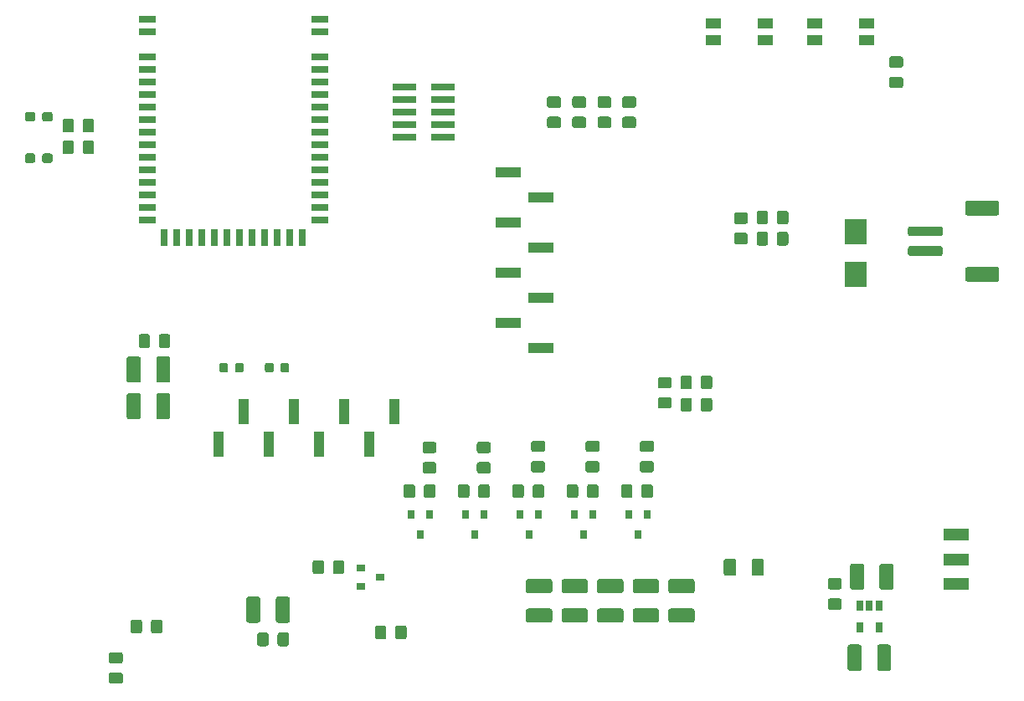
<source format=gbr>
G04 #@! TF.GenerationSoftware,KiCad,Pcbnew,(5.1.5-0-10_14)*
G04 #@! TF.CreationDate,2020-04-19T20:25:50+02:00*
G04 #@! TF.ProjectId,inuk-base,696e756b-2d62-4617-9365-2e6b69636164,rev?*
G04 #@! TF.SameCoordinates,Original*
G04 #@! TF.FileFunction,Paste,Top*
G04 #@! TF.FilePolarity,Positive*
%FSLAX46Y46*%
G04 Gerber Fmt 4.6, Leading zero omitted, Abs format (unit mm)*
G04 Created by KiCad (PCBNEW (5.1.5-0-10_14)) date 2020-04-19 20:25:50*
%MOMM*%
%LPD*%
G04 APERTURE LIST*
%ADD10R,2.300000X2.500000*%
%ADD11C,0.100000*%
%ADD12R,1.000000X2.510000*%
%ADD13R,2.510000X1.000000*%
%ADD14R,1.550000X1.000000*%
%ADD15R,2.500000X1.250000*%
%ADD16R,0.900000X0.800000*%
%ADD17R,1.800000X0.700000*%
%ADD18R,0.700000X1.800000*%
%ADD19R,0.650000X1.060000*%
%ADD20R,0.800000X0.900000*%
%ADD21R,2.400000X0.740000*%
G04 APERTURE END LIST*
D10*
X140000000Y-97150000D03*
X140000000Y-101450000D03*
D11*
G36*
X128874505Y-97251204D02*
G01*
X128898773Y-97254804D01*
X128922572Y-97260765D01*
X128945671Y-97269030D01*
X128967850Y-97279520D01*
X128988893Y-97292132D01*
X129008599Y-97306747D01*
X129026777Y-97323223D01*
X129043253Y-97341401D01*
X129057868Y-97361107D01*
X129070480Y-97382150D01*
X129080970Y-97404329D01*
X129089235Y-97427428D01*
X129095196Y-97451227D01*
X129098796Y-97475495D01*
X129100000Y-97499999D01*
X129100000Y-98150001D01*
X129098796Y-98174505D01*
X129095196Y-98198773D01*
X129089235Y-98222572D01*
X129080970Y-98245671D01*
X129070480Y-98267850D01*
X129057868Y-98288893D01*
X129043253Y-98308599D01*
X129026777Y-98326777D01*
X129008599Y-98343253D01*
X128988893Y-98357868D01*
X128967850Y-98370480D01*
X128945671Y-98380970D01*
X128922572Y-98389235D01*
X128898773Y-98395196D01*
X128874505Y-98398796D01*
X128850001Y-98400000D01*
X127949999Y-98400000D01*
X127925495Y-98398796D01*
X127901227Y-98395196D01*
X127877428Y-98389235D01*
X127854329Y-98380970D01*
X127832150Y-98370480D01*
X127811107Y-98357868D01*
X127791401Y-98343253D01*
X127773223Y-98326777D01*
X127756747Y-98308599D01*
X127742132Y-98288893D01*
X127729520Y-98267850D01*
X127719030Y-98245671D01*
X127710765Y-98222572D01*
X127704804Y-98198773D01*
X127701204Y-98174505D01*
X127700000Y-98150001D01*
X127700000Y-97499999D01*
X127701204Y-97475495D01*
X127704804Y-97451227D01*
X127710765Y-97427428D01*
X127719030Y-97404329D01*
X127729520Y-97382150D01*
X127742132Y-97361107D01*
X127756747Y-97341401D01*
X127773223Y-97323223D01*
X127791401Y-97306747D01*
X127811107Y-97292132D01*
X127832150Y-97279520D01*
X127854329Y-97269030D01*
X127877428Y-97260765D01*
X127901227Y-97254804D01*
X127925495Y-97251204D01*
X127949999Y-97250000D01*
X128850001Y-97250000D01*
X128874505Y-97251204D01*
G37*
G36*
X128874505Y-95201204D02*
G01*
X128898773Y-95204804D01*
X128922572Y-95210765D01*
X128945671Y-95219030D01*
X128967850Y-95229520D01*
X128988893Y-95242132D01*
X129008599Y-95256747D01*
X129026777Y-95273223D01*
X129043253Y-95291401D01*
X129057868Y-95311107D01*
X129070480Y-95332150D01*
X129080970Y-95354329D01*
X129089235Y-95377428D01*
X129095196Y-95401227D01*
X129098796Y-95425495D01*
X129100000Y-95449999D01*
X129100000Y-96100001D01*
X129098796Y-96124505D01*
X129095196Y-96148773D01*
X129089235Y-96172572D01*
X129080970Y-96195671D01*
X129070480Y-96217850D01*
X129057868Y-96238893D01*
X129043253Y-96258599D01*
X129026777Y-96276777D01*
X129008599Y-96293253D01*
X128988893Y-96307868D01*
X128967850Y-96320480D01*
X128945671Y-96330970D01*
X128922572Y-96339235D01*
X128898773Y-96345196D01*
X128874505Y-96348796D01*
X128850001Y-96350000D01*
X127949999Y-96350000D01*
X127925495Y-96348796D01*
X127901227Y-96345196D01*
X127877428Y-96339235D01*
X127854329Y-96330970D01*
X127832150Y-96320480D01*
X127811107Y-96307868D01*
X127791401Y-96293253D01*
X127773223Y-96276777D01*
X127756747Y-96258599D01*
X127742132Y-96238893D01*
X127729520Y-96217850D01*
X127719030Y-96195671D01*
X127710765Y-96172572D01*
X127704804Y-96148773D01*
X127701204Y-96124505D01*
X127700000Y-96100001D01*
X127700000Y-95449999D01*
X127701204Y-95425495D01*
X127704804Y-95401227D01*
X127710765Y-95377428D01*
X127719030Y-95354329D01*
X127729520Y-95332150D01*
X127742132Y-95311107D01*
X127756747Y-95291401D01*
X127773223Y-95273223D01*
X127791401Y-95256747D01*
X127811107Y-95242132D01*
X127832150Y-95229520D01*
X127854329Y-95219030D01*
X127877428Y-95210765D01*
X127901227Y-95204804D01*
X127925495Y-95201204D01*
X127949999Y-95200000D01*
X128850001Y-95200000D01*
X128874505Y-95201204D01*
G37*
D12*
X75610000Y-118655000D03*
X80690000Y-118655000D03*
X85770000Y-118655000D03*
X90850000Y-118655000D03*
X78150000Y-115345000D03*
X83230000Y-115345000D03*
X88310000Y-115345000D03*
X93390000Y-115345000D03*
D13*
X108155000Y-108890000D03*
X108155000Y-103810000D03*
X108155000Y-98730000D03*
X108155000Y-93650000D03*
X104845000Y-106350000D03*
X104845000Y-101270000D03*
X104845000Y-96190000D03*
X104845000Y-91110000D03*
D11*
G36*
X70474505Y-107501204D02*
G01*
X70498773Y-107504804D01*
X70522572Y-107510765D01*
X70545671Y-107519030D01*
X70567850Y-107529520D01*
X70588893Y-107542132D01*
X70608599Y-107556747D01*
X70626777Y-107573223D01*
X70643253Y-107591401D01*
X70657868Y-107611107D01*
X70670480Y-107632150D01*
X70680970Y-107654329D01*
X70689235Y-107677428D01*
X70695196Y-107701227D01*
X70698796Y-107725495D01*
X70700000Y-107749999D01*
X70700000Y-108650001D01*
X70698796Y-108674505D01*
X70695196Y-108698773D01*
X70689235Y-108722572D01*
X70680970Y-108745671D01*
X70670480Y-108767850D01*
X70657868Y-108788893D01*
X70643253Y-108808599D01*
X70626777Y-108826777D01*
X70608599Y-108843253D01*
X70588893Y-108857868D01*
X70567850Y-108870480D01*
X70545671Y-108880970D01*
X70522572Y-108889235D01*
X70498773Y-108895196D01*
X70474505Y-108898796D01*
X70450001Y-108900000D01*
X69799999Y-108900000D01*
X69775495Y-108898796D01*
X69751227Y-108895196D01*
X69727428Y-108889235D01*
X69704329Y-108880970D01*
X69682150Y-108870480D01*
X69661107Y-108857868D01*
X69641401Y-108843253D01*
X69623223Y-108826777D01*
X69606747Y-108808599D01*
X69592132Y-108788893D01*
X69579520Y-108767850D01*
X69569030Y-108745671D01*
X69560765Y-108722572D01*
X69554804Y-108698773D01*
X69551204Y-108674505D01*
X69550000Y-108650001D01*
X69550000Y-107749999D01*
X69551204Y-107725495D01*
X69554804Y-107701227D01*
X69560765Y-107677428D01*
X69569030Y-107654329D01*
X69579520Y-107632150D01*
X69592132Y-107611107D01*
X69606747Y-107591401D01*
X69623223Y-107573223D01*
X69641401Y-107556747D01*
X69661107Y-107542132D01*
X69682150Y-107529520D01*
X69704329Y-107519030D01*
X69727428Y-107510765D01*
X69751227Y-107504804D01*
X69775495Y-107501204D01*
X69799999Y-107500000D01*
X70450001Y-107500000D01*
X70474505Y-107501204D01*
G37*
G36*
X68424505Y-107501204D02*
G01*
X68448773Y-107504804D01*
X68472572Y-107510765D01*
X68495671Y-107519030D01*
X68517850Y-107529520D01*
X68538893Y-107542132D01*
X68558599Y-107556747D01*
X68576777Y-107573223D01*
X68593253Y-107591401D01*
X68607868Y-107611107D01*
X68620480Y-107632150D01*
X68630970Y-107654329D01*
X68639235Y-107677428D01*
X68645196Y-107701227D01*
X68648796Y-107725495D01*
X68650000Y-107749999D01*
X68650000Y-108650001D01*
X68648796Y-108674505D01*
X68645196Y-108698773D01*
X68639235Y-108722572D01*
X68630970Y-108745671D01*
X68620480Y-108767850D01*
X68607868Y-108788893D01*
X68593253Y-108808599D01*
X68576777Y-108826777D01*
X68558599Y-108843253D01*
X68538893Y-108857868D01*
X68517850Y-108870480D01*
X68495671Y-108880970D01*
X68472572Y-108889235D01*
X68448773Y-108895196D01*
X68424505Y-108898796D01*
X68400001Y-108900000D01*
X67749999Y-108900000D01*
X67725495Y-108898796D01*
X67701227Y-108895196D01*
X67677428Y-108889235D01*
X67654329Y-108880970D01*
X67632150Y-108870480D01*
X67611107Y-108857868D01*
X67591401Y-108843253D01*
X67573223Y-108826777D01*
X67556747Y-108808599D01*
X67542132Y-108788893D01*
X67529520Y-108767850D01*
X67519030Y-108745671D01*
X67510765Y-108722572D01*
X67504804Y-108698773D01*
X67501204Y-108674505D01*
X67500000Y-108650001D01*
X67500000Y-107749999D01*
X67501204Y-107725495D01*
X67504804Y-107701227D01*
X67510765Y-107677428D01*
X67519030Y-107654329D01*
X67529520Y-107632150D01*
X67542132Y-107611107D01*
X67556747Y-107591401D01*
X67573223Y-107573223D01*
X67591401Y-107556747D01*
X67611107Y-107542132D01*
X67632150Y-107529520D01*
X67654329Y-107519030D01*
X67677428Y-107510765D01*
X67701227Y-107504804D01*
X67725495Y-107501204D01*
X67749999Y-107500000D01*
X68400001Y-107500000D01*
X68424505Y-107501204D01*
G37*
G36*
X67499504Y-109776204D02*
G01*
X67523773Y-109779804D01*
X67547571Y-109785765D01*
X67570671Y-109794030D01*
X67592849Y-109804520D01*
X67613893Y-109817133D01*
X67633598Y-109831747D01*
X67651777Y-109848223D01*
X67668253Y-109866402D01*
X67682867Y-109886107D01*
X67695480Y-109907151D01*
X67705970Y-109929329D01*
X67714235Y-109952429D01*
X67720196Y-109976227D01*
X67723796Y-110000496D01*
X67725000Y-110025000D01*
X67725000Y-112175000D01*
X67723796Y-112199504D01*
X67720196Y-112223773D01*
X67714235Y-112247571D01*
X67705970Y-112270671D01*
X67695480Y-112292849D01*
X67682867Y-112313893D01*
X67668253Y-112333598D01*
X67651777Y-112351777D01*
X67633598Y-112368253D01*
X67613893Y-112382867D01*
X67592849Y-112395480D01*
X67570671Y-112405970D01*
X67547571Y-112414235D01*
X67523773Y-112420196D01*
X67499504Y-112423796D01*
X67475000Y-112425000D01*
X66550000Y-112425000D01*
X66525496Y-112423796D01*
X66501227Y-112420196D01*
X66477429Y-112414235D01*
X66454329Y-112405970D01*
X66432151Y-112395480D01*
X66411107Y-112382867D01*
X66391402Y-112368253D01*
X66373223Y-112351777D01*
X66356747Y-112333598D01*
X66342133Y-112313893D01*
X66329520Y-112292849D01*
X66319030Y-112270671D01*
X66310765Y-112247571D01*
X66304804Y-112223773D01*
X66301204Y-112199504D01*
X66300000Y-112175000D01*
X66300000Y-110025000D01*
X66301204Y-110000496D01*
X66304804Y-109976227D01*
X66310765Y-109952429D01*
X66319030Y-109929329D01*
X66329520Y-109907151D01*
X66342133Y-109886107D01*
X66356747Y-109866402D01*
X66373223Y-109848223D01*
X66391402Y-109831747D01*
X66411107Y-109817133D01*
X66432151Y-109804520D01*
X66454329Y-109794030D01*
X66477429Y-109785765D01*
X66501227Y-109779804D01*
X66525496Y-109776204D01*
X66550000Y-109775000D01*
X67475000Y-109775000D01*
X67499504Y-109776204D01*
G37*
G36*
X70474504Y-109776204D02*
G01*
X70498773Y-109779804D01*
X70522571Y-109785765D01*
X70545671Y-109794030D01*
X70567849Y-109804520D01*
X70588893Y-109817133D01*
X70608598Y-109831747D01*
X70626777Y-109848223D01*
X70643253Y-109866402D01*
X70657867Y-109886107D01*
X70670480Y-109907151D01*
X70680970Y-109929329D01*
X70689235Y-109952429D01*
X70695196Y-109976227D01*
X70698796Y-110000496D01*
X70700000Y-110025000D01*
X70700000Y-112175000D01*
X70698796Y-112199504D01*
X70695196Y-112223773D01*
X70689235Y-112247571D01*
X70680970Y-112270671D01*
X70670480Y-112292849D01*
X70657867Y-112313893D01*
X70643253Y-112333598D01*
X70626777Y-112351777D01*
X70608598Y-112368253D01*
X70588893Y-112382867D01*
X70567849Y-112395480D01*
X70545671Y-112405970D01*
X70522571Y-112414235D01*
X70498773Y-112420196D01*
X70474504Y-112423796D01*
X70450000Y-112425000D01*
X69525000Y-112425000D01*
X69500496Y-112423796D01*
X69476227Y-112420196D01*
X69452429Y-112414235D01*
X69429329Y-112405970D01*
X69407151Y-112395480D01*
X69386107Y-112382867D01*
X69366402Y-112368253D01*
X69348223Y-112351777D01*
X69331747Y-112333598D01*
X69317133Y-112313893D01*
X69304520Y-112292849D01*
X69294030Y-112270671D01*
X69285765Y-112247571D01*
X69279804Y-112223773D01*
X69276204Y-112199504D01*
X69275000Y-112175000D01*
X69275000Y-110025000D01*
X69276204Y-110000496D01*
X69279804Y-109976227D01*
X69285765Y-109952429D01*
X69294030Y-109929329D01*
X69304520Y-109907151D01*
X69317133Y-109886107D01*
X69331747Y-109866402D01*
X69348223Y-109848223D01*
X69366402Y-109831747D01*
X69386107Y-109817133D01*
X69407151Y-109804520D01*
X69429329Y-109794030D01*
X69452429Y-109785765D01*
X69476227Y-109779804D01*
X69500496Y-109776204D01*
X69525000Y-109775000D01*
X70450000Y-109775000D01*
X70474504Y-109776204D01*
G37*
G36*
X67499504Y-113476204D02*
G01*
X67523773Y-113479804D01*
X67547571Y-113485765D01*
X67570671Y-113494030D01*
X67592849Y-113504520D01*
X67613893Y-113517133D01*
X67633598Y-113531747D01*
X67651777Y-113548223D01*
X67668253Y-113566402D01*
X67682867Y-113586107D01*
X67695480Y-113607151D01*
X67705970Y-113629329D01*
X67714235Y-113652429D01*
X67720196Y-113676227D01*
X67723796Y-113700496D01*
X67725000Y-113725000D01*
X67725000Y-115875000D01*
X67723796Y-115899504D01*
X67720196Y-115923773D01*
X67714235Y-115947571D01*
X67705970Y-115970671D01*
X67695480Y-115992849D01*
X67682867Y-116013893D01*
X67668253Y-116033598D01*
X67651777Y-116051777D01*
X67633598Y-116068253D01*
X67613893Y-116082867D01*
X67592849Y-116095480D01*
X67570671Y-116105970D01*
X67547571Y-116114235D01*
X67523773Y-116120196D01*
X67499504Y-116123796D01*
X67475000Y-116125000D01*
X66550000Y-116125000D01*
X66525496Y-116123796D01*
X66501227Y-116120196D01*
X66477429Y-116114235D01*
X66454329Y-116105970D01*
X66432151Y-116095480D01*
X66411107Y-116082867D01*
X66391402Y-116068253D01*
X66373223Y-116051777D01*
X66356747Y-116033598D01*
X66342133Y-116013893D01*
X66329520Y-115992849D01*
X66319030Y-115970671D01*
X66310765Y-115947571D01*
X66304804Y-115923773D01*
X66301204Y-115899504D01*
X66300000Y-115875000D01*
X66300000Y-113725000D01*
X66301204Y-113700496D01*
X66304804Y-113676227D01*
X66310765Y-113652429D01*
X66319030Y-113629329D01*
X66329520Y-113607151D01*
X66342133Y-113586107D01*
X66356747Y-113566402D01*
X66373223Y-113548223D01*
X66391402Y-113531747D01*
X66411107Y-113517133D01*
X66432151Y-113504520D01*
X66454329Y-113494030D01*
X66477429Y-113485765D01*
X66501227Y-113479804D01*
X66525496Y-113476204D01*
X66550000Y-113475000D01*
X67475000Y-113475000D01*
X67499504Y-113476204D01*
G37*
G36*
X70474504Y-113476204D02*
G01*
X70498773Y-113479804D01*
X70522571Y-113485765D01*
X70545671Y-113494030D01*
X70567849Y-113504520D01*
X70588893Y-113517133D01*
X70608598Y-113531747D01*
X70626777Y-113548223D01*
X70643253Y-113566402D01*
X70657867Y-113586107D01*
X70670480Y-113607151D01*
X70680970Y-113629329D01*
X70689235Y-113652429D01*
X70695196Y-113676227D01*
X70698796Y-113700496D01*
X70700000Y-113725000D01*
X70700000Y-115875000D01*
X70698796Y-115899504D01*
X70695196Y-115923773D01*
X70689235Y-115947571D01*
X70680970Y-115970671D01*
X70670480Y-115992849D01*
X70657867Y-116013893D01*
X70643253Y-116033598D01*
X70626777Y-116051777D01*
X70608598Y-116068253D01*
X70588893Y-116082867D01*
X70567849Y-116095480D01*
X70545671Y-116105970D01*
X70522571Y-116114235D01*
X70498773Y-116120196D01*
X70474504Y-116123796D01*
X70450000Y-116125000D01*
X69525000Y-116125000D01*
X69500496Y-116123796D01*
X69476227Y-116120196D01*
X69452429Y-116114235D01*
X69429329Y-116105970D01*
X69407151Y-116095480D01*
X69386107Y-116082867D01*
X69366402Y-116068253D01*
X69348223Y-116051777D01*
X69331747Y-116033598D01*
X69317133Y-116013893D01*
X69304520Y-115992849D01*
X69294030Y-115970671D01*
X69285765Y-115947571D01*
X69279804Y-115923773D01*
X69276204Y-115899504D01*
X69275000Y-115875000D01*
X69275000Y-113725000D01*
X69276204Y-113700496D01*
X69279804Y-113676227D01*
X69285765Y-113652429D01*
X69294030Y-113629329D01*
X69304520Y-113607151D01*
X69317133Y-113586107D01*
X69331747Y-113566402D01*
X69348223Y-113548223D01*
X69366402Y-113531747D01*
X69386107Y-113517133D01*
X69407151Y-113504520D01*
X69429329Y-113494030D01*
X69452429Y-113485765D01*
X69476227Y-113479804D01*
X69500496Y-113476204D01*
X69525000Y-113475000D01*
X70450000Y-113475000D01*
X70474504Y-113476204D01*
G37*
G36*
X80952691Y-110426053D02*
G01*
X80973926Y-110429203D01*
X80994750Y-110434419D01*
X81014962Y-110441651D01*
X81034368Y-110450830D01*
X81052781Y-110461866D01*
X81070024Y-110474654D01*
X81085930Y-110489070D01*
X81100346Y-110504976D01*
X81113134Y-110522219D01*
X81124170Y-110540632D01*
X81133349Y-110560038D01*
X81140581Y-110580250D01*
X81145797Y-110601074D01*
X81148947Y-110622309D01*
X81150000Y-110643750D01*
X81150000Y-111156250D01*
X81148947Y-111177691D01*
X81145797Y-111198926D01*
X81140581Y-111219750D01*
X81133349Y-111239962D01*
X81124170Y-111259368D01*
X81113134Y-111277781D01*
X81100346Y-111295024D01*
X81085930Y-111310930D01*
X81070024Y-111325346D01*
X81052781Y-111338134D01*
X81034368Y-111349170D01*
X81014962Y-111358349D01*
X80994750Y-111365581D01*
X80973926Y-111370797D01*
X80952691Y-111373947D01*
X80931250Y-111375000D01*
X80493750Y-111375000D01*
X80472309Y-111373947D01*
X80451074Y-111370797D01*
X80430250Y-111365581D01*
X80410038Y-111358349D01*
X80390632Y-111349170D01*
X80372219Y-111338134D01*
X80354976Y-111325346D01*
X80339070Y-111310930D01*
X80324654Y-111295024D01*
X80311866Y-111277781D01*
X80300830Y-111259368D01*
X80291651Y-111239962D01*
X80284419Y-111219750D01*
X80279203Y-111198926D01*
X80276053Y-111177691D01*
X80275000Y-111156250D01*
X80275000Y-110643750D01*
X80276053Y-110622309D01*
X80279203Y-110601074D01*
X80284419Y-110580250D01*
X80291651Y-110560038D01*
X80300830Y-110540632D01*
X80311866Y-110522219D01*
X80324654Y-110504976D01*
X80339070Y-110489070D01*
X80354976Y-110474654D01*
X80372219Y-110461866D01*
X80390632Y-110450830D01*
X80410038Y-110441651D01*
X80430250Y-110434419D01*
X80451074Y-110429203D01*
X80472309Y-110426053D01*
X80493750Y-110425000D01*
X80931250Y-110425000D01*
X80952691Y-110426053D01*
G37*
G36*
X82527691Y-110426053D02*
G01*
X82548926Y-110429203D01*
X82569750Y-110434419D01*
X82589962Y-110441651D01*
X82609368Y-110450830D01*
X82627781Y-110461866D01*
X82645024Y-110474654D01*
X82660930Y-110489070D01*
X82675346Y-110504976D01*
X82688134Y-110522219D01*
X82699170Y-110540632D01*
X82708349Y-110560038D01*
X82715581Y-110580250D01*
X82720797Y-110601074D01*
X82723947Y-110622309D01*
X82725000Y-110643750D01*
X82725000Y-111156250D01*
X82723947Y-111177691D01*
X82720797Y-111198926D01*
X82715581Y-111219750D01*
X82708349Y-111239962D01*
X82699170Y-111259368D01*
X82688134Y-111277781D01*
X82675346Y-111295024D01*
X82660930Y-111310930D01*
X82645024Y-111325346D01*
X82627781Y-111338134D01*
X82609368Y-111349170D01*
X82589962Y-111358349D01*
X82569750Y-111365581D01*
X82548926Y-111370797D01*
X82527691Y-111373947D01*
X82506250Y-111375000D01*
X82068750Y-111375000D01*
X82047309Y-111373947D01*
X82026074Y-111370797D01*
X82005250Y-111365581D01*
X81985038Y-111358349D01*
X81965632Y-111349170D01*
X81947219Y-111338134D01*
X81929976Y-111325346D01*
X81914070Y-111310930D01*
X81899654Y-111295024D01*
X81886866Y-111277781D01*
X81875830Y-111259368D01*
X81866651Y-111239962D01*
X81859419Y-111219750D01*
X81854203Y-111198926D01*
X81851053Y-111177691D01*
X81850000Y-111156250D01*
X81850000Y-110643750D01*
X81851053Y-110622309D01*
X81854203Y-110601074D01*
X81859419Y-110580250D01*
X81866651Y-110560038D01*
X81875830Y-110540632D01*
X81886866Y-110522219D01*
X81899654Y-110504976D01*
X81914070Y-110489070D01*
X81929976Y-110474654D01*
X81947219Y-110461866D01*
X81965632Y-110450830D01*
X81985038Y-110441651D01*
X82005250Y-110434419D01*
X82026074Y-110429203D01*
X82047309Y-110426053D01*
X82068750Y-110425000D01*
X82506250Y-110425000D01*
X82527691Y-110426053D01*
G37*
G36*
X77927691Y-110426053D02*
G01*
X77948926Y-110429203D01*
X77969750Y-110434419D01*
X77989962Y-110441651D01*
X78009368Y-110450830D01*
X78027781Y-110461866D01*
X78045024Y-110474654D01*
X78060930Y-110489070D01*
X78075346Y-110504976D01*
X78088134Y-110522219D01*
X78099170Y-110540632D01*
X78108349Y-110560038D01*
X78115581Y-110580250D01*
X78120797Y-110601074D01*
X78123947Y-110622309D01*
X78125000Y-110643750D01*
X78125000Y-111156250D01*
X78123947Y-111177691D01*
X78120797Y-111198926D01*
X78115581Y-111219750D01*
X78108349Y-111239962D01*
X78099170Y-111259368D01*
X78088134Y-111277781D01*
X78075346Y-111295024D01*
X78060930Y-111310930D01*
X78045024Y-111325346D01*
X78027781Y-111338134D01*
X78009368Y-111349170D01*
X77989962Y-111358349D01*
X77969750Y-111365581D01*
X77948926Y-111370797D01*
X77927691Y-111373947D01*
X77906250Y-111375000D01*
X77468750Y-111375000D01*
X77447309Y-111373947D01*
X77426074Y-111370797D01*
X77405250Y-111365581D01*
X77385038Y-111358349D01*
X77365632Y-111349170D01*
X77347219Y-111338134D01*
X77329976Y-111325346D01*
X77314070Y-111310930D01*
X77299654Y-111295024D01*
X77286866Y-111277781D01*
X77275830Y-111259368D01*
X77266651Y-111239962D01*
X77259419Y-111219750D01*
X77254203Y-111198926D01*
X77251053Y-111177691D01*
X77250000Y-111156250D01*
X77250000Y-110643750D01*
X77251053Y-110622309D01*
X77254203Y-110601074D01*
X77259419Y-110580250D01*
X77266651Y-110560038D01*
X77275830Y-110540632D01*
X77286866Y-110522219D01*
X77299654Y-110504976D01*
X77314070Y-110489070D01*
X77329976Y-110474654D01*
X77347219Y-110461866D01*
X77365632Y-110450830D01*
X77385038Y-110441651D01*
X77405250Y-110434419D01*
X77426074Y-110429203D01*
X77447309Y-110426053D01*
X77468750Y-110425000D01*
X77906250Y-110425000D01*
X77927691Y-110426053D01*
G37*
G36*
X76352691Y-110426053D02*
G01*
X76373926Y-110429203D01*
X76394750Y-110434419D01*
X76414962Y-110441651D01*
X76434368Y-110450830D01*
X76452781Y-110461866D01*
X76470024Y-110474654D01*
X76485930Y-110489070D01*
X76500346Y-110504976D01*
X76513134Y-110522219D01*
X76524170Y-110540632D01*
X76533349Y-110560038D01*
X76540581Y-110580250D01*
X76545797Y-110601074D01*
X76548947Y-110622309D01*
X76550000Y-110643750D01*
X76550000Y-111156250D01*
X76548947Y-111177691D01*
X76545797Y-111198926D01*
X76540581Y-111219750D01*
X76533349Y-111239962D01*
X76524170Y-111259368D01*
X76513134Y-111277781D01*
X76500346Y-111295024D01*
X76485930Y-111310930D01*
X76470024Y-111325346D01*
X76452781Y-111338134D01*
X76434368Y-111349170D01*
X76414962Y-111358349D01*
X76394750Y-111365581D01*
X76373926Y-111370797D01*
X76352691Y-111373947D01*
X76331250Y-111375000D01*
X75893750Y-111375000D01*
X75872309Y-111373947D01*
X75851074Y-111370797D01*
X75830250Y-111365581D01*
X75810038Y-111358349D01*
X75790632Y-111349170D01*
X75772219Y-111338134D01*
X75754976Y-111325346D01*
X75739070Y-111310930D01*
X75724654Y-111295024D01*
X75711866Y-111277781D01*
X75700830Y-111259368D01*
X75691651Y-111239962D01*
X75684419Y-111219750D01*
X75679203Y-111198926D01*
X75676053Y-111177691D01*
X75675000Y-111156250D01*
X75675000Y-110643750D01*
X75676053Y-110622309D01*
X75679203Y-110601074D01*
X75684419Y-110580250D01*
X75691651Y-110560038D01*
X75700830Y-110540632D01*
X75711866Y-110522219D01*
X75724654Y-110504976D01*
X75739070Y-110489070D01*
X75754976Y-110474654D01*
X75772219Y-110461866D01*
X75790632Y-110450830D01*
X75810038Y-110441651D01*
X75830250Y-110434419D01*
X75851074Y-110429203D01*
X75872309Y-110426053D01*
X75893750Y-110425000D01*
X76331250Y-110425000D01*
X76352691Y-110426053D01*
G37*
D14*
X141075000Y-76050000D03*
X135825000Y-76050000D03*
X135825000Y-77750000D03*
X141075000Y-77750000D03*
X130875000Y-76050000D03*
X125625000Y-76050000D03*
X125625000Y-77750000D03*
X130875000Y-77750000D03*
D11*
G36*
X154274504Y-94001204D02*
G01*
X154298773Y-94004804D01*
X154322571Y-94010765D01*
X154345671Y-94019030D01*
X154367849Y-94029520D01*
X154388893Y-94042133D01*
X154408598Y-94056747D01*
X154426777Y-94073223D01*
X154443253Y-94091402D01*
X154457867Y-94111107D01*
X154470480Y-94132151D01*
X154480970Y-94154329D01*
X154489235Y-94177429D01*
X154495196Y-94201227D01*
X154498796Y-94225496D01*
X154500000Y-94250000D01*
X154500000Y-95250000D01*
X154498796Y-95274504D01*
X154495196Y-95298773D01*
X154489235Y-95322571D01*
X154480970Y-95345671D01*
X154470480Y-95367849D01*
X154457867Y-95388893D01*
X154443253Y-95408598D01*
X154426777Y-95426777D01*
X154408598Y-95443253D01*
X154388893Y-95457867D01*
X154367849Y-95470480D01*
X154345671Y-95480970D01*
X154322571Y-95489235D01*
X154298773Y-95495196D01*
X154274504Y-95498796D01*
X154250000Y-95500000D01*
X151350000Y-95500000D01*
X151325496Y-95498796D01*
X151301227Y-95495196D01*
X151277429Y-95489235D01*
X151254329Y-95480970D01*
X151232151Y-95470480D01*
X151211107Y-95457867D01*
X151191402Y-95443253D01*
X151173223Y-95426777D01*
X151156747Y-95408598D01*
X151142133Y-95388893D01*
X151129520Y-95367849D01*
X151119030Y-95345671D01*
X151110765Y-95322571D01*
X151104804Y-95298773D01*
X151101204Y-95274504D01*
X151100000Y-95250000D01*
X151100000Y-94250000D01*
X151101204Y-94225496D01*
X151104804Y-94201227D01*
X151110765Y-94177429D01*
X151119030Y-94154329D01*
X151129520Y-94132151D01*
X151142133Y-94111107D01*
X151156747Y-94091402D01*
X151173223Y-94073223D01*
X151191402Y-94056747D01*
X151211107Y-94042133D01*
X151232151Y-94029520D01*
X151254329Y-94019030D01*
X151277429Y-94010765D01*
X151301227Y-94004804D01*
X151325496Y-94001204D01*
X151350000Y-94000000D01*
X154250000Y-94000000D01*
X154274504Y-94001204D01*
G37*
G36*
X154274504Y-100701204D02*
G01*
X154298773Y-100704804D01*
X154322571Y-100710765D01*
X154345671Y-100719030D01*
X154367849Y-100729520D01*
X154388893Y-100742133D01*
X154408598Y-100756747D01*
X154426777Y-100773223D01*
X154443253Y-100791402D01*
X154457867Y-100811107D01*
X154470480Y-100832151D01*
X154480970Y-100854329D01*
X154489235Y-100877429D01*
X154495196Y-100901227D01*
X154498796Y-100925496D01*
X154500000Y-100950000D01*
X154500000Y-101950000D01*
X154498796Y-101974504D01*
X154495196Y-101998773D01*
X154489235Y-102022571D01*
X154480970Y-102045671D01*
X154470480Y-102067849D01*
X154457867Y-102088893D01*
X154443253Y-102108598D01*
X154426777Y-102126777D01*
X154408598Y-102143253D01*
X154388893Y-102157867D01*
X154367849Y-102170480D01*
X154345671Y-102180970D01*
X154322571Y-102189235D01*
X154298773Y-102195196D01*
X154274504Y-102198796D01*
X154250000Y-102200000D01*
X151350000Y-102200000D01*
X151325496Y-102198796D01*
X151301227Y-102195196D01*
X151277429Y-102189235D01*
X151254329Y-102180970D01*
X151232151Y-102170480D01*
X151211107Y-102157867D01*
X151191402Y-102143253D01*
X151173223Y-102126777D01*
X151156747Y-102108598D01*
X151142133Y-102088893D01*
X151129520Y-102067849D01*
X151119030Y-102045671D01*
X151110765Y-102022571D01*
X151104804Y-101998773D01*
X151101204Y-101974504D01*
X151100000Y-101950000D01*
X151100000Y-100950000D01*
X151101204Y-100925496D01*
X151104804Y-100901227D01*
X151110765Y-100877429D01*
X151119030Y-100854329D01*
X151129520Y-100832151D01*
X151142133Y-100811107D01*
X151156747Y-100791402D01*
X151173223Y-100773223D01*
X151191402Y-100756747D01*
X151211107Y-100742133D01*
X151232151Y-100729520D01*
X151254329Y-100719030D01*
X151277429Y-100710765D01*
X151301227Y-100704804D01*
X151325496Y-100701204D01*
X151350000Y-100700000D01*
X154250000Y-100700000D01*
X154274504Y-100701204D01*
G37*
G36*
X148574504Y-96601204D02*
G01*
X148598773Y-96604804D01*
X148622571Y-96610765D01*
X148645671Y-96619030D01*
X148667849Y-96629520D01*
X148688893Y-96642133D01*
X148708598Y-96656747D01*
X148726777Y-96673223D01*
X148743253Y-96691402D01*
X148757867Y-96711107D01*
X148770480Y-96732151D01*
X148780970Y-96754329D01*
X148789235Y-96777429D01*
X148795196Y-96801227D01*
X148798796Y-96825496D01*
X148800000Y-96850000D01*
X148800000Y-97350000D01*
X148798796Y-97374504D01*
X148795196Y-97398773D01*
X148789235Y-97422571D01*
X148780970Y-97445671D01*
X148770480Y-97467849D01*
X148757867Y-97488893D01*
X148743253Y-97508598D01*
X148726777Y-97526777D01*
X148708598Y-97543253D01*
X148688893Y-97557867D01*
X148667849Y-97570480D01*
X148645671Y-97580970D01*
X148622571Y-97589235D01*
X148598773Y-97595196D01*
X148574504Y-97598796D01*
X148550000Y-97600000D01*
X145550000Y-97600000D01*
X145525496Y-97598796D01*
X145501227Y-97595196D01*
X145477429Y-97589235D01*
X145454329Y-97580970D01*
X145432151Y-97570480D01*
X145411107Y-97557867D01*
X145391402Y-97543253D01*
X145373223Y-97526777D01*
X145356747Y-97508598D01*
X145342133Y-97488893D01*
X145329520Y-97467849D01*
X145319030Y-97445671D01*
X145310765Y-97422571D01*
X145304804Y-97398773D01*
X145301204Y-97374504D01*
X145300000Y-97350000D01*
X145300000Y-96850000D01*
X145301204Y-96825496D01*
X145304804Y-96801227D01*
X145310765Y-96777429D01*
X145319030Y-96754329D01*
X145329520Y-96732151D01*
X145342133Y-96711107D01*
X145356747Y-96691402D01*
X145373223Y-96673223D01*
X145391402Y-96656747D01*
X145411107Y-96642133D01*
X145432151Y-96629520D01*
X145454329Y-96619030D01*
X145477429Y-96610765D01*
X145501227Y-96604804D01*
X145525496Y-96601204D01*
X145550000Y-96600000D01*
X148550000Y-96600000D01*
X148574504Y-96601204D01*
G37*
G36*
X148574504Y-98601204D02*
G01*
X148598773Y-98604804D01*
X148622571Y-98610765D01*
X148645671Y-98619030D01*
X148667849Y-98629520D01*
X148688893Y-98642133D01*
X148708598Y-98656747D01*
X148726777Y-98673223D01*
X148743253Y-98691402D01*
X148757867Y-98711107D01*
X148770480Y-98732151D01*
X148780970Y-98754329D01*
X148789235Y-98777429D01*
X148795196Y-98801227D01*
X148798796Y-98825496D01*
X148800000Y-98850000D01*
X148800000Y-99350000D01*
X148798796Y-99374504D01*
X148795196Y-99398773D01*
X148789235Y-99422571D01*
X148780970Y-99445671D01*
X148770480Y-99467849D01*
X148757867Y-99488893D01*
X148743253Y-99508598D01*
X148726777Y-99526777D01*
X148708598Y-99543253D01*
X148688893Y-99557867D01*
X148667849Y-99570480D01*
X148645671Y-99580970D01*
X148622571Y-99589235D01*
X148598773Y-99595196D01*
X148574504Y-99598796D01*
X148550000Y-99600000D01*
X145550000Y-99600000D01*
X145525496Y-99598796D01*
X145501227Y-99595196D01*
X145477429Y-99589235D01*
X145454329Y-99580970D01*
X145432151Y-99570480D01*
X145411107Y-99557867D01*
X145391402Y-99543253D01*
X145373223Y-99526777D01*
X145356747Y-99508598D01*
X145342133Y-99488893D01*
X145329520Y-99467849D01*
X145319030Y-99445671D01*
X145310765Y-99422571D01*
X145304804Y-99398773D01*
X145301204Y-99374504D01*
X145300000Y-99350000D01*
X145300000Y-98850000D01*
X145301204Y-98825496D01*
X145304804Y-98801227D01*
X145310765Y-98777429D01*
X145319030Y-98754329D01*
X145329520Y-98732151D01*
X145342133Y-98711107D01*
X145356747Y-98691402D01*
X145373223Y-98673223D01*
X145391402Y-98656747D01*
X145411107Y-98642133D01*
X145432151Y-98629520D01*
X145454329Y-98619030D01*
X145477429Y-98610765D01*
X145501227Y-98604804D01*
X145525496Y-98601204D01*
X145550000Y-98600000D01*
X148550000Y-98600000D01*
X148574504Y-98601204D01*
G37*
D15*
X150150000Y-127800000D03*
X150150000Y-130300000D03*
X150150000Y-132800000D03*
D11*
G36*
X144574505Y-79401204D02*
G01*
X144598773Y-79404804D01*
X144622572Y-79410765D01*
X144645671Y-79419030D01*
X144667850Y-79429520D01*
X144688893Y-79442132D01*
X144708599Y-79456747D01*
X144726777Y-79473223D01*
X144743253Y-79491401D01*
X144757868Y-79511107D01*
X144770480Y-79532150D01*
X144780970Y-79554329D01*
X144789235Y-79577428D01*
X144795196Y-79601227D01*
X144798796Y-79625495D01*
X144800000Y-79649999D01*
X144800000Y-80300001D01*
X144798796Y-80324505D01*
X144795196Y-80348773D01*
X144789235Y-80372572D01*
X144780970Y-80395671D01*
X144770480Y-80417850D01*
X144757868Y-80438893D01*
X144743253Y-80458599D01*
X144726777Y-80476777D01*
X144708599Y-80493253D01*
X144688893Y-80507868D01*
X144667850Y-80520480D01*
X144645671Y-80530970D01*
X144622572Y-80539235D01*
X144598773Y-80545196D01*
X144574505Y-80548796D01*
X144550001Y-80550000D01*
X143649999Y-80550000D01*
X143625495Y-80548796D01*
X143601227Y-80545196D01*
X143577428Y-80539235D01*
X143554329Y-80530970D01*
X143532150Y-80520480D01*
X143511107Y-80507868D01*
X143491401Y-80493253D01*
X143473223Y-80476777D01*
X143456747Y-80458599D01*
X143442132Y-80438893D01*
X143429520Y-80417850D01*
X143419030Y-80395671D01*
X143410765Y-80372572D01*
X143404804Y-80348773D01*
X143401204Y-80324505D01*
X143400000Y-80300001D01*
X143400000Y-79649999D01*
X143401204Y-79625495D01*
X143404804Y-79601227D01*
X143410765Y-79577428D01*
X143419030Y-79554329D01*
X143429520Y-79532150D01*
X143442132Y-79511107D01*
X143456747Y-79491401D01*
X143473223Y-79473223D01*
X143491401Y-79456747D01*
X143511107Y-79442132D01*
X143532150Y-79429520D01*
X143554329Y-79419030D01*
X143577428Y-79410765D01*
X143601227Y-79404804D01*
X143625495Y-79401204D01*
X143649999Y-79400000D01*
X144550001Y-79400000D01*
X144574505Y-79401204D01*
G37*
G36*
X144574505Y-81451204D02*
G01*
X144598773Y-81454804D01*
X144622572Y-81460765D01*
X144645671Y-81469030D01*
X144667850Y-81479520D01*
X144688893Y-81492132D01*
X144708599Y-81506747D01*
X144726777Y-81523223D01*
X144743253Y-81541401D01*
X144757868Y-81561107D01*
X144770480Y-81582150D01*
X144780970Y-81604329D01*
X144789235Y-81627428D01*
X144795196Y-81651227D01*
X144798796Y-81675495D01*
X144800000Y-81699999D01*
X144800000Y-82350001D01*
X144798796Y-82374505D01*
X144795196Y-82398773D01*
X144789235Y-82422572D01*
X144780970Y-82445671D01*
X144770480Y-82467850D01*
X144757868Y-82488893D01*
X144743253Y-82508599D01*
X144726777Y-82526777D01*
X144708599Y-82543253D01*
X144688893Y-82557868D01*
X144667850Y-82570480D01*
X144645671Y-82580970D01*
X144622572Y-82589235D01*
X144598773Y-82595196D01*
X144574505Y-82598796D01*
X144550001Y-82600000D01*
X143649999Y-82600000D01*
X143625495Y-82598796D01*
X143601227Y-82595196D01*
X143577428Y-82589235D01*
X143554329Y-82580970D01*
X143532150Y-82570480D01*
X143511107Y-82557868D01*
X143491401Y-82543253D01*
X143473223Y-82526777D01*
X143456747Y-82508599D01*
X143442132Y-82488893D01*
X143429520Y-82467850D01*
X143419030Y-82445671D01*
X143410765Y-82422572D01*
X143404804Y-82398773D01*
X143401204Y-82374505D01*
X143400000Y-82350001D01*
X143400000Y-81699999D01*
X143401204Y-81675495D01*
X143404804Y-81651227D01*
X143410765Y-81627428D01*
X143419030Y-81604329D01*
X143429520Y-81582150D01*
X143442132Y-81561107D01*
X143456747Y-81541401D01*
X143473223Y-81523223D01*
X143491401Y-81506747D01*
X143511107Y-81492132D01*
X143532150Y-81479520D01*
X143554329Y-81469030D01*
X143577428Y-81460765D01*
X143601227Y-81454804D01*
X143625495Y-81451204D01*
X143649999Y-81450000D01*
X144550001Y-81450000D01*
X144574505Y-81451204D01*
G37*
G36*
X60724505Y-87901204D02*
G01*
X60748773Y-87904804D01*
X60772572Y-87910765D01*
X60795671Y-87919030D01*
X60817850Y-87929520D01*
X60838893Y-87942132D01*
X60858599Y-87956747D01*
X60876777Y-87973223D01*
X60893253Y-87991401D01*
X60907868Y-88011107D01*
X60920480Y-88032150D01*
X60930970Y-88054329D01*
X60939235Y-88077428D01*
X60945196Y-88101227D01*
X60948796Y-88125495D01*
X60950000Y-88149999D01*
X60950000Y-89050001D01*
X60948796Y-89074505D01*
X60945196Y-89098773D01*
X60939235Y-89122572D01*
X60930970Y-89145671D01*
X60920480Y-89167850D01*
X60907868Y-89188893D01*
X60893253Y-89208599D01*
X60876777Y-89226777D01*
X60858599Y-89243253D01*
X60838893Y-89257868D01*
X60817850Y-89270480D01*
X60795671Y-89280970D01*
X60772572Y-89289235D01*
X60748773Y-89295196D01*
X60724505Y-89298796D01*
X60700001Y-89300000D01*
X60049999Y-89300000D01*
X60025495Y-89298796D01*
X60001227Y-89295196D01*
X59977428Y-89289235D01*
X59954329Y-89280970D01*
X59932150Y-89270480D01*
X59911107Y-89257868D01*
X59891401Y-89243253D01*
X59873223Y-89226777D01*
X59856747Y-89208599D01*
X59842132Y-89188893D01*
X59829520Y-89167850D01*
X59819030Y-89145671D01*
X59810765Y-89122572D01*
X59804804Y-89098773D01*
X59801204Y-89074505D01*
X59800000Y-89050001D01*
X59800000Y-88149999D01*
X59801204Y-88125495D01*
X59804804Y-88101227D01*
X59810765Y-88077428D01*
X59819030Y-88054329D01*
X59829520Y-88032150D01*
X59842132Y-88011107D01*
X59856747Y-87991401D01*
X59873223Y-87973223D01*
X59891401Y-87956747D01*
X59911107Y-87942132D01*
X59932150Y-87929520D01*
X59954329Y-87919030D01*
X59977428Y-87910765D01*
X60001227Y-87904804D01*
X60025495Y-87901204D01*
X60049999Y-87900000D01*
X60700001Y-87900000D01*
X60724505Y-87901204D01*
G37*
G36*
X62774505Y-87901204D02*
G01*
X62798773Y-87904804D01*
X62822572Y-87910765D01*
X62845671Y-87919030D01*
X62867850Y-87929520D01*
X62888893Y-87942132D01*
X62908599Y-87956747D01*
X62926777Y-87973223D01*
X62943253Y-87991401D01*
X62957868Y-88011107D01*
X62970480Y-88032150D01*
X62980970Y-88054329D01*
X62989235Y-88077428D01*
X62995196Y-88101227D01*
X62998796Y-88125495D01*
X63000000Y-88149999D01*
X63000000Y-89050001D01*
X62998796Y-89074505D01*
X62995196Y-89098773D01*
X62989235Y-89122572D01*
X62980970Y-89145671D01*
X62970480Y-89167850D01*
X62957868Y-89188893D01*
X62943253Y-89208599D01*
X62926777Y-89226777D01*
X62908599Y-89243253D01*
X62888893Y-89257868D01*
X62867850Y-89270480D01*
X62845671Y-89280970D01*
X62822572Y-89289235D01*
X62798773Y-89295196D01*
X62774505Y-89298796D01*
X62750001Y-89300000D01*
X62099999Y-89300000D01*
X62075495Y-89298796D01*
X62051227Y-89295196D01*
X62027428Y-89289235D01*
X62004329Y-89280970D01*
X61982150Y-89270480D01*
X61961107Y-89257868D01*
X61941401Y-89243253D01*
X61923223Y-89226777D01*
X61906747Y-89208599D01*
X61892132Y-89188893D01*
X61879520Y-89167850D01*
X61869030Y-89145671D01*
X61860765Y-89122572D01*
X61854804Y-89098773D01*
X61851204Y-89074505D01*
X61850000Y-89050001D01*
X61850000Y-88149999D01*
X61851204Y-88125495D01*
X61854804Y-88101227D01*
X61860765Y-88077428D01*
X61869030Y-88054329D01*
X61879520Y-88032150D01*
X61892132Y-88011107D01*
X61906747Y-87991401D01*
X61923223Y-87973223D01*
X61941401Y-87956747D01*
X61961107Y-87942132D01*
X61982150Y-87929520D01*
X62004329Y-87919030D01*
X62027428Y-87910765D01*
X62051227Y-87904804D01*
X62075495Y-87901204D01*
X62099999Y-87900000D01*
X62750001Y-87900000D01*
X62774505Y-87901204D01*
G37*
G36*
X60724505Y-85701204D02*
G01*
X60748773Y-85704804D01*
X60772572Y-85710765D01*
X60795671Y-85719030D01*
X60817850Y-85729520D01*
X60838893Y-85742132D01*
X60858599Y-85756747D01*
X60876777Y-85773223D01*
X60893253Y-85791401D01*
X60907868Y-85811107D01*
X60920480Y-85832150D01*
X60930970Y-85854329D01*
X60939235Y-85877428D01*
X60945196Y-85901227D01*
X60948796Y-85925495D01*
X60950000Y-85949999D01*
X60950000Y-86850001D01*
X60948796Y-86874505D01*
X60945196Y-86898773D01*
X60939235Y-86922572D01*
X60930970Y-86945671D01*
X60920480Y-86967850D01*
X60907868Y-86988893D01*
X60893253Y-87008599D01*
X60876777Y-87026777D01*
X60858599Y-87043253D01*
X60838893Y-87057868D01*
X60817850Y-87070480D01*
X60795671Y-87080970D01*
X60772572Y-87089235D01*
X60748773Y-87095196D01*
X60724505Y-87098796D01*
X60700001Y-87100000D01*
X60049999Y-87100000D01*
X60025495Y-87098796D01*
X60001227Y-87095196D01*
X59977428Y-87089235D01*
X59954329Y-87080970D01*
X59932150Y-87070480D01*
X59911107Y-87057868D01*
X59891401Y-87043253D01*
X59873223Y-87026777D01*
X59856747Y-87008599D01*
X59842132Y-86988893D01*
X59829520Y-86967850D01*
X59819030Y-86945671D01*
X59810765Y-86922572D01*
X59804804Y-86898773D01*
X59801204Y-86874505D01*
X59800000Y-86850001D01*
X59800000Y-85949999D01*
X59801204Y-85925495D01*
X59804804Y-85901227D01*
X59810765Y-85877428D01*
X59819030Y-85854329D01*
X59829520Y-85832150D01*
X59842132Y-85811107D01*
X59856747Y-85791401D01*
X59873223Y-85773223D01*
X59891401Y-85756747D01*
X59911107Y-85742132D01*
X59932150Y-85729520D01*
X59954329Y-85719030D01*
X59977428Y-85710765D01*
X60001227Y-85704804D01*
X60025495Y-85701204D01*
X60049999Y-85700000D01*
X60700001Y-85700000D01*
X60724505Y-85701204D01*
G37*
G36*
X62774505Y-85701204D02*
G01*
X62798773Y-85704804D01*
X62822572Y-85710765D01*
X62845671Y-85719030D01*
X62867850Y-85729520D01*
X62888893Y-85742132D01*
X62908599Y-85756747D01*
X62926777Y-85773223D01*
X62943253Y-85791401D01*
X62957868Y-85811107D01*
X62970480Y-85832150D01*
X62980970Y-85854329D01*
X62989235Y-85877428D01*
X62995196Y-85901227D01*
X62998796Y-85925495D01*
X63000000Y-85949999D01*
X63000000Y-86850001D01*
X62998796Y-86874505D01*
X62995196Y-86898773D01*
X62989235Y-86922572D01*
X62980970Y-86945671D01*
X62970480Y-86967850D01*
X62957868Y-86988893D01*
X62943253Y-87008599D01*
X62926777Y-87026777D01*
X62908599Y-87043253D01*
X62888893Y-87057868D01*
X62867850Y-87070480D01*
X62845671Y-87080970D01*
X62822572Y-87089235D01*
X62798773Y-87095196D01*
X62774505Y-87098796D01*
X62750001Y-87100000D01*
X62099999Y-87100000D01*
X62075495Y-87098796D01*
X62051227Y-87095196D01*
X62027428Y-87089235D01*
X62004329Y-87080970D01*
X61982150Y-87070480D01*
X61961107Y-87057868D01*
X61941401Y-87043253D01*
X61923223Y-87026777D01*
X61906747Y-87008599D01*
X61892132Y-86988893D01*
X61879520Y-86967850D01*
X61869030Y-86945671D01*
X61860765Y-86922572D01*
X61854804Y-86898773D01*
X61851204Y-86874505D01*
X61850000Y-86850001D01*
X61850000Y-85949999D01*
X61851204Y-85925495D01*
X61854804Y-85901227D01*
X61860765Y-85877428D01*
X61869030Y-85854329D01*
X61879520Y-85832150D01*
X61892132Y-85811107D01*
X61906747Y-85791401D01*
X61923223Y-85773223D01*
X61941401Y-85756747D01*
X61961107Y-85742132D01*
X61982150Y-85729520D01*
X62004329Y-85719030D01*
X62027428Y-85710765D01*
X62051227Y-85704804D01*
X62075495Y-85701204D01*
X62099999Y-85700000D01*
X62750001Y-85700000D01*
X62774505Y-85701204D01*
G37*
G36*
X58585779Y-89226144D02*
G01*
X58608834Y-89229563D01*
X58631443Y-89235227D01*
X58653387Y-89243079D01*
X58674457Y-89253044D01*
X58694448Y-89265026D01*
X58713168Y-89278910D01*
X58730438Y-89294562D01*
X58746090Y-89311832D01*
X58759974Y-89330552D01*
X58771956Y-89350543D01*
X58781921Y-89371613D01*
X58789773Y-89393557D01*
X58795437Y-89416166D01*
X58798856Y-89439221D01*
X58800000Y-89462500D01*
X58800000Y-89937500D01*
X58798856Y-89960779D01*
X58795437Y-89983834D01*
X58789773Y-90006443D01*
X58781921Y-90028387D01*
X58771956Y-90049457D01*
X58759974Y-90069448D01*
X58746090Y-90088168D01*
X58730438Y-90105438D01*
X58713168Y-90121090D01*
X58694448Y-90134974D01*
X58674457Y-90146956D01*
X58653387Y-90156921D01*
X58631443Y-90164773D01*
X58608834Y-90170437D01*
X58585779Y-90173856D01*
X58562500Y-90175000D01*
X57987500Y-90175000D01*
X57964221Y-90173856D01*
X57941166Y-90170437D01*
X57918557Y-90164773D01*
X57896613Y-90156921D01*
X57875543Y-90146956D01*
X57855552Y-90134974D01*
X57836832Y-90121090D01*
X57819562Y-90105438D01*
X57803910Y-90088168D01*
X57790026Y-90069448D01*
X57778044Y-90049457D01*
X57768079Y-90028387D01*
X57760227Y-90006443D01*
X57754563Y-89983834D01*
X57751144Y-89960779D01*
X57750000Y-89937500D01*
X57750000Y-89462500D01*
X57751144Y-89439221D01*
X57754563Y-89416166D01*
X57760227Y-89393557D01*
X57768079Y-89371613D01*
X57778044Y-89350543D01*
X57790026Y-89330552D01*
X57803910Y-89311832D01*
X57819562Y-89294562D01*
X57836832Y-89278910D01*
X57855552Y-89265026D01*
X57875543Y-89253044D01*
X57896613Y-89243079D01*
X57918557Y-89235227D01*
X57941166Y-89229563D01*
X57964221Y-89226144D01*
X57987500Y-89225000D01*
X58562500Y-89225000D01*
X58585779Y-89226144D01*
G37*
G36*
X56835779Y-89226144D02*
G01*
X56858834Y-89229563D01*
X56881443Y-89235227D01*
X56903387Y-89243079D01*
X56924457Y-89253044D01*
X56944448Y-89265026D01*
X56963168Y-89278910D01*
X56980438Y-89294562D01*
X56996090Y-89311832D01*
X57009974Y-89330552D01*
X57021956Y-89350543D01*
X57031921Y-89371613D01*
X57039773Y-89393557D01*
X57045437Y-89416166D01*
X57048856Y-89439221D01*
X57050000Y-89462500D01*
X57050000Y-89937500D01*
X57048856Y-89960779D01*
X57045437Y-89983834D01*
X57039773Y-90006443D01*
X57031921Y-90028387D01*
X57021956Y-90049457D01*
X57009974Y-90069448D01*
X56996090Y-90088168D01*
X56980438Y-90105438D01*
X56963168Y-90121090D01*
X56944448Y-90134974D01*
X56924457Y-90146956D01*
X56903387Y-90156921D01*
X56881443Y-90164773D01*
X56858834Y-90170437D01*
X56835779Y-90173856D01*
X56812500Y-90175000D01*
X56237500Y-90175000D01*
X56214221Y-90173856D01*
X56191166Y-90170437D01*
X56168557Y-90164773D01*
X56146613Y-90156921D01*
X56125543Y-90146956D01*
X56105552Y-90134974D01*
X56086832Y-90121090D01*
X56069562Y-90105438D01*
X56053910Y-90088168D01*
X56040026Y-90069448D01*
X56028044Y-90049457D01*
X56018079Y-90028387D01*
X56010227Y-90006443D01*
X56004563Y-89983834D01*
X56001144Y-89960779D01*
X56000000Y-89937500D01*
X56000000Y-89462500D01*
X56001144Y-89439221D01*
X56004563Y-89416166D01*
X56010227Y-89393557D01*
X56018079Y-89371613D01*
X56028044Y-89350543D01*
X56040026Y-89330552D01*
X56053910Y-89311832D01*
X56069562Y-89294562D01*
X56086832Y-89278910D01*
X56105552Y-89265026D01*
X56125543Y-89253044D01*
X56146613Y-89243079D01*
X56168557Y-89235227D01*
X56191166Y-89229563D01*
X56214221Y-89226144D01*
X56237500Y-89225000D01*
X56812500Y-89225000D01*
X56835779Y-89226144D01*
G37*
G36*
X58585779Y-85026144D02*
G01*
X58608834Y-85029563D01*
X58631443Y-85035227D01*
X58653387Y-85043079D01*
X58674457Y-85053044D01*
X58694448Y-85065026D01*
X58713168Y-85078910D01*
X58730438Y-85094562D01*
X58746090Y-85111832D01*
X58759974Y-85130552D01*
X58771956Y-85150543D01*
X58781921Y-85171613D01*
X58789773Y-85193557D01*
X58795437Y-85216166D01*
X58798856Y-85239221D01*
X58800000Y-85262500D01*
X58800000Y-85737500D01*
X58798856Y-85760779D01*
X58795437Y-85783834D01*
X58789773Y-85806443D01*
X58781921Y-85828387D01*
X58771956Y-85849457D01*
X58759974Y-85869448D01*
X58746090Y-85888168D01*
X58730438Y-85905438D01*
X58713168Y-85921090D01*
X58694448Y-85934974D01*
X58674457Y-85946956D01*
X58653387Y-85956921D01*
X58631443Y-85964773D01*
X58608834Y-85970437D01*
X58585779Y-85973856D01*
X58562500Y-85975000D01*
X57987500Y-85975000D01*
X57964221Y-85973856D01*
X57941166Y-85970437D01*
X57918557Y-85964773D01*
X57896613Y-85956921D01*
X57875543Y-85946956D01*
X57855552Y-85934974D01*
X57836832Y-85921090D01*
X57819562Y-85905438D01*
X57803910Y-85888168D01*
X57790026Y-85869448D01*
X57778044Y-85849457D01*
X57768079Y-85828387D01*
X57760227Y-85806443D01*
X57754563Y-85783834D01*
X57751144Y-85760779D01*
X57750000Y-85737500D01*
X57750000Y-85262500D01*
X57751144Y-85239221D01*
X57754563Y-85216166D01*
X57760227Y-85193557D01*
X57768079Y-85171613D01*
X57778044Y-85150543D01*
X57790026Y-85130552D01*
X57803910Y-85111832D01*
X57819562Y-85094562D01*
X57836832Y-85078910D01*
X57855552Y-85065026D01*
X57875543Y-85053044D01*
X57896613Y-85043079D01*
X57918557Y-85035227D01*
X57941166Y-85029563D01*
X57964221Y-85026144D01*
X57987500Y-85025000D01*
X58562500Y-85025000D01*
X58585779Y-85026144D01*
G37*
G36*
X56835779Y-85026144D02*
G01*
X56858834Y-85029563D01*
X56881443Y-85035227D01*
X56903387Y-85043079D01*
X56924457Y-85053044D01*
X56944448Y-85065026D01*
X56963168Y-85078910D01*
X56980438Y-85094562D01*
X56996090Y-85111832D01*
X57009974Y-85130552D01*
X57021956Y-85150543D01*
X57031921Y-85171613D01*
X57039773Y-85193557D01*
X57045437Y-85216166D01*
X57048856Y-85239221D01*
X57050000Y-85262500D01*
X57050000Y-85737500D01*
X57048856Y-85760779D01*
X57045437Y-85783834D01*
X57039773Y-85806443D01*
X57031921Y-85828387D01*
X57021956Y-85849457D01*
X57009974Y-85869448D01*
X56996090Y-85888168D01*
X56980438Y-85905438D01*
X56963168Y-85921090D01*
X56944448Y-85934974D01*
X56924457Y-85946956D01*
X56903387Y-85956921D01*
X56881443Y-85964773D01*
X56858834Y-85970437D01*
X56835779Y-85973856D01*
X56812500Y-85975000D01*
X56237500Y-85975000D01*
X56214221Y-85973856D01*
X56191166Y-85970437D01*
X56168557Y-85964773D01*
X56146613Y-85956921D01*
X56125543Y-85946956D01*
X56105552Y-85934974D01*
X56086832Y-85921090D01*
X56069562Y-85905438D01*
X56053910Y-85888168D01*
X56040026Y-85869448D01*
X56028044Y-85849457D01*
X56018079Y-85828387D01*
X56010227Y-85806443D01*
X56004563Y-85783834D01*
X56001144Y-85760779D01*
X56000000Y-85737500D01*
X56000000Y-85262500D01*
X56001144Y-85239221D01*
X56004563Y-85216166D01*
X56010227Y-85193557D01*
X56018079Y-85171613D01*
X56028044Y-85150543D01*
X56040026Y-85130552D01*
X56053910Y-85111832D01*
X56069562Y-85094562D01*
X56086832Y-85078910D01*
X56105552Y-85065026D01*
X56125543Y-85053044D01*
X56146613Y-85043079D01*
X56168557Y-85035227D01*
X56191166Y-85029563D01*
X56214221Y-85026144D01*
X56237500Y-85025000D01*
X56812500Y-85025000D01*
X56835779Y-85026144D01*
G37*
G36*
X67624505Y-136401204D02*
G01*
X67648773Y-136404804D01*
X67672572Y-136410765D01*
X67695671Y-136419030D01*
X67717850Y-136429520D01*
X67738893Y-136442132D01*
X67758599Y-136456747D01*
X67776777Y-136473223D01*
X67793253Y-136491401D01*
X67807868Y-136511107D01*
X67820480Y-136532150D01*
X67830970Y-136554329D01*
X67839235Y-136577428D01*
X67845196Y-136601227D01*
X67848796Y-136625495D01*
X67850000Y-136649999D01*
X67850000Y-137550001D01*
X67848796Y-137574505D01*
X67845196Y-137598773D01*
X67839235Y-137622572D01*
X67830970Y-137645671D01*
X67820480Y-137667850D01*
X67807868Y-137688893D01*
X67793253Y-137708599D01*
X67776777Y-137726777D01*
X67758599Y-137743253D01*
X67738893Y-137757868D01*
X67717850Y-137770480D01*
X67695671Y-137780970D01*
X67672572Y-137789235D01*
X67648773Y-137795196D01*
X67624505Y-137798796D01*
X67600001Y-137800000D01*
X66949999Y-137800000D01*
X66925495Y-137798796D01*
X66901227Y-137795196D01*
X66877428Y-137789235D01*
X66854329Y-137780970D01*
X66832150Y-137770480D01*
X66811107Y-137757868D01*
X66791401Y-137743253D01*
X66773223Y-137726777D01*
X66756747Y-137708599D01*
X66742132Y-137688893D01*
X66729520Y-137667850D01*
X66719030Y-137645671D01*
X66710765Y-137622572D01*
X66704804Y-137598773D01*
X66701204Y-137574505D01*
X66700000Y-137550001D01*
X66700000Y-136649999D01*
X66701204Y-136625495D01*
X66704804Y-136601227D01*
X66710765Y-136577428D01*
X66719030Y-136554329D01*
X66729520Y-136532150D01*
X66742132Y-136511107D01*
X66756747Y-136491401D01*
X66773223Y-136473223D01*
X66791401Y-136456747D01*
X66811107Y-136442132D01*
X66832150Y-136429520D01*
X66854329Y-136419030D01*
X66877428Y-136410765D01*
X66901227Y-136404804D01*
X66925495Y-136401204D01*
X66949999Y-136400000D01*
X67600001Y-136400000D01*
X67624505Y-136401204D01*
G37*
G36*
X69674505Y-136401204D02*
G01*
X69698773Y-136404804D01*
X69722572Y-136410765D01*
X69745671Y-136419030D01*
X69767850Y-136429520D01*
X69788893Y-136442132D01*
X69808599Y-136456747D01*
X69826777Y-136473223D01*
X69843253Y-136491401D01*
X69857868Y-136511107D01*
X69870480Y-136532150D01*
X69880970Y-136554329D01*
X69889235Y-136577428D01*
X69895196Y-136601227D01*
X69898796Y-136625495D01*
X69900000Y-136649999D01*
X69900000Y-137550001D01*
X69898796Y-137574505D01*
X69895196Y-137598773D01*
X69889235Y-137622572D01*
X69880970Y-137645671D01*
X69870480Y-137667850D01*
X69857868Y-137688893D01*
X69843253Y-137708599D01*
X69826777Y-137726777D01*
X69808599Y-137743253D01*
X69788893Y-137757868D01*
X69767850Y-137770480D01*
X69745671Y-137780970D01*
X69722572Y-137789235D01*
X69698773Y-137795196D01*
X69674505Y-137798796D01*
X69650001Y-137800000D01*
X68999999Y-137800000D01*
X68975495Y-137798796D01*
X68951227Y-137795196D01*
X68927428Y-137789235D01*
X68904329Y-137780970D01*
X68882150Y-137770480D01*
X68861107Y-137757868D01*
X68841401Y-137743253D01*
X68823223Y-137726777D01*
X68806747Y-137708599D01*
X68792132Y-137688893D01*
X68779520Y-137667850D01*
X68769030Y-137645671D01*
X68760765Y-137622572D01*
X68754804Y-137598773D01*
X68751204Y-137574505D01*
X68750000Y-137550001D01*
X68750000Y-136649999D01*
X68751204Y-136625495D01*
X68754804Y-136601227D01*
X68760765Y-136577428D01*
X68769030Y-136554329D01*
X68779520Y-136532150D01*
X68792132Y-136511107D01*
X68806747Y-136491401D01*
X68823223Y-136473223D01*
X68841401Y-136456747D01*
X68861107Y-136442132D01*
X68882150Y-136429520D01*
X68904329Y-136419030D01*
X68927428Y-136410765D01*
X68951227Y-136404804D01*
X68975495Y-136401204D01*
X68999999Y-136400000D01*
X69650001Y-136400000D01*
X69674505Y-136401204D01*
G37*
G36*
X86024505Y-130401204D02*
G01*
X86048773Y-130404804D01*
X86072572Y-130410765D01*
X86095671Y-130419030D01*
X86117850Y-130429520D01*
X86138893Y-130442132D01*
X86158599Y-130456747D01*
X86176777Y-130473223D01*
X86193253Y-130491401D01*
X86207868Y-130511107D01*
X86220480Y-130532150D01*
X86230970Y-130554329D01*
X86239235Y-130577428D01*
X86245196Y-130601227D01*
X86248796Y-130625495D01*
X86250000Y-130649999D01*
X86250000Y-131550001D01*
X86248796Y-131574505D01*
X86245196Y-131598773D01*
X86239235Y-131622572D01*
X86230970Y-131645671D01*
X86220480Y-131667850D01*
X86207868Y-131688893D01*
X86193253Y-131708599D01*
X86176777Y-131726777D01*
X86158599Y-131743253D01*
X86138893Y-131757868D01*
X86117850Y-131770480D01*
X86095671Y-131780970D01*
X86072572Y-131789235D01*
X86048773Y-131795196D01*
X86024505Y-131798796D01*
X86000001Y-131800000D01*
X85349999Y-131800000D01*
X85325495Y-131798796D01*
X85301227Y-131795196D01*
X85277428Y-131789235D01*
X85254329Y-131780970D01*
X85232150Y-131770480D01*
X85211107Y-131757868D01*
X85191401Y-131743253D01*
X85173223Y-131726777D01*
X85156747Y-131708599D01*
X85142132Y-131688893D01*
X85129520Y-131667850D01*
X85119030Y-131645671D01*
X85110765Y-131622572D01*
X85104804Y-131598773D01*
X85101204Y-131574505D01*
X85100000Y-131550001D01*
X85100000Y-130649999D01*
X85101204Y-130625495D01*
X85104804Y-130601227D01*
X85110765Y-130577428D01*
X85119030Y-130554329D01*
X85129520Y-130532150D01*
X85142132Y-130511107D01*
X85156747Y-130491401D01*
X85173223Y-130473223D01*
X85191401Y-130456747D01*
X85211107Y-130442132D01*
X85232150Y-130429520D01*
X85254329Y-130419030D01*
X85277428Y-130410765D01*
X85301227Y-130404804D01*
X85325495Y-130401204D01*
X85349999Y-130400000D01*
X86000001Y-130400000D01*
X86024505Y-130401204D01*
G37*
G36*
X88074505Y-130401204D02*
G01*
X88098773Y-130404804D01*
X88122572Y-130410765D01*
X88145671Y-130419030D01*
X88167850Y-130429520D01*
X88188893Y-130442132D01*
X88208599Y-130456747D01*
X88226777Y-130473223D01*
X88243253Y-130491401D01*
X88257868Y-130511107D01*
X88270480Y-130532150D01*
X88280970Y-130554329D01*
X88289235Y-130577428D01*
X88295196Y-130601227D01*
X88298796Y-130625495D01*
X88300000Y-130649999D01*
X88300000Y-131550001D01*
X88298796Y-131574505D01*
X88295196Y-131598773D01*
X88289235Y-131622572D01*
X88280970Y-131645671D01*
X88270480Y-131667850D01*
X88257868Y-131688893D01*
X88243253Y-131708599D01*
X88226777Y-131726777D01*
X88208599Y-131743253D01*
X88188893Y-131757868D01*
X88167850Y-131770480D01*
X88145671Y-131780970D01*
X88122572Y-131789235D01*
X88098773Y-131795196D01*
X88074505Y-131798796D01*
X88050001Y-131800000D01*
X87399999Y-131800000D01*
X87375495Y-131798796D01*
X87351227Y-131795196D01*
X87327428Y-131789235D01*
X87304329Y-131780970D01*
X87282150Y-131770480D01*
X87261107Y-131757868D01*
X87241401Y-131743253D01*
X87223223Y-131726777D01*
X87206747Y-131708599D01*
X87192132Y-131688893D01*
X87179520Y-131667850D01*
X87169030Y-131645671D01*
X87160765Y-131622572D01*
X87154804Y-131598773D01*
X87151204Y-131574505D01*
X87150000Y-131550001D01*
X87150000Y-130649999D01*
X87151204Y-130625495D01*
X87154804Y-130601227D01*
X87160765Y-130577428D01*
X87169030Y-130554329D01*
X87179520Y-130532150D01*
X87192132Y-130511107D01*
X87206747Y-130491401D01*
X87223223Y-130473223D01*
X87241401Y-130456747D01*
X87261107Y-130442132D01*
X87282150Y-130429520D01*
X87304329Y-130419030D01*
X87327428Y-130410765D01*
X87351227Y-130404804D01*
X87375495Y-130401204D01*
X87399999Y-130400000D01*
X88050001Y-130400000D01*
X88074505Y-130401204D01*
G37*
D16*
X91950000Y-132100000D03*
X89950000Y-133050000D03*
X89950000Y-131150000D03*
D11*
G36*
X82474505Y-137701204D02*
G01*
X82498773Y-137704804D01*
X82522572Y-137710765D01*
X82545671Y-137719030D01*
X82567850Y-137729520D01*
X82588893Y-137742132D01*
X82608599Y-137756747D01*
X82626777Y-137773223D01*
X82643253Y-137791401D01*
X82657868Y-137811107D01*
X82670480Y-137832150D01*
X82680970Y-137854329D01*
X82689235Y-137877428D01*
X82695196Y-137901227D01*
X82698796Y-137925495D01*
X82700000Y-137949999D01*
X82700000Y-138850001D01*
X82698796Y-138874505D01*
X82695196Y-138898773D01*
X82689235Y-138922572D01*
X82680970Y-138945671D01*
X82670480Y-138967850D01*
X82657868Y-138988893D01*
X82643253Y-139008599D01*
X82626777Y-139026777D01*
X82608599Y-139043253D01*
X82588893Y-139057868D01*
X82567850Y-139070480D01*
X82545671Y-139080970D01*
X82522572Y-139089235D01*
X82498773Y-139095196D01*
X82474505Y-139098796D01*
X82450001Y-139100000D01*
X81799999Y-139100000D01*
X81775495Y-139098796D01*
X81751227Y-139095196D01*
X81727428Y-139089235D01*
X81704329Y-139080970D01*
X81682150Y-139070480D01*
X81661107Y-139057868D01*
X81641401Y-139043253D01*
X81623223Y-139026777D01*
X81606747Y-139008599D01*
X81592132Y-138988893D01*
X81579520Y-138967850D01*
X81569030Y-138945671D01*
X81560765Y-138922572D01*
X81554804Y-138898773D01*
X81551204Y-138874505D01*
X81550000Y-138850001D01*
X81550000Y-137949999D01*
X81551204Y-137925495D01*
X81554804Y-137901227D01*
X81560765Y-137877428D01*
X81569030Y-137854329D01*
X81579520Y-137832150D01*
X81592132Y-137811107D01*
X81606747Y-137791401D01*
X81623223Y-137773223D01*
X81641401Y-137756747D01*
X81661107Y-137742132D01*
X81682150Y-137729520D01*
X81704329Y-137719030D01*
X81727428Y-137710765D01*
X81751227Y-137704804D01*
X81775495Y-137701204D01*
X81799999Y-137700000D01*
X82450001Y-137700000D01*
X82474505Y-137701204D01*
G37*
G36*
X80424505Y-137701204D02*
G01*
X80448773Y-137704804D01*
X80472572Y-137710765D01*
X80495671Y-137719030D01*
X80517850Y-137729520D01*
X80538893Y-137742132D01*
X80558599Y-137756747D01*
X80576777Y-137773223D01*
X80593253Y-137791401D01*
X80607868Y-137811107D01*
X80620480Y-137832150D01*
X80630970Y-137854329D01*
X80639235Y-137877428D01*
X80645196Y-137901227D01*
X80648796Y-137925495D01*
X80650000Y-137949999D01*
X80650000Y-138850001D01*
X80648796Y-138874505D01*
X80645196Y-138898773D01*
X80639235Y-138922572D01*
X80630970Y-138945671D01*
X80620480Y-138967850D01*
X80607868Y-138988893D01*
X80593253Y-139008599D01*
X80576777Y-139026777D01*
X80558599Y-139043253D01*
X80538893Y-139057868D01*
X80517850Y-139070480D01*
X80495671Y-139080970D01*
X80472572Y-139089235D01*
X80448773Y-139095196D01*
X80424505Y-139098796D01*
X80400001Y-139100000D01*
X79749999Y-139100000D01*
X79725495Y-139098796D01*
X79701227Y-139095196D01*
X79677428Y-139089235D01*
X79654329Y-139080970D01*
X79632150Y-139070480D01*
X79611107Y-139057868D01*
X79591401Y-139043253D01*
X79573223Y-139026777D01*
X79556747Y-139008599D01*
X79542132Y-138988893D01*
X79529520Y-138967850D01*
X79519030Y-138945671D01*
X79510765Y-138922572D01*
X79504804Y-138898773D01*
X79501204Y-138874505D01*
X79500000Y-138850001D01*
X79500000Y-137949999D01*
X79501204Y-137925495D01*
X79504804Y-137901227D01*
X79510765Y-137877428D01*
X79519030Y-137854329D01*
X79529520Y-137832150D01*
X79542132Y-137811107D01*
X79556747Y-137791401D01*
X79573223Y-137773223D01*
X79591401Y-137756747D01*
X79611107Y-137742132D01*
X79632150Y-137729520D01*
X79654329Y-137719030D01*
X79677428Y-137710765D01*
X79701227Y-137704804D01*
X79725495Y-137701204D01*
X79749999Y-137700000D01*
X80400001Y-137700000D01*
X80424505Y-137701204D01*
G37*
G36*
X65674505Y-141751204D02*
G01*
X65698773Y-141754804D01*
X65722572Y-141760765D01*
X65745671Y-141769030D01*
X65767850Y-141779520D01*
X65788893Y-141792132D01*
X65808599Y-141806747D01*
X65826777Y-141823223D01*
X65843253Y-141841401D01*
X65857868Y-141861107D01*
X65870480Y-141882150D01*
X65880970Y-141904329D01*
X65889235Y-141927428D01*
X65895196Y-141951227D01*
X65898796Y-141975495D01*
X65900000Y-141999999D01*
X65900000Y-142650001D01*
X65898796Y-142674505D01*
X65895196Y-142698773D01*
X65889235Y-142722572D01*
X65880970Y-142745671D01*
X65870480Y-142767850D01*
X65857868Y-142788893D01*
X65843253Y-142808599D01*
X65826777Y-142826777D01*
X65808599Y-142843253D01*
X65788893Y-142857868D01*
X65767850Y-142870480D01*
X65745671Y-142880970D01*
X65722572Y-142889235D01*
X65698773Y-142895196D01*
X65674505Y-142898796D01*
X65650001Y-142900000D01*
X64749999Y-142900000D01*
X64725495Y-142898796D01*
X64701227Y-142895196D01*
X64677428Y-142889235D01*
X64654329Y-142880970D01*
X64632150Y-142870480D01*
X64611107Y-142857868D01*
X64591401Y-142843253D01*
X64573223Y-142826777D01*
X64556747Y-142808599D01*
X64542132Y-142788893D01*
X64529520Y-142767850D01*
X64519030Y-142745671D01*
X64510765Y-142722572D01*
X64504804Y-142698773D01*
X64501204Y-142674505D01*
X64500000Y-142650001D01*
X64500000Y-141999999D01*
X64501204Y-141975495D01*
X64504804Y-141951227D01*
X64510765Y-141927428D01*
X64519030Y-141904329D01*
X64529520Y-141882150D01*
X64542132Y-141861107D01*
X64556747Y-141841401D01*
X64573223Y-141823223D01*
X64591401Y-141806747D01*
X64611107Y-141792132D01*
X64632150Y-141779520D01*
X64654329Y-141769030D01*
X64677428Y-141760765D01*
X64701227Y-141754804D01*
X64725495Y-141751204D01*
X64749999Y-141750000D01*
X65650001Y-141750000D01*
X65674505Y-141751204D01*
G37*
G36*
X65674505Y-139701204D02*
G01*
X65698773Y-139704804D01*
X65722572Y-139710765D01*
X65745671Y-139719030D01*
X65767850Y-139729520D01*
X65788893Y-139742132D01*
X65808599Y-139756747D01*
X65826777Y-139773223D01*
X65843253Y-139791401D01*
X65857868Y-139811107D01*
X65870480Y-139832150D01*
X65880970Y-139854329D01*
X65889235Y-139877428D01*
X65895196Y-139901227D01*
X65898796Y-139925495D01*
X65900000Y-139949999D01*
X65900000Y-140600001D01*
X65898796Y-140624505D01*
X65895196Y-140648773D01*
X65889235Y-140672572D01*
X65880970Y-140695671D01*
X65870480Y-140717850D01*
X65857868Y-140738893D01*
X65843253Y-140758599D01*
X65826777Y-140776777D01*
X65808599Y-140793253D01*
X65788893Y-140807868D01*
X65767850Y-140820480D01*
X65745671Y-140830970D01*
X65722572Y-140839235D01*
X65698773Y-140845196D01*
X65674505Y-140848796D01*
X65650001Y-140850000D01*
X64749999Y-140850000D01*
X64725495Y-140848796D01*
X64701227Y-140845196D01*
X64677428Y-140839235D01*
X64654329Y-140830970D01*
X64632150Y-140820480D01*
X64611107Y-140807868D01*
X64591401Y-140793253D01*
X64573223Y-140776777D01*
X64556747Y-140758599D01*
X64542132Y-140738893D01*
X64529520Y-140717850D01*
X64519030Y-140695671D01*
X64510765Y-140672572D01*
X64504804Y-140648773D01*
X64501204Y-140624505D01*
X64500000Y-140600001D01*
X64500000Y-139949999D01*
X64501204Y-139925495D01*
X64504804Y-139901227D01*
X64510765Y-139877428D01*
X64519030Y-139854329D01*
X64529520Y-139832150D01*
X64542132Y-139811107D01*
X64556747Y-139791401D01*
X64573223Y-139773223D01*
X64591401Y-139756747D01*
X64611107Y-139742132D01*
X64632150Y-139729520D01*
X64654329Y-139719030D01*
X64677428Y-139710765D01*
X64701227Y-139704804D01*
X64725495Y-139701204D01*
X64749999Y-139700000D01*
X65650001Y-139700000D01*
X65674505Y-139701204D01*
G37*
G36*
X79599504Y-134076204D02*
G01*
X79623773Y-134079804D01*
X79647571Y-134085765D01*
X79670671Y-134094030D01*
X79692849Y-134104520D01*
X79713893Y-134117133D01*
X79733598Y-134131747D01*
X79751777Y-134148223D01*
X79768253Y-134166402D01*
X79782867Y-134186107D01*
X79795480Y-134207151D01*
X79805970Y-134229329D01*
X79814235Y-134252429D01*
X79820196Y-134276227D01*
X79823796Y-134300496D01*
X79825000Y-134325000D01*
X79825000Y-136475000D01*
X79823796Y-136499504D01*
X79820196Y-136523773D01*
X79814235Y-136547571D01*
X79805970Y-136570671D01*
X79795480Y-136592849D01*
X79782867Y-136613893D01*
X79768253Y-136633598D01*
X79751777Y-136651777D01*
X79733598Y-136668253D01*
X79713893Y-136682867D01*
X79692849Y-136695480D01*
X79670671Y-136705970D01*
X79647571Y-136714235D01*
X79623773Y-136720196D01*
X79599504Y-136723796D01*
X79575000Y-136725000D01*
X78650000Y-136725000D01*
X78625496Y-136723796D01*
X78601227Y-136720196D01*
X78577429Y-136714235D01*
X78554329Y-136705970D01*
X78532151Y-136695480D01*
X78511107Y-136682867D01*
X78491402Y-136668253D01*
X78473223Y-136651777D01*
X78456747Y-136633598D01*
X78442133Y-136613893D01*
X78429520Y-136592849D01*
X78419030Y-136570671D01*
X78410765Y-136547571D01*
X78404804Y-136523773D01*
X78401204Y-136499504D01*
X78400000Y-136475000D01*
X78400000Y-134325000D01*
X78401204Y-134300496D01*
X78404804Y-134276227D01*
X78410765Y-134252429D01*
X78419030Y-134229329D01*
X78429520Y-134207151D01*
X78442133Y-134186107D01*
X78456747Y-134166402D01*
X78473223Y-134148223D01*
X78491402Y-134131747D01*
X78511107Y-134117133D01*
X78532151Y-134104520D01*
X78554329Y-134094030D01*
X78577429Y-134085765D01*
X78601227Y-134079804D01*
X78625496Y-134076204D01*
X78650000Y-134075000D01*
X79575000Y-134075000D01*
X79599504Y-134076204D01*
G37*
G36*
X82574504Y-134076204D02*
G01*
X82598773Y-134079804D01*
X82622571Y-134085765D01*
X82645671Y-134094030D01*
X82667849Y-134104520D01*
X82688893Y-134117133D01*
X82708598Y-134131747D01*
X82726777Y-134148223D01*
X82743253Y-134166402D01*
X82757867Y-134186107D01*
X82770480Y-134207151D01*
X82780970Y-134229329D01*
X82789235Y-134252429D01*
X82795196Y-134276227D01*
X82798796Y-134300496D01*
X82800000Y-134325000D01*
X82800000Y-136475000D01*
X82798796Y-136499504D01*
X82795196Y-136523773D01*
X82789235Y-136547571D01*
X82780970Y-136570671D01*
X82770480Y-136592849D01*
X82757867Y-136613893D01*
X82743253Y-136633598D01*
X82726777Y-136651777D01*
X82708598Y-136668253D01*
X82688893Y-136682867D01*
X82667849Y-136695480D01*
X82645671Y-136705970D01*
X82622571Y-136714235D01*
X82598773Y-136720196D01*
X82574504Y-136723796D01*
X82550000Y-136725000D01*
X81625000Y-136725000D01*
X81600496Y-136723796D01*
X81576227Y-136720196D01*
X81552429Y-136714235D01*
X81529329Y-136705970D01*
X81507151Y-136695480D01*
X81486107Y-136682867D01*
X81466402Y-136668253D01*
X81448223Y-136651777D01*
X81431747Y-136633598D01*
X81417133Y-136613893D01*
X81404520Y-136592849D01*
X81394030Y-136570671D01*
X81385765Y-136547571D01*
X81379804Y-136523773D01*
X81376204Y-136499504D01*
X81375000Y-136475000D01*
X81375000Y-134325000D01*
X81376204Y-134300496D01*
X81379804Y-134276227D01*
X81385765Y-134252429D01*
X81394030Y-134229329D01*
X81404520Y-134207151D01*
X81417133Y-134186107D01*
X81431747Y-134166402D01*
X81448223Y-134148223D01*
X81466402Y-134131747D01*
X81486107Y-134117133D01*
X81507151Y-134104520D01*
X81529329Y-134094030D01*
X81552429Y-134085765D01*
X81576227Y-134079804D01*
X81600496Y-134076204D01*
X81625000Y-134075000D01*
X82550000Y-134075000D01*
X82574504Y-134076204D01*
G37*
D17*
X85850000Y-75680000D03*
X85850000Y-76950000D03*
X85850000Y-79490000D03*
X85850000Y-80760000D03*
X85850000Y-82030000D03*
X85850000Y-83300000D03*
X85850000Y-84570000D03*
X85850000Y-85840000D03*
X85850000Y-87110000D03*
X85850000Y-88380000D03*
X85850000Y-89650000D03*
X85850000Y-90920000D03*
X85850000Y-92190000D03*
X85850000Y-93460000D03*
X85850000Y-94730000D03*
X85850000Y-96000000D03*
D18*
X84085000Y-97750000D03*
X82815000Y-97750000D03*
X81545000Y-97750000D03*
X80275000Y-97750000D03*
X79005000Y-97750000D03*
X77735000Y-97750000D03*
X76465000Y-97750000D03*
X75195000Y-97750000D03*
X73925000Y-97750000D03*
X72655000Y-97750000D03*
X71385000Y-97750000D03*
X70115000Y-97750000D03*
D17*
X68350000Y-96000000D03*
X68350000Y-94730000D03*
X68350000Y-93460000D03*
X68350000Y-92190000D03*
X68350000Y-90920000D03*
X68350000Y-89650000D03*
X68350000Y-88380000D03*
X68350000Y-87110000D03*
X68350000Y-85840000D03*
X68350000Y-84570000D03*
X68350000Y-83300000D03*
X68350000Y-82030000D03*
X68350000Y-80760000D03*
X68350000Y-79490000D03*
X68350000Y-76950000D03*
X68350000Y-75680000D03*
D11*
G36*
X92324505Y-137001204D02*
G01*
X92348773Y-137004804D01*
X92372572Y-137010765D01*
X92395671Y-137019030D01*
X92417850Y-137029520D01*
X92438893Y-137042132D01*
X92458599Y-137056747D01*
X92476777Y-137073223D01*
X92493253Y-137091401D01*
X92507868Y-137111107D01*
X92520480Y-137132150D01*
X92530970Y-137154329D01*
X92539235Y-137177428D01*
X92545196Y-137201227D01*
X92548796Y-137225495D01*
X92550000Y-137249999D01*
X92550000Y-138150001D01*
X92548796Y-138174505D01*
X92545196Y-138198773D01*
X92539235Y-138222572D01*
X92530970Y-138245671D01*
X92520480Y-138267850D01*
X92507868Y-138288893D01*
X92493253Y-138308599D01*
X92476777Y-138326777D01*
X92458599Y-138343253D01*
X92438893Y-138357868D01*
X92417850Y-138370480D01*
X92395671Y-138380970D01*
X92372572Y-138389235D01*
X92348773Y-138395196D01*
X92324505Y-138398796D01*
X92300001Y-138400000D01*
X91649999Y-138400000D01*
X91625495Y-138398796D01*
X91601227Y-138395196D01*
X91577428Y-138389235D01*
X91554329Y-138380970D01*
X91532150Y-138370480D01*
X91511107Y-138357868D01*
X91491401Y-138343253D01*
X91473223Y-138326777D01*
X91456747Y-138308599D01*
X91442132Y-138288893D01*
X91429520Y-138267850D01*
X91419030Y-138245671D01*
X91410765Y-138222572D01*
X91404804Y-138198773D01*
X91401204Y-138174505D01*
X91400000Y-138150001D01*
X91400000Y-137249999D01*
X91401204Y-137225495D01*
X91404804Y-137201227D01*
X91410765Y-137177428D01*
X91419030Y-137154329D01*
X91429520Y-137132150D01*
X91442132Y-137111107D01*
X91456747Y-137091401D01*
X91473223Y-137073223D01*
X91491401Y-137056747D01*
X91511107Y-137042132D01*
X91532150Y-137029520D01*
X91554329Y-137019030D01*
X91577428Y-137010765D01*
X91601227Y-137004804D01*
X91625495Y-137001204D01*
X91649999Y-137000000D01*
X92300001Y-137000000D01*
X92324505Y-137001204D01*
G37*
G36*
X94374505Y-137001204D02*
G01*
X94398773Y-137004804D01*
X94422572Y-137010765D01*
X94445671Y-137019030D01*
X94467850Y-137029520D01*
X94488893Y-137042132D01*
X94508599Y-137056747D01*
X94526777Y-137073223D01*
X94543253Y-137091401D01*
X94557868Y-137111107D01*
X94570480Y-137132150D01*
X94580970Y-137154329D01*
X94589235Y-137177428D01*
X94595196Y-137201227D01*
X94598796Y-137225495D01*
X94600000Y-137249999D01*
X94600000Y-138150001D01*
X94598796Y-138174505D01*
X94595196Y-138198773D01*
X94589235Y-138222572D01*
X94580970Y-138245671D01*
X94570480Y-138267850D01*
X94557868Y-138288893D01*
X94543253Y-138308599D01*
X94526777Y-138326777D01*
X94508599Y-138343253D01*
X94488893Y-138357868D01*
X94467850Y-138370480D01*
X94445671Y-138380970D01*
X94422572Y-138389235D01*
X94398773Y-138395196D01*
X94374505Y-138398796D01*
X94350001Y-138400000D01*
X93699999Y-138400000D01*
X93675495Y-138398796D01*
X93651227Y-138395196D01*
X93627428Y-138389235D01*
X93604329Y-138380970D01*
X93582150Y-138370480D01*
X93561107Y-138357868D01*
X93541401Y-138343253D01*
X93523223Y-138326777D01*
X93506747Y-138308599D01*
X93492132Y-138288893D01*
X93479520Y-138267850D01*
X93469030Y-138245671D01*
X93460765Y-138222572D01*
X93454804Y-138198773D01*
X93451204Y-138174505D01*
X93450000Y-138150001D01*
X93450000Y-137249999D01*
X93451204Y-137225495D01*
X93454804Y-137201227D01*
X93460765Y-137177428D01*
X93469030Y-137154329D01*
X93479520Y-137132150D01*
X93492132Y-137111107D01*
X93506747Y-137091401D01*
X93523223Y-137073223D01*
X93541401Y-137056747D01*
X93561107Y-137042132D01*
X93582150Y-137029520D01*
X93604329Y-137019030D01*
X93627428Y-137010765D01*
X93651227Y-137004804D01*
X93675495Y-137001204D01*
X93699999Y-137000000D01*
X94350001Y-137000000D01*
X94374505Y-137001204D01*
G37*
D19*
X142350000Y-137150000D03*
X140450000Y-137150000D03*
X140450000Y-134950000D03*
X141400000Y-134950000D03*
X142350000Y-134950000D03*
D11*
G36*
X123499504Y-132301204D02*
G01*
X123523773Y-132304804D01*
X123547571Y-132310765D01*
X123570671Y-132319030D01*
X123592849Y-132329520D01*
X123613893Y-132342133D01*
X123633598Y-132356747D01*
X123651777Y-132373223D01*
X123668253Y-132391402D01*
X123682867Y-132411107D01*
X123695480Y-132432151D01*
X123705970Y-132454329D01*
X123714235Y-132477429D01*
X123720196Y-132501227D01*
X123723796Y-132525496D01*
X123725000Y-132550000D01*
X123725000Y-133475000D01*
X123723796Y-133499504D01*
X123720196Y-133523773D01*
X123714235Y-133547571D01*
X123705970Y-133570671D01*
X123695480Y-133592849D01*
X123682867Y-133613893D01*
X123668253Y-133633598D01*
X123651777Y-133651777D01*
X123633598Y-133668253D01*
X123613893Y-133682867D01*
X123592849Y-133695480D01*
X123570671Y-133705970D01*
X123547571Y-133714235D01*
X123523773Y-133720196D01*
X123499504Y-133723796D01*
X123475000Y-133725000D01*
X121325000Y-133725000D01*
X121300496Y-133723796D01*
X121276227Y-133720196D01*
X121252429Y-133714235D01*
X121229329Y-133705970D01*
X121207151Y-133695480D01*
X121186107Y-133682867D01*
X121166402Y-133668253D01*
X121148223Y-133651777D01*
X121131747Y-133633598D01*
X121117133Y-133613893D01*
X121104520Y-133592849D01*
X121094030Y-133570671D01*
X121085765Y-133547571D01*
X121079804Y-133523773D01*
X121076204Y-133499504D01*
X121075000Y-133475000D01*
X121075000Y-132550000D01*
X121076204Y-132525496D01*
X121079804Y-132501227D01*
X121085765Y-132477429D01*
X121094030Y-132454329D01*
X121104520Y-132432151D01*
X121117133Y-132411107D01*
X121131747Y-132391402D01*
X121148223Y-132373223D01*
X121166402Y-132356747D01*
X121186107Y-132342133D01*
X121207151Y-132329520D01*
X121229329Y-132319030D01*
X121252429Y-132310765D01*
X121276227Y-132304804D01*
X121300496Y-132301204D01*
X121325000Y-132300000D01*
X123475000Y-132300000D01*
X123499504Y-132301204D01*
G37*
G36*
X123499504Y-135276204D02*
G01*
X123523773Y-135279804D01*
X123547571Y-135285765D01*
X123570671Y-135294030D01*
X123592849Y-135304520D01*
X123613893Y-135317133D01*
X123633598Y-135331747D01*
X123651777Y-135348223D01*
X123668253Y-135366402D01*
X123682867Y-135386107D01*
X123695480Y-135407151D01*
X123705970Y-135429329D01*
X123714235Y-135452429D01*
X123720196Y-135476227D01*
X123723796Y-135500496D01*
X123725000Y-135525000D01*
X123725000Y-136450000D01*
X123723796Y-136474504D01*
X123720196Y-136498773D01*
X123714235Y-136522571D01*
X123705970Y-136545671D01*
X123695480Y-136567849D01*
X123682867Y-136588893D01*
X123668253Y-136608598D01*
X123651777Y-136626777D01*
X123633598Y-136643253D01*
X123613893Y-136657867D01*
X123592849Y-136670480D01*
X123570671Y-136680970D01*
X123547571Y-136689235D01*
X123523773Y-136695196D01*
X123499504Y-136698796D01*
X123475000Y-136700000D01*
X121325000Y-136700000D01*
X121300496Y-136698796D01*
X121276227Y-136695196D01*
X121252429Y-136689235D01*
X121229329Y-136680970D01*
X121207151Y-136670480D01*
X121186107Y-136657867D01*
X121166402Y-136643253D01*
X121148223Y-136626777D01*
X121131747Y-136608598D01*
X121117133Y-136588893D01*
X121104520Y-136567849D01*
X121094030Y-136545671D01*
X121085765Y-136522571D01*
X121079804Y-136498773D01*
X121076204Y-136474504D01*
X121075000Y-136450000D01*
X121075000Y-135525000D01*
X121076204Y-135500496D01*
X121079804Y-135476227D01*
X121085765Y-135452429D01*
X121094030Y-135429329D01*
X121104520Y-135407151D01*
X121117133Y-135386107D01*
X121131747Y-135366402D01*
X121148223Y-135348223D01*
X121166402Y-135331747D01*
X121186107Y-135317133D01*
X121207151Y-135304520D01*
X121229329Y-135294030D01*
X121252429Y-135285765D01*
X121276227Y-135279804D01*
X121300496Y-135276204D01*
X121325000Y-135275000D01*
X123475000Y-135275000D01*
X123499504Y-135276204D01*
G37*
G36*
X119899504Y-132301204D02*
G01*
X119923773Y-132304804D01*
X119947571Y-132310765D01*
X119970671Y-132319030D01*
X119992849Y-132329520D01*
X120013893Y-132342133D01*
X120033598Y-132356747D01*
X120051777Y-132373223D01*
X120068253Y-132391402D01*
X120082867Y-132411107D01*
X120095480Y-132432151D01*
X120105970Y-132454329D01*
X120114235Y-132477429D01*
X120120196Y-132501227D01*
X120123796Y-132525496D01*
X120125000Y-132550000D01*
X120125000Y-133475000D01*
X120123796Y-133499504D01*
X120120196Y-133523773D01*
X120114235Y-133547571D01*
X120105970Y-133570671D01*
X120095480Y-133592849D01*
X120082867Y-133613893D01*
X120068253Y-133633598D01*
X120051777Y-133651777D01*
X120033598Y-133668253D01*
X120013893Y-133682867D01*
X119992849Y-133695480D01*
X119970671Y-133705970D01*
X119947571Y-133714235D01*
X119923773Y-133720196D01*
X119899504Y-133723796D01*
X119875000Y-133725000D01*
X117725000Y-133725000D01*
X117700496Y-133723796D01*
X117676227Y-133720196D01*
X117652429Y-133714235D01*
X117629329Y-133705970D01*
X117607151Y-133695480D01*
X117586107Y-133682867D01*
X117566402Y-133668253D01*
X117548223Y-133651777D01*
X117531747Y-133633598D01*
X117517133Y-133613893D01*
X117504520Y-133592849D01*
X117494030Y-133570671D01*
X117485765Y-133547571D01*
X117479804Y-133523773D01*
X117476204Y-133499504D01*
X117475000Y-133475000D01*
X117475000Y-132550000D01*
X117476204Y-132525496D01*
X117479804Y-132501227D01*
X117485765Y-132477429D01*
X117494030Y-132454329D01*
X117504520Y-132432151D01*
X117517133Y-132411107D01*
X117531747Y-132391402D01*
X117548223Y-132373223D01*
X117566402Y-132356747D01*
X117586107Y-132342133D01*
X117607151Y-132329520D01*
X117629329Y-132319030D01*
X117652429Y-132310765D01*
X117676227Y-132304804D01*
X117700496Y-132301204D01*
X117725000Y-132300000D01*
X119875000Y-132300000D01*
X119899504Y-132301204D01*
G37*
G36*
X119899504Y-135276204D02*
G01*
X119923773Y-135279804D01*
X119947571Y-135285765D01*
X119970671Y-135294030D01*
X119992849Y-135304520D01*
X120013893Y-135317133D01*
X120033598Y-135331747D01*
X120051777Y-135348223D01*
X120068253Y-135366402D01*
X120082867Y-135386107D01*
X120095480Y-135407151D01*
X120105970Y-135429329D01*
X120114235Y-135452429D01*
X120120196Y-135476227D01*
X120123796Y-135500496D01*
X120125000Y-135525000D01*
X120125000Y-136450000D01*
X120123796Y-136474504D01*
X120120196Y-136498773D01*
X120114235Y-136522571D01*
X120105970Y-136545671D01*
X120095480Y-136567849D01*
X120082867Y-136588893D01*
X120068253Y-136608598D01*
X120051777Y-136626777D01*
X120033598Y-136643253D01*
X120013893Y-136657867D01*
X119992849Y-136670480D01*
X119970671Y-136680970D01*
X119947571Y-136689235D01*
X119923773Y-136695196D01*
X119899504Y-136698796D01*
X119875000Y-136700000D01*
X117725000Y-136700000D01*
X117700496Y-136698796D01*
X117676227Y-136695196D01*
X117652429Y-136689235D01*
X117629329Y-136680970D01*
X117607151Y-136670480D01*
X117586107Y-136657867D01*
X117566402Y-136643253D01*
X117548223Y-136626777D01*
X117531747Y-136608598D01*
X117517133Y-136588893D01*
X117504520Y-136567849D01*
X117494030Y-136545671D01*
X117485765Y-136522571D01*
X117479804Y-136498773D01*
X117476204Y-136474504D01*
X117475000Y-136450000D01*
X117475000Y-135525000D01*
X117476204Y-135500496D01*
X117479804Y-135476227D01*
X117485765Y-135452429D01*
X117494030Y-135429329D01*
X117504520Y-135407151D01*
X117517133Y-135386107D01*
X117531747Y-135366402D01*
X117548223Y-135348223D01*
X117566402Y-135331747D01*
X117586107Y-135317133D01*
X117607151Y-135304520D01*
X117629329Y-135294030D01*
X117652429Y-135285765D01*
X117676227Y-135279804D01*
X117700496Y-135276204D01*
X117725000Y-135275000D01*
X119875000Y-135275000D01*
X119899504Y-135276204D01*
G37*
G36*
X116299504Y-132301204D02*
G01*
X116323773Y-132304804D01*
X116347571Y-132310765D01*
X116370671Y-132319030D01*
X116392849Y-132329520D01*
X116413893Y-132342133D01*
X116433598Y-132356747D01*
X116451777Y-132373223D01*
X116468253Y-132391402D01*
X116482867Y-132411107D01*
X116495480Y-132432151D01*
X116505970Y-132454329D01*
X116514235Y-132477429D01*
X116520196Y-132501227D01*
X116523796Y-132525496D01*
X116525000Y-132550000D01*
X116525000Y-133475000D01*
X116523796Y-133499504D01*
X116520196Y-133523773D01*
X116514235Y-133547571D01*
X116505970Y-133570671D01*
X116495480Y-133592849D01*
X116482867Y-133613893D01*
X116468253Y-133633598D01*
X116451777Y-133651777D01*
X116433598Y-133668253D01*
X116413893Y-133682867D01*
X116392849Y-133695480D01*
X116370671Y-133705970D01*
X116347571Y-133714235D01*
X116323773Y-133720196D01*
X116299504Y-133723796D01*
X116275000Y-133725000D01*
X114125000Y-133725000D01*
X114100496Y-133723796D01*
X114076227Y-133720196D01*
X114052429Y-133714235D01*
X114029329Y-133705970D01*
X114007151Y-133695480D01*
X113986107Y-133682867D01*
X113966402Y-133668253D01*
X113948223Y-133651777D01*
X113931747Y-133633598D01*
X113917133Y-133613893D01*
X113904520Y-133592849D01*
X113894030Y-133570671D01*
X113885765Y-133547571D01*
X113879804Y-133523773D01*
X113876204Y-133499504D01*
X113875000Y-133475000D01*
X113875000Y-132550000D01*
X113876204Y-132525496D01*
X113879804Y-132501227D01*
X113885765Y-132477429D01*
X113894030Y-132454329D01*
X113904520Y-132432151D01*
X113917133Y-132411107D01*
X113931747Y-132391402D01*
X113948223Y-132373223D01*
X113966402Y-132356747D01*
X113986107Y-132342133D01*
X114007151Y-132329520D01*
X114029329Y-132319030D01*
X114052429Y-132310765D01*
X114076227Y-132304804D01*
X114100496Y-132301204D01*
X114125000Y-132300000D01*
X116275000Y-132300000D01*
X116299504Y-132301204D01*
G37*
G36*
X116299504Y-135276204D02*
G01*
X116323773Y-135279804D01*
X116347571Y-135285765D01*
X116370671Y-135294030D01*
X116392849Y-135304520D01*
X116413893Y-135317133D01*
X116433598Y-135331747D01*
X116451777Y-135348223D01*
X116468253Y-135366402D01*
X116482867Y-135386107D01*
X116495480Y-135407151D01*
X116505970Y-135429329D01*
X116514235Y-135452429D01*
X116520196Y-135476227D01*
X116523796Y-135500496D01*
X116525000Y-135525000D01*
X116525000Y-136450000D01*
X116523796Y-136474504D01*
X116520196Y-136498773D01*
X116514235Y-136522571D01*
X116505970Y-136545671D01*
X116495480Y-136567849D01*
X116482867Y-136588893D01*
X116468253Y-136608598D01*
X116451777Y-136626777D01*
X116433598Y-136643253D01*
X116413893Y-136657867D01*
X116392849Y-136670480D01*
X116370671Y-136680970D01*
X116347571Y-136689235D01*
X116323773Y-136695196D01*
X116299504Y-136698796D01*
X116275000Y-136700000D01*
X114125000Y-136700000D01*
X114100496Y-136698796D01*
X114076227Y-136695196D01*
X114052429Y-136689235D01*
X114029329Y-136680970D01*
X114007151Y-136670480D01*
X113986107Y-136657867D01*
X113966402Y-136643253D01*
X113948223Y-136626777D01*
X113931747Y-136608598D01*
X113917133Y-136588893D01*
X113904520Y-136567849D01*
X113894030Y-136545671D01*
X113885765Y-136522571D01*
X113879804Y-136498773D01*
X113876204Y-136474504D01*
X113875000Y-136450000D01*
X113875000Y-135525000D01*
X113876204Y-135500496D01*
X113879804Y-135476227D01*
X113885765Y-135452429D01*
X113894030Y-135429329D01*
X113904520Y-135407151D01*
X113917133Y-135386107D01*
X113931747Y-135366402D01*
X113948223Y-135348223D01*
X113966402Y-135331747D01*
X113986107Y-135317133D01*
X114007151Y-135304520D01*
X114029329Y-135294030D01*
X114052429Y-135285765D01*
X114076227Y-135279804D01*
X114100496Y-135276204D01*
X114125000Y-135275000D01*
X116275000Y-135275000D01*
X116299504Y-135276204D01*
G37*
G36*
X117224505Y-122701204D02*
G01*
X117248773Y-122704804D01*
X117272572Y-122710765D01*
X117295671Y-122719030D01*
X117317850Y-122729520D01*
X117338893Y-122742132D01*
X117358599Y-122756747D01*
X117376777Y-122773223D01*
X117393253Y-122791401D01*
X117407868Y-122811107D01*
X117420480Y-122832150D01*
X117430970Y-122854329D01*
X117439235Y-122877428D01*
X117445196Y-122901227D01*
X117448796Y-122925495D01*
X117450000Y-122949999D01*
X117450000Y-123850001D01*
X117448796Y-123874505D01*
X117445196Y-123898773D01*
X117439235Y-123922572D01*
X117430970Y-123945671D01*
X117420480Y-123967850D01*
X117407868Y-123988893D01*
X117393253Y-124008599D01*
X117376777Y-124026777D01*
X117358599Y-124043253D01*
X117338893Y-124057868D01*
X117317850Y-124070480D01*
X117295671Y-124080970D01*
X117272572Y-124089235D01*
X117248773Y-124095196D01*
X117224505Y-124098796D01*
X117200001Y-124100000D01*
X116549999Y-124100000D01*
X116525495Y-124098796D01*
X116501227Y-124095196D01*
X116477428Y-124089235D01*
X116454329Y-124080970D01*
X116432150Y-124070480D01*
X116411107Y-124057868D01*
X116391401Y-124043253D01*
X116373223Y-124026777D01*
X116356747Y-124008599D01*
X116342132Y-123988893D01*
X116329520Y-123967850D01*
X116319030Y-123945671D01*
X116310765Y-123922572D01*
X116304804Y-123898773D01*
X116301204Y-123874505D01*
X116300000Y-123850001D01*
X116300000Y-122949999D01*
X116301204Y-122925495D01*
X116304804Y-122901227D01*
X116310765Y-122877428D01*
X116319030Y-122854329D01*
X116329520Y-122832150D01*
X116342132Y-122811107D01*
X116356747Y-122791401D01*
X116373223Y-122773223D01*
X116391401Y-122756747D01*
X116411107Y-122742132D01*
X116432150Y-122729520D01*
X116454329Y-122719030D01*
X116477428Y-122710765D01*
X116501227Y-122704804D01*
X116525495Y-122701204D01*
X116549999Y-122700000D01*
X117200001Y-122700000D01*
X117224505Y-122701204D01*
G37*
G36*
X119274505Y-122701204D02*
G01*
X119298773Y-122704804D01*
X119322572Y-122710765D01*
X119345671Y-122719030D01*
X119367850Y-122729520D01*
X119388893Y-122742132D01*
X119408599Y-122756747D01*
X119426777Y-122773223D01*
X119443253Y-122791401D01*
X119457868Y-122811107D01*
X119470480Y-122832150D01*
X119480970Y-122854329D01*
X119489235Y-122877428D01*
X119495196Y-122901227D01*
X119498796Y-122925495D01*
X119500000Y-122949999D01*
X119500000Y-123850001D01*
X119498796Y-123874505D01*
X119495196Y-123898773D01*
X119489235Y-123922572D01*
X119480970Y-123945671D01*
X119470480Y-123967850D01*
X119457868Y-123988893D01*
X119443253Y-124008599D01*
X119426777Y-124026777D01*
X119408599Y-124043253D01*
X119388893Y-124057868D01*
X119367850Y-124070480D01*
X119345671Y-124080970D01*
X119322572Y-124089235D01*
X119298773Y-124095196D01*
X119274505Y-124098796D01*
X119250001Y-124100000D01*
X118599999Y-124100000D01*
X118575495Y-124098796D01*
X118551227Y-124095196D01*
X118527428Y-124089235D01*
X118504329Y-124080970D01*
X118482150Y-124070480D01*
X118461107Y-124057868D01*
X118441401Y-124043253D01*
X118423223Y-124026777D01*
X118406747Y-124008599D01*
X118392132Y-123988893D01*
X118379520Y-123967850D01*
X118369030Y-123945671D01*
X118360765Y-123922572D01*
X118354804Y-123898773D01*
X118351204Y-123874505D01*
X118350000Y-123850001D01*
X118350000Y-122949999D01*
X118351204Y-122925495D01*
X118354804Y-122901227D01*
X118360765Y-122877428D01*
X118369030Y-122854329D01*
X118379520Y-122832150D01*
X118392132Y-122811107D01*
X118406747Y-122791401D01*
X118423223Y-122773223D01*
X118441401Y-122756747D01*
X118461107Y-122742132D01*
X118482150Y-122729520D01*
X118504329Y-122719030D01*
X118527428Y-122710765D01*
X118551227Y-122704804D01*
X118575495Y-122701204D01*
X118599999Y-122700000D01*
X119250001Y-122700000D01*
X119274505Y-122701204D01*
G37*
G36*
X112699504Y-132301204D02*
G01*
X112723773Y-132304804D01*
X112747571Y-132310765D01*
X112770671Y-132319030D01*
X112792849Y-132329520D01*
X112813893Y-132342133D01*
X112833598Y-132356747D01*
X112851777Y-132373223D01*
X112868253Y-132391402D01*
X112882867Y-132411107D01*
X112895480Y-132432151D01*
X112905970Y-132454329D01*
X112914235Y-132477429D01*
X112920196Y-132501227D01*
X112923796Y-132525496D01*
X112925000Y-132550000D01*
X112925000Y-133475000D01*
X112923796Y-133499504D01*
X112920196Y-133523773D01*
X112914235Y-133547571D01*
X112905970Y-133570671D01*
X112895480Y-133592849D01*
X112882867Y-133613893D01*
X112868253Y-133633598D01*
X112851777Y-133651777D01*
X112833598Y-133668253D01*
X112813893Y-133682867D01*
X112792849Y-133695480D01*
X112770671Y-133705970D01*
X112747571Y-133714235D01*
X112723773Y-133720196D01*
X112699504Y-133723796D01*
X112675000Y-133725000D01*
X110525000Y-133725000D01*
X110500496Y-133723796D01*
X110476227Y-133720196D01*
X110452429Y-133714235D01*
X110429329Y-133705970D01*
X110407151Y-133695480D01*
X110386107Y-133682867D01*
X110366402Y-133668253D01*
X110348223Y-133651777D01*
X110331747Y-133633598D01*
X110317133Y-133613893D01*
X110304520Y-133592849D01*
X110294030Y-133570671D01*
X110285765Y-133547571D01*
X110279804Y-133523773D01*
X110276204Y-133499504D01*
X110275000Y-133475000D01*
X110275000Y-132550000D01*
X110276204Y-132525496D01*
X110279804Y-132501227D01*
X110285765Y-132477429D01*
X110294030Y-132454329D01*
X110304520Y-132432151D01*
X110317133Y-132411107D01*
X110331747Y-132391402D01*
X110348223Y-132373223D01*
X110366402Y-132356747D01*
X110386107Y-132342133D01*
X110407151Y-132329520D01*
X110429329Y-132319030D01*
X110452429Y-132310765D01*
X110476227Y-132304804D01*
X110500496Y-132301204D01*
X110525000Y-132300000D01*
X112675000Y-132300000D01*
X112699504Y-132301204D01*
G37*
G36*
X112699504Y-135276204D02*
G01*
X112723773Y-135279804D01*
X112747571Y-135285765D01*
X112770671Y-135294030D01*
X112792849Y-135304520D01*
X112813893Y-135317133D01*
X112833598Y-135331747D01*
X112851777Y-135348223D01*
X112868253Y-135366402D01*
X112882867Y-135386107D01*
X112895480Y-135407151D01*
X112905970Y-135429329D01*
X112914235Y-135452429D01*
X112920196Y-135476227D01*
X112923796Y-135500496D01*
X112925000Y-135525000D01*
X112925000Y-136450000D01*
X112923796Y-136474504D01*
X112920196Y-136498773D01*
X112914235Y-136522571D01*
X112905970Y-136545671D01*
X112895480Y-136567849D01*
X112882867Y-136588893D01*
X112868253Y-136608598D01*
X112851777Y-136626777D01*
X112833598Y-136643253D01*
X112813893Y-136657867D01*
X112792849Y-136670480D01*
X112770671Y-136680970D01*
X112747571Y-136689235D01*
X112723773Y-136695196D01*
X112699504Y-136698796D01*
X112675000Y-136700000D01*
X110525000Y-136700000D01*
X110500496Y-136698796D01*
X110476227Y-136695196D01*
X110452429Y-136689235D01*
X110429329Y-136680970D01*
X110407151Y-136670480D01*
X110386107Y-136657867D01*
X110366402Y-136643253D01*
X110348223Y-136626777D01*
X110331747Y-136608598D01*
X110317133Y-136588893D01*
X110304520Y-136567849D01*
X110294030Y-136545671D01*
X110285765Y-136522571D01*
X110279804Y-136498773D01*
X110276204Y-136474504D01*
X110275000Y-136450000D01*
X110275000Y-135525000D01*
X110276204Y-135500496D01*
X110279804Y-135476227D01*
X110285765Y-135452429D01*
X110294030Y-135429329D01*
X110304520Y-135407151D01*
X110317133Y-135386107D01*
X110331747Y-135366402D01*
X110348223Y-135348223D01*
X110366402Y-135331747D01*
X110386107Y-135317133D01*
X110407151Y-135304520D01*
X110429329Y-135294030D01*
X110452429Y-135285765D01*
X110476227Y-135279804D01*
X110500496Y-135276204D01*
X110525000Y-135275000D01*
X112675000Y-135275000D01*
X112699504Y-135276204D01*
G37*
G36*
X111724505Y-122701204D02*
G01*
X111748773Y-122704804D01*
X111772572Y-122710765D01*
X111795671Y-122719030D01*
X111817850Y-122729520D01*
X111838893Y-122742132D01*
X111858599Y-122756747D01*
X111876777Y-122773223D01*
X111893253Y-122791401D01*
X111907868Y-122811107D01*
X111920480Y-122832150D01*
X111930970Y-122854329D01*
X111939235Y-122877428D01*
X111945196Y-122901227D01*
X111948796Y-122925495D01*
X111950000Y-122949999D01*
X111950000Y-123850001D01*
X111948796Y-123874505D01*
X111945196Y-123898773D01*
X111939235Y-123922572D01*
X111930970Y-123945671D01*
X111920480Y-123967850D01*
X111907868Y-123988893D01*
X111893253Y-124008599D01*
X111876777Y-124026777D01*
X111858599Y-124043253D01*
X111838893Y-124057868D01*
X111817850Y-124070480D01*
X111795671Y-124080970D01*
X111772572Y-124089235D01*
X111748773Y-124095196D01*
X111724505Y-124098796D01*
X111700001Y-124100000D01*
X111049999Y-124100000D01*
X111025495Y-124098796D01*
X111001227Y-124095196D01*
X110977428Y-124089235D01*
X110954329Y-124080970D01*
X110932150Y-124070480D01*
X110911107Y-124057868D01*
X110891401Y-124043253D01*
X110873223Y-124026777D01*
X110856747Y-124008599D01*
X110842132Y-123988893D01*
X110829520Y-123967850D01*
X110819030Y-123945671D01*
X110810765Y-123922572D01*
X110804804Y-123898773D01*
X110801204Y-123874505D01*
X110800000Y-123850001D01*
X110800000Y-122949999D01*
X110801204Y-122925495D01*
X110804804Y-122901227D01*
X110810765Y-122877428D01*
X110819030Y-122854329D01*
X110829520Y-122832150D01*
X110842132Y-122811107D01*
X110856747Y-122791401D01*
X110873223Y-122773223D01*
X110891401Y-122756747D01*
X110911107Y-122742132D01*
X110932150Y-122729520D01*
X110954329Y-122719030D01*
X110977428Y-122710765D01*
X111001227Y-122704804D01*
X111025495Y-122701204D01*
X111049999Y-122700000D01*
X111700001Y-122700000D01*
X111724505Y-122701204D01*
G37*
G36*
X113774505Y-122701204D02*
G01*
X113798773Y-122704804D01*
X113822572Y-122710765D01*
X113845671Y-122719030D01*
X113867850Y-122729520D01*
X113888893Y-122742132D01*
X113908599Y-122756747D01*
X113926777Y-122773223D01*
X113943253Y-122791401D01*
X113957868Y-122811107D01*
X113970480Y-122832150D01*
X113980970Y-122854329D01*
X113989235Y-122877428D01*
X113995196Y-122901227D01*
X113998796Y-122925495D01*
X114000000Y-122949999D01*
X114000000Y-123850001D01*
X113998796Y-123874505D01*
X113995196Y-123898773D01*
X113989235Y-123922572D01*
X113980970Y-123945671D01*
X113970480Y-123967850D01*
X113957868Y-123988893D01*
X113943253Y-124008599D01*
X113926777Y-124026777D01*
X113908599Y-124043253D01*
X113888893Y-124057868D01*
X113867850Y-124070480D01*
X113845671Y-124080970D01*
X113822572Y-124089235D01*
X113798773Y-124095196D01*
X113774505Y-124098796D01*
X113750001Y-124100000D01*
X113099999Y-124100000D01*
X113075495Y-124098796D01*
X113051227Y-124095196D01*
X113027428Y-124089235D01*
X113004329Y-124080970D01*
X112982150Y-124070480D01*
X112961107Y-124057868D01*
X112941401Y-124043253D01*
X112923223Y-124026777D01*
X112906747Y-124008599D01*
X112892132Y-123988893D01*
X112879520Y-123967850D01*
X112869030Y-123945671D01*
X112860765Y-123922572D01*
X112854804Y-123898773D01*
X112851204Y-123874505D01*
X112850000Y-123850001D01*
X112850000Y-122949999D01*
X112851204Y-122925495D01*
X112854804Y-122901227D01*
X112860765Y-122877428D01*
X112869030Y-122854329D01*
X112879520Y-122832150D01*
X112892132Y-122811107D01*
X112906747Y-122791401D01*
X112923223Y-122773223D01*
X112941401Y-122756747D01*
X112961107Y-122742132D01*
X112982150Y-122729520D01*
X113004329Y-122719030D01*
X113027428Y-122710765D01*
X113051227Y-122704804D01*
X113075495Y-122701204D01*
X113099999Y-122700000D01*
X113750001Y-122700000D01*
X113774505Y-122701204D01*
G37*
G36*
X109099504Y-132301204D02*
G01*
X109123773Y-132304804D01*
X109147571Y-132310765D01*
X109170671Y-132319030D01*
X109192849Y-132329520D01*
X109213893Y-132342133D01*
X109233598Y-132356747D01*
X109251777Y-132373223D01*
X109268253Y-132391402D01*
X109282867Y-132411107D01*
X109295480Y-132432151D01*
X109305970Y-132454329D01*
X109314235Y-132477429D01*
X109320196Y-132501227D01*
X109323796Y-132525496D01*
X109325000Y-132550000D01*
X109325000Y-133475000D01*
X109323796Y-133499504D01*
X109320196Y-133523773D01*
X109314235Y-133547571D01*
X109305970Y-133570671D01*
X109295480Y-133592849D01*
X109282867Y-133613893D01*
X109268253Y-133633598D01*
X109251777Y-133651777D01*
X109233598Y-133668253D01*
X109213893Y-133682867D01*
X109192849Y-133695480D01*
X109170671Y-133705970D01*
X109147571Y-133714235D01*
X109123773Y-133720196D01*
X109099504Y-133723796D01*
X109075000Y-133725000D01*
X106925000Y-133725000D01*
X106900496Y-133723796D01*
X106876227Y-133720196D01*
X106852429Y-133714235D01*
X106829329Y-133705970D01*
X106807151Y-133695480D01*
X106786107Y-133682867D01*
X106766402Y-133668253D01*
X106748223Y-133651777D01*
X106731747Y-133633598D01*
X106717133Y-133613893D01*
X106704520Y-133592849D01*
X106694030Y-133570671D01*
X106685765Y-133547571D01*
X106679804Y-133523773D01*
X106676204Y-133499504D01*
X106675000Y-133475000D01*
X106675000Y-132550000D01*
X106676204Y-132525496D01*
X106679804Y-132501227D01*
X106685765Y-132477429D01*
X106694030Y-132454329D01*
X106704520Y-132432151D01*
X106717133Y-132411107D01*
X106731747Y-132391402D01*
X106748223Y-132373223D01*
X106766402Y-132356747D01*
X106786107Y-132342133D01*
X106807151Y-132329520D01*
X106829329Y-132319030D01*
X106852429Y-132310765D01*
X106876227Y-132304804D01*
X106900496Y-132301204D01*
X106925000Y-132300000D01*
X109075000Y-132300000D01*
X109099504Y-132301204D01*
G37*
G36*
X109099504Y-135276204D02*
G01*
X109123773Y-135279804D01*
X109147571Y-135285765D01*
X109170671Y-135294030D01*
X109192849Y-135304520D01*
X109213893Y-135317133D01*
X109233598Y-135331747D01*
X109251777Y-135348223D01*
X109268253Y-135366402D01*
X109282867Y-135386107D01*
X109295480Y-135407151D01*
X109305970Y-135429329D01*
X109314235Y-135452429D01*
X109320196Y-135476227D01*
X109323796Y-135500496D01*
X109325000Y-135525000D01*
X109325000Y-136450000D01*
X109323796Y-136474504D01*
X109320196Y-136498773D01*
X109314235Y-136522571D01*
X109305970Y-136545671D01*
X109295480Y-136567849D01*
X109282867Y-136588893D01*
X109268253Y-136608598D01*
X109251777Y-136626777D01*
X109233598Y-136643253D01*
X109213893Y-136657867D01*
X109192849Y-136670480D01*
X109170671Y-136680970D01*
X109147571Y-136689235D01*
X109123773Y-136695196D01*
X109099504Y-136698796D01*
X109075000Y-136700000D01*
X106925000Y-136700000D01*
X106900496Y-136698796D01*
X106876227Y-136695196D01*
X106852429Y-136689235D01*
X106829329Y-136680970D01*
X106807151Y-136670480D01*
X106786107Y-136657867D01*
X106766402Y-136643253D01*
X106748223Y-136626777D01*
X106731747Y-136608598D01*
X106717133Y-136588893D01*
X106704520Y-136567849D01*
X106694030Y-136545671D01*
X106685765Y-136522571D01*
X106679804Y-136498773D01*
X106676204Y-136474504D01*
X106675000Y-136450000D01*
X106675000Y-135525000D01*
X106676204Y-135500496D01*
X106679804Y-135476227D01*
X106685765Y-135452429D01*
X106694030Y-135429329D01*
X106704520Y-135407151D01*
X106717133Y-135386107D01*
X106731747Y-135366402D01*
X106748223Y-135348223D01*
X106766402Y-135331747D01*
X106786107Y-135317133D01*
X106807151Y-135304520D01*
X106829329Y-135294030D01*
X106852429Y-135285765D01*
X106876227Y-135279804D01*
X106900496Y-135276204D01*
X106925000Y-135275000D01*
X109075000Y-135275000D01*
X109099504Y-135276204D01*
G37*
G36*
X106224505Y-122701204D02*
G01*
X106248773Y-122704804D01*
X106272572Y-122710765D01*
X106295671Y-122719030D01*
X106317850Y-122729520D01*
X106338893Y-122742132D01*
X106358599Y-122756747D01*
X106376777Y-122773223D01*
X106393253Y-122791401D01*
X106407868Y-122811107D01*
X106420480Y-122832150D01*
X106430970Y-122854329D01*
X106439235Y-122877428D01*
X106445196Y-122901227D01*
X106448796Y-122925495D01*
X106450000Y-122949999D01*
X106450000Y-123850001D01*
X106448796Y-123874505D01*
X106445196Y-123898773D01*
X106439235Y-123922572D01*
X106430970Y-123945671D01*
X106420480Y-123967850D01*
X106407868Y-123988893D01*
X106393253Y-124008599D01*
X106376777Y-124026777D01*
X106358599Y-124043253D01*
X106338893Y-124057868D01*
X106317850Y-124070480D01*
X106295671Y-124080970D01*
X106272572Y-124089235D01*
X106248773Y-124095196D01*
X106224505Y-124098796D01*
X106200001Y-124100000D01*
X105549999Y-124100000D01*
X105525495Y-124098796D01*
X105501227Y-124095196D01*
X105477428Y-124089235D01*
X105454329Y-124080970D01*
X105432150Y-124070480D01*
X105411107Y-124057868D01*
X105391401Y-124043253D01*
X105373223Y-124026777D01*
X105356747Y-124008599D01*
X105342132Y-123988893D01*
X105329520Y-123967850D01*
X105319030Y-123945671D01*
X105310765Y-123922572D01*
X105304804Y-123898773D01*
X105301204Y-123874505D01*
X105300000Y-123850001D01*
X105300000Y-122949999D01*
X105301204Y-122925495D01*
X105304804Y-122901227D01*
X105310765Y-122877428D01*
X105319030Y-122854329D01*
X105329520Y-122832150D01*
X105342132Y-122811107D01*
X105356747Y-122791401D01*
X105373223Y-122773223D01*
X105391401Y-122756747D01*
X105411107Y-122742132D01*
X105432150Y-122729520D01*
X105454329Y-122719030D01*
X105477428Y-122710765D01*
X105501227Y-122704804D01*
X105525495Y-122701204D01*
X105549999Y-122700000D01*
X106200001Y-122700000D01*
X106224505Y-122701204D01*
G37*
G36*
X108274505Y-122701204D02*
G01*
X108298773Y-122704804D01*
X108322572Y-122710765D01*
X108345671Y-122719030D01*
X108367850Y-122729520D01*
X108388893Y-122742132D01*
X108408599Y-122756747D01*
X108426777Y-122773223D01*
X108443253Y-122791401D01*
X108457868Y-122811107D01*
X108470480Y-122832150D01*
X108480970Y-122854329D01*
X108489235Y-122877428D01*
X108495196Y-122901227D01*
X108498796Y-122925495D01*
X108500000Y-122949999D01*
X108500000Y-123850001D01*
X108498796Y-123874505D01*
X108495196Y-123898773D01*
X108489235Y-123922572D01*
X108480970Y-123945671D01*
X108470480Y-123967850D01*
X108457868Y-123988893D01*
X108443253Y-124008599D01*
X108426777Y-124026777D01*
X108408599Y-124043253D01*
X108388893Y-124057868D01*
X108367850Y-124070480D01*
X108345671Y-124080970D01*
X108322572Y-124089235D01*
X108298773Y-124095196D01*
X108274505Y-124098796D01*
X108250001Y-124100000D01*
X107599999Y-124100000D01*
X107575495Y-124098796D01*
X107551227Y-124095196D01*
X107527428Y-124089235D01*
X107504329Y-124080970D01*
X107482150Y-124070480D01*
X107461107Y-124057868D01*
X107441401Y-124043253D01*
X107423223Y-124026777D01*
X107406747Y-124008599D01*
X107392132Y-123988893D01*
X107379520Y-123967850D01*
X107369030Y-123945671D01*
X107360765Y-123922572D01*
X107354804Y-123898773D01*
X107351204Y-123874505D01*
X107350000Y-123850001D01*
X107350000Y-122949999D01*
X107351204Y-122925495D01*
X107354804Y-122901227D01*
X107360765Y-122877428D01*
X107369030Y-122854329D01*
X107379520Y-122832150D01*
X107392132Y-122811107D01*
X107406747Y-122791401D01*
X107423223Y-122773223D01*
X107441401Y-122756747D01*
X107461107Y-122742132D01*
X107482150Y-122729520D01*
X107504329Y-122719030D01*
X107527428Y-122710765D01*
X107551227Y-122704804D01*
X107575495Y-122701204D01*
X107599999Y-122700000D01*
X108250001Y-122700000D01*
X108274505Y-122701204D01*
G37*
G36*
X100724505Y-122701204D02*
G01*
X100748773Y-122704804D01*
X100772572Y-122710765D01*
X100795671Y-122719030D01*
X100817850Y-122729520D01*
X100838893Y-122742132D01*
X100858599Y-122756747D01*
X100876777Y-122773223D01*
X100893253Y-122791401D01*
X100907868Y-122811107D01*
X100920480Y-122832150D01*
X100930970Y-122854329D01*
X100939235Y-122877428D01*
X100945196Y-122901227D01*
X100948796Y-122925495D01*
X100950000Y-122949999D01*
X100950000Y-123850001D01*
X100948796Y-123874505D01*
X100945196Y-123898773D01*
X100939235Y-123922572D01*
X100930970Y-123945671D01*
X100920480Y-123967850D01*
X100907868Y-123988893D01*
X100893253Y-124008599D01*
X100876777Y-124026777D01*
X100858599Y-124043253D01*
X100838893Y-124057868D01*
X100817850Y-124070480D01*
X100795671Y-124080970D01*
X100772572Y-124089235D01*
X100748773Y-124095196D01*
X100724505Y-124098796D01*
X100700001Y-124100000D01*
X100049999Y-124100000D01*
X100025495Y-124098796D01*
X100001227Y-124095196D01*
X99977428Y-124089235D01*
X99954329Y-124080970D01*
X99932150Y-124070480D01*
X99911107Y-124057868D01*
X99891401Y-124043253D01*
X99873223Y-124026777D01*
X99856747Y-124008599D01*
X99842132Y-123988893D01*
X99829520Y-123967850D01*
X99819030Y-123945671D01*
X99810765Y-123922572D01*
X99804804Y-123898773D01*
X99801204Y-123874505D01*
X99800000Y-123850001D01*
X99800000Y-122949999D01*
X99801204Y-122925495D01*
X99804804Y-122901227D01*
X99810765Y-122877428D01*
X99819030Y-122854329D01*
X99829520Y-122832150D01*
X99842132Y-122811107D01*
X99856747Y-122791401D01*
X99873223Y-122773223D01*
X99891401Y-122756747D01*
X99911107Y-122742132D01*
X99932150Y-122729520D01*
X99954329Y-122719030D01*
X99977428Y-122710765D01*
X100001227Y-122704804D01*
X100025495Y-122701204D01*
X100049999Y-122700000D01*
X100700001Y-122700000D01*
X100724505Y-122701204D01*
G37*
G36*
X102774505Y-122701204D02*
G01*
X102798773Y-122704804D01*
X102822572Y-122710765D01*
X102845671Y-122719030D01*
X102867850Y-122729520D01*
X102888893Y-122742132D01*
X102908599Y-122756747D01*
X102926777Y-122773223D01*
X102943253Y-122791401D01*
X102957868Y-122811107D01*
X102970480Y-122832150D01*
X102980970Y-122854329D01*
X102989235Y-122877428D01*
X102995196Y-122901227D01*
X102998796Y-122925495D01*
X103000000Y-122949999D01*
X103000000Y-123850001D01*
X102998796Y-123874505D01*
X102995196Y-123898773D01*
X102989235Y-123922572D01*
X102980970Y-123945671D01*
X102970480Y-123967850D01*
X102957868Y-123988893D01*
X102943253Y-124008599D01*
X102926777Y-124026777D01*
X102908599Y-124043253D01*
X102888893Y-124057868D01*
X102867850Y-124070480D01*
X102845671Y-124080970D01*
X102822572Y-124089235D01*
X102798773Y-124095196D01*
X102774505Y-124098796D01*
X102750001Y-124100000D01*
X102099999Y-124100000D01*
X102075495Y-124098796D01*
X102051227Y-124095196D01*
X102027428Y-124089235D01*
X102004329Y-124080970D01*
X101982150Y-124070480D01*
X101961107Y-124057868D01*
X101941401Y-124043253D01*
X101923223Y-124026777D01*
X101906747Y-124008599D01*
X101892132Y-123988893D01*
X101879520Y-123967850D01*
X101869030Y-123945671D01*
X101860765Y-123922572D01*
X101854804Y-123898773D01*
X101851204Y-123874505D01*
X101850000Y-123850001D01*
X101850000Y-122949999D01*
X101851204Y-122925495D01*
X101854804Y-122901227D01*
X101860765Y-122877428D01*
X101869030Y-122854329D01*
X101879520Y-122832150D01*
X101892132Y-122811107D01*
X101906747Y-122791401D01*
X101923223Y-122773223D01*
X101941401Y-122756747D01*
X101961107Y-122742132D01*
X101982150Y-122729520D01*
X102004329Y-122719030D01*
X102027428Y-122710765D01*
X102051227Y-122704804D01*
X102075495Y-122701204D01*
X102099999Y-122700000D01*
X102750001Y-122700000D01*
X102774505Y-122701204D01*
G37*
G36*
X95224505Y-122701204D02*
G01*
X95248773Y-122704804D01*
X95272572Y-122710765D01*
X95295671Y-122719030D01*
X95317850Y-122729520D01*
X95338893Y-122742132D01*
X95358599Y-122756747D01*
X95376777Y-122773223D01*
X95393253Y-122791401D01*
X95407868Y-122811107D01*
X95420480Y-122832150D01*
X95430970Y-122854329D01*
X95439235Y-122877428D01*
X95445196Y-122901227D01*
X95448796Y-122925495D01*
X95450000Y-122949999D01*
X95450000Y-123850001D01*
X95448796Y-123874505D01*
X95445196Y-123898773D01*
X95439235Y-123922572D01*
X95430970Y-123945671D01*
X95420480Y-123967850D01*
X95407868Y-123988893D01*
X95393253Y-124008599D01*
X95376777Y-124026777D01*
X95358599Y-124043253D01*
X95338893Y-124057868D01*
X95317850Y-124070480D01*
X95295671Y-124080970D01*
X95272572Y-124089235D01*
X95248773Y-124095196D01*
X95224505Y-124098796D01*
X95200001Y-124100000D01*
X94549999Y-124100000D01*
X94525495Y-124098796D01*
X94501227Y-124095196D01*
X94477428Y-124089235D01*
X94454329Y-124080970D01*
X94432150Y-124070480D01*
X94411107Y-124057868D01*
X94391401Y-124043253D01*
X94373223Y-124026777D01*
X94356747Y-124008599D01*
X94342132Y-123988893D01*
X94329520Y-123967850D01*
X94319030Y-123945671D01*
X94310765Y-123922572D01*
X94304804Y-123898773D01*
X94301204Y-123874505D01*
X94300000Y-123850001D01*
X94300000Y-122949999D01*
X94301204Y-122925495D01*
X94304804Y-122901227D01*
X94310765Y-122877428D01*
X94319030Y-122854329D01*
X94329520Y-122832150D01*
X94342132Y-122811107D01*
X94356747Y-122791401D01*
X94373223Y-122773223D01*
X94391401Y-122756747D01*
X94411107Y-122742132D01*
X94432150Y-122729520D01*
X94454329Y-122719030D01*
X94477428Y-122710765D01*
X94501227Y-122704804D01*
X94525495Y-122701204D01*
X94549999Y-122700000D01*
X95200001Y-122700000D01*
X95224505Y-122701204D01*
G37*
G36*
X97274505Y-122701204D02*
G01*
X97298773Y-122704804D01*
X97322572Y-122710765D01*
X97345671Y-122719030D01*
X97367850Y-122729520D01*
X97388893Y-122742132D01*
X97408599Y-122756747D01*
X97426777Y-122773223D01*
X97443253Y-122791401D01*
X97457868Y-122811107D01*
X97470480Y-122832150D01*
X97480970Y-122854329D01*
X97489235Y-122877428D01*
X97495196Y-122901227D01*
X97498796Y-122925495D01*
X97500000Y-122949999D01*
X97500000Y-123850001D01*
X97498796Y-123874505D01*
X97495196Y-123898773D01*
X97489235Y-123922572D01*
X97480970Y-123945671D01*
X97470480Y-123967850D01*
X97457868Y-123988893D01*
X97443253Y-124008599D01*
X97426777Y-124026777D01*
X97408599Y-124043253D01*
X97388893Y-124057868D01*
X97367850Y-124070480D01*
X97345671Y-124080970D01*
X97322572Y-124089235D01*
X97298773Y-124095196D01*
X97274505Y-124098796D01*
X97250001Y-124100000D01*
X96599999Y-124100000D01*
X96575495Y-124098796D01*
X96551227Y-124095196D01*
X96527428Y-124089235D01*
X96504329Y-124080970D01*
X96482150Y-124070480D01*
X96461107Y-124057868D01*
X96441401Y-124043253D01*
X96423223Y-124026777D01*
X96406747Y-124008599D01*
X96392132Y-123988893D01*
X96379520Y-123967850D01*
X96369030Y-123945671D01*
X96360765Y-123922572D01*
X96354804Y-123898773D01*
X96351204Y-123874505D01*
X96350000Y-123850001D01*
X96350000Y-122949999D01*
X96351204Y-122925495D01*
X96354804Y-122901227D01*
X96360765Y-122877428D01*
X96369030Y-122854329D01*
X96379520Y-122832150D01*
X96392132Y-122811107D01*
X96406747Y-122791401D01*
X96423223Y-122773223D01*
X96441401Y-122756747D01*
X96461107Y-122742132D01*
X96482150Y-122729520D01*
X96504329Y-122719030D01*
X96527428Y-122710765D01*
X96551227Y-122704804D01*
X96575495Y-122701204D01*
X96599999Y-122700000D01*
X97250001Y-122700000D01*
X97274505Y-122701204D01*
G37*
G36*
X119374505Y-118301204D02*
G01*
X119398773Y-118304804D01*
X119422572Y-118310765D01*
X119445671Y-118319030D01*
X119467850Y-118329520D01*
X119488893Y-118342132D01*
X119508599Y-118356747D01*
X119526777Y-118373223D01*
X119543253Y-118391401D01*
X119557868Y-118411107D01*
X119570480Y-118432150D01*
X119580970Y-118454329D01*
X119589235Y-118477428D01*
X119595196Y-118501227D01*
X119598796Y-118525495D01*
X119600000Y-118549999D01*
X119600000Y-119200001D01*
X119598796Y-119224505D01*
X119595196Y-119248773D01*
X119589235Y-119272572D01*
X119580970Y-119295671D01*
X119570480Y-119317850D01*
X119557868Y-119338893D01*
X119543253Y-119358599D01*
X119526777Y-119376777D01*
X119508599Y-119393253D01*
X119488893Y-119407868D01*
X119467850Y-119420480D01*
X119445671Y-119430970D01*
X119422572Y-119439235D01*
X119398773Y-119445196D01*
X119374505Y-119448796D01*
X119350001Y-119450000D01*
X118449999Y-119450000D01*
X118425495Y-119448796D01*
X118401227Y-119445196D01*
X118377428Y-119439235D01*
X118354329Y-119430970D01*
X118332150Y-119420480D01*
X118311107Y-119407868D01*
X118291401Y-119393253D01*
X118273223Y-119376777D01*
X118256747Y-119358599D01*
X118242132Y-119338893D01*
X118229520Y-119317850D01*
X118219030Y-119295671D01*
X118210765Y-119272572D01*
X118204804Y-119248773D01*
X118201204Y-119224505D01*
X118200000Y-119200001D01*
X118200000Y-118549999D01*
X118201204Y-118525495D01*
X118204804Y-118501227D01*
X118210765Y-118477428D01*
X118219030Y-118454329D01*
X118229520Y-118432150D01*
X118242132Y-118411107D01*
X118256747Y-118391401D01*
X118273223Y-118373223D01*
X118291401Y-118356747D01*
X118311107Y-118342132D01*
X118332150Y-118329520D01*
X118354329Y-118319030D01*
X118377428Y-118310765D01*
X118401227Y-118304804D01*
X118425495Y-118301204D01*
X118449999Y-118300000D01*
X119350001Y-118300000D01*
X119374505Y-118301204D01*
G37*
G36*
X119374505Y-120351204D02*
G01*
X119398773Y-120354804D01*
X119422572Y-120360765D01*
X119445671Y-120369030D01*
X119467850Y-120379520D01*
X119488893Y-120392132D01*
X119508599Y-120406747D01*
X119526777Y-120423223D01*
X119543253Y-120441401D01*
X119557868Y-120461107D01*
X119570480Y-120482150D01*
X119580970Y-120504329D01*
X119589235Y-120527428D01*
X119595196Y-120551227D01*
X119598796Y-120575495D01*
X119600000Y-120599999D01*
X119600000Y-121250001D01*
X119598796Y-121274505D01*
X119595196Y-121298773D01*
X119589235Y-121322572D01*
X119580970Y-121345671D01*
X119570480Y-121367850D01*
X119557868Y-121388893D01*
X119543253Y-121408599D01*
X119526777Y-121426777D01*
X119508599Y-121443253D01*
X119488893Y-121457868D01*
X119467850Y-121470480D01*
X119445671Y-121480970D01*
X119422572Y-121489235D01*
X119398773Y-121495196D01*
X119374505Y-121498796D01*
X119350001Y-121500000D01*
X118449999Y-121500000D01*
X118425495Y-121498796D01*
X118401227Y-121495196D01*
X118377428Y-121489235D01*
X118354329Y-121480970D01*
X118332150Y-121470480D01*
X118311107Y-121457868D01*
X118291401Y-121443253D01*
X118273223Y-121426777D01*
X118256747Y-121408599D01*
X118242132Y-121388893D01*
X118229520Y-121367850D01*
X118219030Y-121345671D01*
X118210765Y-121322572D01*
X118204804Y-121298773D01*
X118201204Y-121274505D01*
X118200000Y-121250001D01*
X118200000Y-120599999D01*
X118201204Y-120575495D01*
X118204804Y-120551227D01*
X118210765Y-120527428D01*
X118219030Y-120504329D01*
X118229520Y-120482150D01*
X118242132Y-120461107D01*
X118256747Y-120441401D01*
X118273223Y-120423223D01*
X118291401Y-120406747D01*
X118311107Y-120392132D01*
X118332150Y-120379520D01*
X118354329Y-120369030D01*
X118377428Y-120360765D01*
X118401227Y-120354804D01*
X118425495Y-120351204D01*
X118449999Y-120350000D01*
X119350001Y-120350000D01*
X119374505Y-120351204D01*
G37*
G36*
X113874505Y-118301204D02*
G01*
X113898773Y-118304804D01*
X113922572Y-118310765D01*
X113945671Y-118319030D01*
X113967850Y-118329520D01*
X113988893Y-118342132D01*
X114008599Y-118356747D01*
X114026777Y-118373223D01*
X114043253Y-118391401D01*
X114057868Y-118411107D01*
X114070480Y-118432150D01*
X114080970Y-118454329D01*
X114089235Y-118477428D01*
X114095196Y-118501227D01*
X114098796Y-118525495D01*
X114100000Y-118549999D01*
X114100000Y-119200001D01*
X114098796Y-119224505D01*
X114095196Y-119248773D01*
X114089235Y-119272572D01*
X114080970Y-119295671D01*
X114070480Y-119317850D01*
X114057868Y-119338893D01*
X114043253Y-119358599D01*
X114026777Y-119376777D01*
X114008599Y-119393253D01*
X113988893Y-119407868D01*
X113967850Y-119420480D01*
X113945671Y-119430970D01*
X113922572Y-119439235D01*
X113898773Y-119445196D01*
X113874505Y-119448796D01*
X113850001Y-119450000D01*
X112949999Y-119450000D01*
X112925495Y-119448796D01*
X112901227Y-119445196D01*
X112877428Y-119439235D01*
X112854329Y-119430970D01*
X112832150Y-119420480D01*
X112811107Y-119407868D01*
X112791401Y-119393253D01*
X112773223Y-119376777D01*
X112756747Y-119358599D01*
X112742132Y-119338893D01*
X112729520Y-119317850D01*
X112719030Y-119295671D01*
X112710765Y-119272572D01*
X112704804Y-119248773D01*
X112701204Y-119224505D01*
X112700000Y-119200001D01*
X112700000Y-118549999D01*
X112701204Y-118525495D01*
X112704804Y-118501227D01*
X112710765Y-118477428D01*
X112719030Y-118454329D01*
X112729520Y-118432150D01*
X112742132Y-118411107D01*
X112756747Y-118391401D01*
X112773223Y-118373223D01*
X112791401Y-118356747D01*
X112811107Y-118342132D01*
X112832150Y-118329520D01*
X112854329Y-118319030D01*
X112877428Y-118310765D01*
X112901227Y-118304804D01*
X112925495Y-118301204D01*
X112949999Y-118300000D01*
X113850001Y-118300000D01*
X113874505Y-118301204D01*
G37*
G36*
X113874505Y-120351204D02*
G01*
X113898773Y-120354804D01*
X113922572Y-120360765D01*
X113945671Y-120369030D01*
X113967850Y-120379520D01*
X113988893Y-120392132D01*
X114008599Y-120406747D01*
X114026777Y-120423223D01*
X114043253Y-120441401D01*
X114057868Y-120461107D01*
X114070480Y-120482150D01*
X114080970Y-120504329D01*
X114089235Y-120527428D01*
X114095196Y-120551227D01*
X114098796Y-120575495D01*
X114100000Y-120599999D01*
X114100000Y-121250001D01*
X114098796Y-121274505D01*
X114095196Y-121298773D01*
X114089235Y-121322572D01*
X114080970Y-121345671D01*
X114070480Y-121367850D01*
X114057868Y-121388893D01*
X114043253Y-121408599D01*
X114026777Y-121426777D01*
X114008599Y-121443253D01*
X113988893Y-121457868D01*
X113967850Y-121470480D01*
X113945671Y-121480970D01*
X113922572Y-121489235D01*
X113898773Y-121495196D01*
X113874505Y-121498796D01*
X113850001Y-121500000D01*
X112949999Y-121500000D01*
X112925495Y-121498796D01*
X112901227Y-121495196D01*
X112877428Y-121489235D01*
X112854329Y-121480970D01*
X112832150Y-121470480D01*
X112811107Y-121457868D01*
X112791401Y-121443253D01*
X112773223Y-121426777D01*
X112756747Y-121408599D01*
X112742132Y-121388893D01*
X112729520Y-121367850D01*
X112719030Y-121345671D01*
X112710765Y-121322572D01*
X112704804Y-121298773D01*
X112701204Y-121274505D01*
X112700000Y-121250001D01*
X112700000Y-120599999D01*
X112701204Y-120575495D01*
X112704804Y-120551227D01*
X112710765Y-120527428D01*
X112719030Y-120504329D01*
X112729520Y-120482150D01*
X112742132Y-120461107D01*
X112756747Y-120441401D01*
X112773223Y-120423223D01*
X112791401Y-120406747D01*
X112811107Y-120392132D01*
X112832150Y-120379520D01*
X112854329Y-120369030D01*
X112877428Y-120360765D01*
X112901227Y-120354804D01*
X112925495Y-120351204D01*
X112949999Y-120350000D01*
X113850001Y-120350000D01*
X113874505Y-120351204D01*
G37*
G36*
X108374505Y-118301204D02*
G01*
X108398773Y-118304804D01*
X108422572Y-118310765D01*
X108445671Y-118319030D01*
X108467850Y-118329520D01*
X108488893Y-118342132D01*
X108508599Y-118356747D01*
X108526777Y-118373223D01*
X108543253Y-118391401D01*
X108557868Y-118411107D01*
X108570480Y-118432150D01*
X108580970Y-118454329D01*
X108589235Y-118477428D01*
X108595196Y-118501227D01*
X108598796Y-118525495D01*
X108600000Y-118549999D01*
X108600000Y-119200001D01*
X108598796Y-119224505D01*
X108595196Y-119248773D01*
X108589235Y-119272572D01*
X108580970Y-119295671D01*
X108570480Y-119317850D01*
X108557868Y-119338893D01*
X108543253Y-119358599D01*
X108526777Y-119376777D01*
X108508599Y-119393253D01*
X108488893Y-119407868D01*
X108467850Y-119420480D01*
X108445671Y-119430970D01*
X108422572Y-119439235D01*
X108398773Y-119445196D01*
X108374505Y-119448796D01*
X108350001Y-119450000D01*
X107449999Y-119450000D01*
X107425495Y-119448796D01*
X107401227Y-119445196D01*
X107377428Y-119439235D01*
X107354329Y-119430970D01*
X107332150Y-119420480D01*
X107311107Y-119407868D01*
X107291401Y-119393253D01*
X107273223Y-119376777D01*
X107256747Y-119358599D01*
X107242132Y-119338893D01*
X107229520Y-119317850D01*
X107219030Y-119295671D01*
X107210765Y-119272572D01*
X107204804Y-119248773D01*
X107201204Y-119224505D01*
X107200000Y-119200001D01*
X107200000Y-118549999D01*
X107201204Y-118525495D01*
X107204804Y-118501227D01*
X107210765Y-118477428D01*
X107219030Y-118454329D01*
X107229520Y-118432150D01*
X107242132Y-118411107D01*
X107256747Y-118391401D01*
X107273223Y-118373223D01*
X107291401Y-118356747D01*
X107311107Y-118342132D01*
X107332150Y-118329520D01*
X107354329Y-118319030D01*
X107377428Y-118310765D01*
X107401227Y-118304804D01*
X107425495Y-118301204D01*
X107449999Y-118300000D01*
X108350001Y-118300000D01*
X108374505Y-118301204D01*
G37*
G36*
X108374505Y-120351204D02*
G01*
X108398773Y-120354804D01*
X108422572Y-120360765D01*
X108445671Y-120369030D01*
X108467850Y-120379520D01*
X108488893Y-120392132D01*
X108508599Y-120406747D01*
X108526777Y-120423223D01*
X108543253Y-120441401D01*
X108557868Y-120461107D01*
X108570480Y-120482150D01*
X108580970Y-120504329D01*
X108589235Y-120527428D01*
X108595196Y-120551227D01*
X108598796Y-120575495D01*
X108600000Y-120599999D01*
X108600000Y-121250001D01*
X108598796Y-121274505D01*
X108595196Y-121298773D01*
X108589235Y-121322572D01*
X108580970Y-121345671D01*
X108570480Y-121367850D01*
X108557868Y-121388893D01*
X108543253Y-121408599D01*
X108526777Y-121426777D01*
X108508599Y-121443253D01*
X108488893Y-121457868D01*
X108467850Y-121470480D01*
X108445671Y-121480970D01*
X108422572Y-121489235D01*
X108398773Y-121495196D01*
X108374505Y-121498796D01*
X108350001Y-121500000D01*
X107449999Y-121500000D01*
X107425495Y-121498796D01*
X107401227Y-121495196D01*
X107377428Y-121489235D01*
X107354329Y-121480970D01*
X107332150Y-121470480D01*
X107311107Y-121457868D01*
X107291401Y-121443253D01*
X107273223Y-121426777D01*
X107256747Y-121408599D01*
X107242132Y-121388893D01*
X107229520Y-121367850D01*
X107219030Y-121345671D01*
X107210765Y-121322572D01*
X107204804Y-121298773D01*
X107201204Y-121274505D01*
X107200000Y-121250001D01*
X107200000Y-120599999D01*
X107201204Y-120575495D01*
X107204804Y-120551227D01*
X107210765Y-120527428D01*
X107219030Y-120504329D01*
X107229520Y-120482150D01*
X107242132Y-120461107D01*
X107256747Y-120441401D01*
X107273223Y-120423223D01*
X107291401Y-120406747D01*
X107311107Y-120392132D01*
X107332150Y-120379520D01*
X107354329Y-120369030D01*
X107377428Y-120360765D01*
X107401227Y-120354804D01*
X107425495Y-120351204D01*
X107449999Y-120350000D01*
X108350001Y-120350000D01*
X108374505Y-120351204D01*
G37*
G36*
X102874505Y-118401204D02*
G01*
X102898773Y-118404804D01*
X102922572Y-118410765D01*
X102945671Y-118419030D01*
X102967850Y-118429520D01*
X102988893Y-118442132D01*
X103008599Y-118456747D01*
X103026777Y-118473223D01*
X103043253Y-118491401D01*
X103057868Y-118511107D01*
X103070480Y-118532150D01*
X103080970Y-118554329D01*
X103089235Y-118577428D01*
X103095196Y-118601227D01*
X103098796Y-118625495D01*
X103100000Y-118649999D01*
X103100000Y-119300001D01*
X103098796Y-119324505D01*
X103095196Y-119348773D01*
X103089235Y-119372572D01*
X103080970Y-119395671D01*
X103070480Y-119417850D01*
X103057868Y-119438893D01*
X103043253Y-119458599D01*
X103026777Y-119476777D01*
X103008599Y-119493253D01*
X102988893Y-119507868D01*
X102967850Y-119520480D01*
X102945671Y-119530970D01*
X102922572Y-119539235D01*
X102898773Y-119545196D01*
X102874505Y-119548796D01*
X102850001Y-119550000D01*
X101949999Y-119550000D01*
X101925495Y-119548796D01*
X101901227Y-119545196D01*
X101877428Y-119539235D01*
X101854329Y-119530970D01*
X101832150Y-119520480D01*
X101811107Y-119507868D01*
X101791401Y-119493253D01*
X101773223Y-119476777D01*
X101756747Y-119458599D01*
X101742132Y-119438893D01*
X101729520Y-119417850D01*
X101719030Y-119395671D01*
X101710765Y-119372572D01*
X101704804Y-119348773D01*
X101701204Y-119324505D01*
X101700000Y-119300001D01*
X101700000Y-118649999D01*
X101701204Y-118625495D01*
X101704804Y-118601227D01*
X101710765Y-118577428D01*
X101719030Y-118554329D01*
X101729520Y-118532150D01*
X101742132Y-118511107D01*
X101756747Y-118491401D01*
X101773223Y-118473223D01*
X101791401Y-118456747D01*
X101811107Y-118442132D01*
X101832150Y-118429520D01*
X101854329Y-118419030D01*
X101877428Y-118410765D01*
X101901227Y-118404804D01*
X101925495Y-118401204D01*
X101949999Y-118400000D01*
X102850001Y-118400000D01*
X102874505Y-118401204D01*
G37*
G36*
X102874505Y-120451204D02*
G01*
X102898773Y-120454804D01*
X102922572Y-120460765D01*
X102945671Y-120469030D01*
X102967850Y-120479520D01*
X102988893Y-120492132D01*
X103008599Y-120506747D01*
X103026777Y-120523223D01*
X103043253Y-120541401D01*
X103057868Y-120561107D01*
X103070480Y-120582150D01*
X103080970Y-120604329D01*
X103089235Y-120627428D01*
X103095196Y-120651227D01*
X103098796Y-120675495D01*
X103100000Y-120699999D01*
X103100000Y-121350001D01*
X103098796Y-121374505D01*
X103095196Y-121398773D01*
X103089235Y-121422572D01*
X103080970Y-121445671D01*
X103070480Y-121467850D01*
X103057868Y-121488893D01*
X103043253Y-121508599D01*
X103026777Y-121526777D01*
X103008599Y-121543253D01*
X102988893Y-121557868D01*
X102967850Y-121570480D01*
X102945671Y-121580970D01*
X102922572Y-121589235D01*
X102898773Y-121595196D01*
X102874505Y-121598796D01*
X102850001Y-121600000D01*
X101949999Y-121600000D01*
X101925495Y-121598796D01*
X101901227Y-121595196D01*
X101877428Y-121589235D01*
X101854329Y-121580970D01*
X101832150Y-121570480D01*
X101811107Y-121557868D01*
X101791401Y-121543253D01*
X101773223Y-121526777D01*
X101756747Y-121508599D01*
X101742132Y-121488893D01*
X101729520Y-121467850D01*
X101719030Y-121445671D01*
X101710765Y-121422572D01*
X101704804Y-121398773D01*
X101701204Y-121374505D01*
X101700000Y-121350001D01*
X101700000Y-120699999D01*
X101701204Y-120675495D01*
X101704804Y-120651227D01*
X101710765Y-120627428D01*
X101719030Y-120604329D01*
X101729520Y-120582150D01*
X101742132Y-120561107D01*
X101756747Y-120541401D01*
X101773223Y-120523223D01*
X101791401Y-120506747D01*
X101811107Y-120492132D01*
X101832150Y-120479520D01*
X101854329Y-120469030D01*
X101877428Y-120460765D01*
X101901227Y-120454804D01*
X101925495Y-120451204D01*
X101949999Y-120450000D01*
X102850001Y-120450000D01*
X102874505Y-120451204D01*
G37*
G36*
X97374505Y-118401204D02*
G01*
X97398773Y-118404804D01*
X97422572Y-118410765D01*
X97445671Y-118419030D01*
X97467850Y-118429520D01*
X97488893Y-118442132D01*
X97508599Y-118456747D01*
X97526777Y-118473223D01*
X97543253Y-118491401D01*
X97557868Y-118511107D01*
X97570480Y-118532150D01*
X97580970Y-118554329D01*
X97589235Y-118577428D01*
X97595196Y-118601227D01*
X97598796Y-118625495D01*
X97600000Y-118649999D01*
X97600000Y-119300001D01*
X97598796Y-119324505D01*
X97595196Y-119348773D01*
X97589235Y-119372572D01*
X97580970Y-119395671D01*
X97570480Y-119417850D01*
X97557868Y-119438893D01*
X97543253Y-119458599D01*
X97526777Y-119476777D01*
X97508599Y-119493253D01*
X97488893Y-119507868D01*
X97467850Y-119520480D01*
X97445671Y-119530970D01*
X97422572Y-119539235D01*
X97398773Y-119545196D01*
X97374505Y-119548796D01*
X97350001Y-119550000D01*
X96449999Y-119550000D01*
X96425495Y-119548796D01*
X96401227Y-119545196D01*
X96377428Y-119539235D01*
X96354329Y-119530970D01*
X96332150Y-119520480D01*
X96311107Y-119507868D01*
X96291401Y-119493253D01*
X96273223Y-119476777D01*
X96256747Y-119458599D01*
X96242132Y-119438893D01*
X96229520Y-119417850D01*
X96219030Y-119395671D01*
X96210765Y-119372572D01*
X96204804Y-119348773D01*
X96201204Y-119324505D01*
X96200000Y-119300001D01*
X96200000Y-118649999D01*
X96201204Y-118625495D01*
X96204804Y-118601227D01*
X96210765Y-118577428D01*
X96219030Y-118554329D01*
X96229520Y-118532150D01*
X96242132Y-118511107D01*
X96256747Y-118491401D01*
X96273223Y-118473223D01*
X96291401Y-118456747D01*
X96311107Y-118442132D01*
X96332150Y-118429520D01*
X96354329Y-118419030D01*
X96377428Y-118410765D01*
X96401227Y-118404804D01*
X96425495Y-118401204D01*
X96449999Y-118400000D01*
X97350001Y-118400000D01*
X97374505Y-118401204D01*
G37*
G36*
X97374505Y-120451204D02*
G01*
X97398773Y-120454804D01*
X97422572Y-120460765D01*
X97445671Y-120469030D01*
X97467850Y-120479520D01*
X97488893Y-120492132D01*
X97508599Y-120506747D01*
X97526777Y-120523223D01*
X97543253Y-120541401D01*
X97557868Y-120561107D01*
X97570480Y-120582150D01*
X97580970Y-120604329D01*
X97589235Y-120627428D01*
X97595196Y-120651227D01*
X97598796Y-120675495D01*
X97600000Y-120699999D01*
X97600000Y-121350001D01*
X97598796Y-121374505D01*
X97595196Y-121398773D01*
X97589235Y-121422572D01*
X97580970Y-121445671D01*
X97570480Y-121467850D01*
X97557868Y-121488893D01*
X97543253Y-121508599D01*
X97526777Y-121526777D01*
X97508599Y-121543253D01*
X97488893Y-121557868D01*
X97467850Y-121570480D01*
X97445671Y-121580970D01*
X97422572Y-121589235D01*
X97398773Y-121595196D01*
X97374505Y-121598796D01*
X97350001Y-121600000D01*
X96449999Y-121600000D01*
X96425495Y-121598796D01*
X96401227Y-121595196D01*
X96377428Y-121589235D01*
X96354329Y-121580970D01*
X96332150Y-121570480D01*
X96311107Y-121557868D01*
X96291401Y-121543253D01*
X96273223Y-121526777D01*
X96256747Y-121508599D01*
X96242132Y-121488893D01*
X96229520Y-121467850D01*
X96219030Y-121445671D01*
X96210765Y-121422572D01*
X96204804Y-121398773D01*
X96201204Y-121374505D01*
X96200000Y-121350001D01*
X96200000Y-120699999D01*
X96201204Y-120675495D01*
X96204804Y-120651227D01*
X96210765Y-120627428D01*
X96219030Y-120604329D01*
X96229520Y-120582150D01*
X96242132Y-120561107D01*
X96256747Y-120541401D01*
X96273223Y-120523223D01*
X96291401Y-120506747D01*
X96311107Y-120492132D01*
X96332150Y-120479520D01*
X96354329Y-120469030D01*
X96377428Y-120460765D01*
X96401227Y-120454804D01*
X96425495Y-120451204D01*
X96449999Y-120450000D01*
X97350001Y-120450000D01*
X97374505Y-120451204D01*
G37*
G36*
X138374505Y-132201204D02*
G01*
X138398773Y-132204804D01*
X138422572Y-132210765D01*
X138445671Y-132219030D01*
X138467850Y-132229520D01*
X138488893Y-132242132D01*
X138508599Y-132256747D01*
X138526777Y-132273223D01*
X138543253Y-132291401D01*
X138557868Y-132311107D01*
X138570480Y-132332150D01*
X138580970Y-132354329D01*
X138589235Y-132377428D01*
X138595196Y-132401227D01*
X138598796Y-132425495D01*
X138600000Y-132449999D01*
X138600000Y-133100001D01*
X138598796Y-133124505D01*
X138595196Y-133148773D01*
X138589235Y-133172572D01*
X138580970Y-133195671D01*
X138570480Y-133217850D01*
X138557868Y-133238893D01*
X138543253Y-133258599D01*
X138526777Y-133276777D01*
X138508599Y-133293253D01*
X138488893Y-133307868D01*
X138467850Y-133320480D01*
X138445671Y-133330970D01*
X138422572Y-133339235D01*
X138398773Y-133345196D01*
X138374505Y-133348796D01*
X138350001Y-133350000D01*
X137449999Y-133350000D01*
X137425495Y-133348796D01*
X137401227Y-133345196D01*
X137377428Y-133339235D01*
X137354329Y-133330970D01*
X137332150Y-133320480D01*
X137311107Y-133307868D01*
X137291401Y-133293253D01*
X137273223Y-133276777D01*
X137256747Y-133258599D01*
X137242132Y-133238893D01*
X137229520Y-133217850D01*
X137219030Y-133195671D01*
X137210765Y-133172572D01*
X137204804Y-133148773D01*
X137201204Y-133124505D01*
X137200000Y-133100001D01*
X137200000Y-132449999D01*
X137201204Y-132425495D01*
X137204804Y-132401227D01*
X137210765Y-132377428D01*
X137219030Y-132354329D01*
X137229520Y-132332150D01*
X137242132Y-132311107D01*
X137256747Y-132291401D01*
X137273223Y-132273223D01*
X137291401Y-132256747D01*
X137311107Y-132242132D01*
X137332150Y-132229520D01*
X137354329Y-132219030D01*
X137377428Y-132210765D01*
X137401227Y-132204804D01*
X137425495Y-132201204D01*
X137449999Y-132200000D01*
X138350001Y-132200000D01*
X138374505Y-132201204D01*
G37*
G36*
X138374505Y-134251204D02*
G01*
X138398773Y-134254804D01*
X138422572Y-134260765D01*
X138445671Y-134269030D01*
X138467850Y-134279520D01*
X138488893Y-134292132D01*
X138508599Y-134306747D01*
X138526777Y-134323223D01*
X138543253Y-134341401D01*
X138557868Y-134361107D01*
X138570480Y-134382150D01*
X138580970Y-134404329D01*
X138589235Y-134427428D01*
X138595196Y-134451227D01*
X138598796Y-134475495D01*
X138600000Y-134499999D01*
X138600000Y-135150001D01*
X138598796Y-135174505D01*
X138595196Y-135198773D01*
X138589235Y-135222572D01*
X138580970Y-135245671D01*
X138570480Y-135267850D01*
X138557868Y-135288893D01*
X138543253Y-135308599D01*
X138526777Y-135326777D01*
X138508599Y-135343253D01*
X138488893Y-135357868D01*
X138467850Y-135370480D01*
X138445671Y-135380970D01*
X138422572Y-135389235D01*
X138398773Y-135395196D01*
X138374505Y-135398796D01*
X138350001Y-135400000D01*
X137449999Y-135400000D01*
X137425495Y-135398796D01*
X137401227Y-135395196D01*
X137377428Y-135389235D01*
X137354329Y-135380970D01*
X137332150Y-135370480D01*
X137311107Y-135357868D01*
X137291401Y-135343253D01*
X137273223Y-135326777D01*
X137256747Y-135308599D01*
X137242132Y-135288893D01*
X137229520Y-135267850D01*
X137219030Y-135245671D01*
X137210765Y-135222572D01*
X137204804Y-135198773D01*
X137201204Y-135174505D01*
X137200000Y-135150001D01*
X137200000Y-134499999D01*
X137201204Y-134475495D01*
X137204804Y-134451227D01*
X137210765Y-134427428D01*
X137219030Y-134404329D01*
X137229520Y-134382150D01*
X137242132Y-134361107D01*
X137256747Y-134341401D01*
X137273223Y-134323223D01*
X137291401Y-134306747D01*
X137311107Y-134292132D01*
X137332150Y-134279520D01*
X137354329Y-134269030D01*
X137377428Y-134260765D01*
X137401227Y-134254804D01*
X137425495Y-134251204D01*
X137449999Y-134250000D01*
X138350001Y-134250000D01*
X138374505Y-134251204D01*
G37*
G36*
X130924505Y-95001204D02*
G01*
X130948773Y-95004804D01*
X130972572Y-95010765D01*
X130995671Y-95019030D01*
X131017850Y-95029520D01*
X131038893Y-95042132D01*
X131058599Y-95056747D01*
X131076777Y-95073223D01*
X131093253Y-95091401D01*
X131107868Y-95111107D01*
X131120480Y-95132150D01*
X131130970Y-95154329D01*
X131139235Y-95177428D01*
X131145196Y-95201227D01*
X131148796Y-95225495D01*
X131150000Y-95249999D01*
X131150000Y-96150001D01*
X131148796Y-96174505D01*
X131145196Y-96198773D01*
X131139235Y-96222572D01*
X131130970Y-96245671D01*
X131120480Y-96267850D01*
X131107868Y-96288893D01*
X131093253Y-96308599D01*
X131076777Y-96326777D01*
X131058599Y-96343253D01*
X131038893Y-96357868D01*
X131017850Y-96370480D01*
X130995671Y-96380970D01*
X130972572Y-96389235D01*
X130948773Y-96395196D01*
X130924505Y-96398796D01*
X130900001Y-96400000D01*
X130249999Y-96400000D01*
X130225495Y-96398796D01*
X130201227Y-96395196D01*
X130177428Y-96389235D01*
X130154329Y-96380970D01*
X130132150Y-96370480D01*
X130111107Y-96357868D01*
X130091401Y-96343253D01*
X130073223Y-96326777D01*
X130056747Y-96308599D01*
X130042132Y-96288893D01*
X130029520Y-96267850D01*
X130019030Y-96245671D01*
X130010765Y-96222572D01*
X130004804Y-96198773D01*
X130001204Y-96174505D01*
X130000000Y-96150001D01*
X130000000Y-95249999D01*
X130001204Y-95225495D01*
X130004804Y-95201227D01*
X130010765Y-95177428D01*
X130019030Y-95154329D01*
X130029520Y-95132150D01*
X130042132Y-95111107D01*
X130056747Y-95091401D01*
X130073223Y-95073223D01*
X130091401Y-95056747D01*
X130111107Y-95042132D01*
X130132150Y-95029520D01*
X130154329Y-95019030D01*
X130177428Y-95010765D01*
X130201227Y-95004804D01*
X130225495Y-95001204D01*
X130249999Y-95000000D01*
X130900001Y-95000000D01*
X130924505Y-95001204D01*
G37*
G36*
X132974505Y-95001204D02*
G01*
X132998773Y-95004804D01*
X133022572Y-95010765D01*
X133045671Y-95019030D01*
X133067850Y-95029520D01*
X133088893Y-95042132D01*
X133108599Y-95056747D01*
X133126777Y-95073223D01*
X133143253Y-95091401D01*
X133157868Y-95111107D01*
X133170480Y-95132150D01*
X133180970Y-95154329D01*
X133189235Y-95177428D01*
X133195196Y-95201227D01*
X133198796Y-95225495D01*
X133200000Y-95249999D01*
X133200000Y-96150001D01*
X133198796Y-96174505D01*
X133195196Y-96198773D01*
X133189235Y-96222572D01*
X133180970Y-96245671D01*
X133170480Y-96267850D01*
X133157868Y-96288893D01*
X133143253Y-96308599D01*
X133126777Y-96326777D01*
X133108599Y-96343253D01*
X133088893Y-96357868D01*
X133067850Y-96370480D01*
X133045671Y-96380970D01*
X133022572Y-96389235D01*
X132998773Y-96395196D01*
X132974505Y-96398796D01*
X132950001Y-96400000D01*
X132299999Y-96400000D01*
X132275495Y-96398796D01*
X132251227Y-96395196D01*
X132227428Y-96389235D01*
X132204329Y-96380970D01*
X132182150Y-96370480D01*
X132161107Y-96357868D01*
X132141401Y-96343253D01*
X132123223Y-96326777D01*
X132106747Y-96308599D01*
X132092132Y-96288893D01*
X132079520Y-96267850D01*
X132069030Y-96245671D01*
X132060765Y-96222572D01*
X132054804Y-96198773D01*
X132051204Y-96174505D01*
X132050000Y-96150001D01*
X132050000Y-95249999D01*
X132051204Y-95225495D01*
X132054804Y-95201227D01*
X132060765Y-95177428D01*
X132069030Y-95154329D01*
X132079520Y-95132150D01*
X132092132Y-95111107D01*
X132106747Y-95091401D01*
X132123223Y-95073223D01*
X132141401Y-95056747D01*
X132161107Y-95042132D01*
X132182150Y-95029520D01*
X132204329Y-95019030D01*
X132227428Y-95010765D01*
X132251227Y-95004804D01*
X132275495Y-95001204D01*
X132299999Y-95000000D01*
X132950001Y-95000000D01*
X132974505Y-95001204D01*
G37*
D20*
X118000000Y-127800000D03*
X117050000Y-125800000D03*
X118950000Y-125800000D03*
X112500000Y-127800000D03*
X111550000Y-125800000D03*
X113450000Y-125800000D03*
X107000000Y-127800000D03*
X106050000Y-125800000D03*
X107950000Y-125800000D03*
X101500000Y-127800000D03*
X100550000Y-125800000D03*
X102450000Y-125800000D03*
X96000000Y-127800000D03*
X95050000Y-125800000D03*
X96950000Y-125800000D03*
D11*
G36*
X140399504Y-138926204D02*
G01*
X140423773Y-138929804D01*
X140447571Y-138935765D01*
X140470671Y-138944030D01*
X140492849Y-138954520D01*
X140513893Y-138967133D01*
X140533598Y-138981747D01*
X140551777Y-138998223D01*
X140568253Y-139016402D01*
X140582867Y-139036107D01*
X140595480Y-139057151D01*
X140605970Y-139079329D01*
X140614235Y-139102429D01*
X140620196Y-139126227D01*
X140623796Y-139150496D01*
X140625000Y-139175000D01*
X140625000Y-141325000D01*
X140623796Y-141349504D01*
X140620196Y-141373773D01*
X140614235Y-141397571D01*
X140605970Y-141420671D01*
X140595480Y-141442849D01*
X140582867Y-141463893D01*
X140568253Y-141483598D01*
X140551777Y-141501777D01*
X140533598Y-141518253D01*
X140513893Y-141532867D01*
X140492849Y-141545480D01*
X140470671Y-141555970D01*
X140447571Y-141564235D01*
X140423773Y-141570196D01*
X140399504Y-141573796D01*
X140375000Y-141575000D01*
X139450000Y-141575000D01*
X139425496Y-141573796D01*
X139401227Y-141570196D01*
X139377429Y-141564235D01*
X139354329Y-141555970D01*
X139332151Y-141545480D01*
X139311107Y-141532867D01*
X139291402Y-141518253D01*
X139273223Y-141501777D01*
X139256747Y-141483598D01*
X139242133Y-141463893D01*
X139229520Y-141442849D01*
X139219030Y-141420671D01*
X139210765Y-141397571D01*
X139204804Y-141373773D01*
X139201204Y-141349504D01*
X139200000Y-141325000D01*
X139200000Y-139175000D01*
X139201204Y-139150496D01*
X139204804Y-139126227D01*
X139210765Y-139102429D01*
X139219030Y-139079329D01*
X139229520Y-139057151D01*
X139242133Y-139036107D01*
X139256747Y-139016402D01*
X139273223Y-138998223D01*
X139291402Y-138981747D01*
X139311107Y-138967133D01*
X139332151Y-138954520D01*
X139354329Y-138944030D01*
X139377429Y-138935765D01*
X139401227Y-138929804D01*
X139425496Y-138926204D01*
X139450000Y-138925000D01*
X140375000Y-138925000D01*
X140399504Y-138926204D01*
G37*
G36*
X143374504Y-138926204D02*
G01*
X143398773Y-138929804D01*
X143422571Y-138935765D01*
X143445671Y-138944030D01*
X143467849Y-138954520D01*
X143488893Y-138967133D01*
X143508598Y-138981747D01*
X143526777Y-138998223D01*
X143543253Y-139016402D01*
X143557867Y-139036107D01*
X143570480Y-139057151D01*
X143580970Y-139079329D01*
X143589235Y-139102429D01*
X143595196Y-139126227D01*
X143598796Y-139150496D01*
X143600000Y-139175000D01*
X143600000Y-141325000D01*
X143598796Y-141349504D01*
X143595196Y-141373773D01*
X143589235Y-141397571D01*
X143580970Y-141420671D01*
X143570480Y-141442849D01*
X143557867Y-141463893D01*
X143543253Y-141483598D01*
X143526777Y-141501777D01*
X143508598Y-141518253D01*
X143488893Y-141532867D01*
X143467849Y-141545480D01*
X143445671Y-141555970D01*
X143422571Y-141564235D01*
X143398773Y-141570196D01*
X143374504Y-141573796D01*
X143350000Y-141575000D01*
X142425000Y-141575000D01*
X142400496Y-141573796D01*
X142376227Y-141570196D01*
X142352429Y-141564235D01*
X142329329Y-141555970D01*
X142307151Y-141545480D01*
X142286107Y-141532867D01*
X142266402Y-141518253D01*
X142248223Y-141501777D01*
X142231747Y-141483598D01*
X142217133Y-141463893D01*
X142204520Y-141442849D01*
X142194030Y-141420671D01*
X142185765Y-141397571D01*
X142179804Y-141373773D01*
X142176204Y-141349504D01*
X142175000Y-141325000D01*
X142175000Y-139175000D01*
X142176204Y-139150496D01*
X142179804Y-139126227D01*
X142185765Y-139102429D01*
X142194030Y-139079329D01*
X142204520Y-139057151D01*
X142217133Y-139036107D01*
X142231747Y-139016402D01*
X142248223Y-138998223D01*
X142266402Y-138981747D01*
X142286107Y-138967133D01*
X142307151Y-138954520D01*
X142329329Y-138944030D01*
X142352429Y-138935765D01*
X142376227Y-138929804D01*
X142400496Y-138926204D01*
X142425000Y-138925000D01*
X143350000Y-138925000D01*
X143374504Y-138926204D01*
G37*
G36*
X140649504Y-130726204D02*
G01*
X140673773Y-130729804D01*
X140697571Y-130735765D01*
X140720671Y-130744030D01*
X140742849Y-130754520D01*
X140763893Y-130767133D01*
X140783598Y-130781747D01*
X140801777Y-130798223D01*
X140818253Y-130816402D01*
X140832867Y-130836107D01*
X140845480Y-130857151D01*
X140855970Y-130879329D01*
X140864235Y-130902429D01*
X140870196Y-130926227D01*
X140873796Y-130950496D01*
X140875000Y-130975000D01*
X140875000Y-133125000D01*
X140873796Y-133149504D01*
X140870196Y-133173773D01*
X140864235Y-133197571D01*
X140855970Y-133220671D01*
X140845480Y-133242849D01*
X140832867Y-133263893D01*
X140818253Y-133283598D01*
X140801777Y-133301777D01*
X140783598Y-133318253D01*
X140763893Y-133332867D01*
X140742849Y-133345480D01*
X140720671Y-133355970D01*
X140697571Y-133364235D01*
X140673773Y-133370196D01*
X140649504Y-133373796D01*
X140625000Y-133375000D01*
X139700000Y-133375000D01*
X139675496Y-133373796D01*
X139651227Y-133370196D01*
X139627429Y-133364235D01*
X139604329Y-133355970D01*
X139582151Y-133345480D01*
X139561107Y-133332867D01*
X139541402Y-133318253D01*
X139523223Y-133301777D01*
X139506747Y-133283598D01*
X139492133Y-133263893D01*
X139479520Y-133242849D01*
X139469030Y-133220671D01*
X139460765Y-133197571D01*
X139454804Y-133173773D01*
X139451204Y-133149504D01*
X139450000Y-133125000D01*
X139450000Y-130975000D01*
X139451204Y-130950496D01*
X139454804Y-130926227D01*
X139460765Y-130902429D01*
X139469030Y-130879329D01*
X139479520Y-130857151D01*
X139492133Y-130836107D01*
X139506747Y-130816402D01*
X139523223Y-130798223D01*
X139541402Y-130781747D01*
X139561107Y-130767133D01*
X139582151Y-130754520D01*
X139604329Y-130744030D01*
X139627429Y-130735765D01*
X139651227Y-130729804D01*
X139675496Y-130726204D01*
X139700000Y-130725000D01*
X140625000Y-130725000D01*
X140649504Y-130726204D01*
G37*
G36*
X143624504Y-130726204D02*
G01*
X143648773Y-130729804D01*
X143672571Y-130735765D01*
X143695671Y-130744030D01*
X143717849Y-130754520D01*
X143738893Y-130767133D01*
X143758598Y-130781747D01*
X143776777Y-130798223D01*
X143793253Y-130816402D01*
X143807867Y-130836107D01*
X143820480Y-130857151D01*
X143830970Y-130879329D01*
X143839235Y-130902429D01*
X143845196Y-130926227D01*
X143848796Y-130950496D01*
X143850000Y-130975000D01*
X143850000Y-133125000D01*
X143848796Y-133149504D01*
X143845196Y-133173773D01*
X143839235Y-133197571D01*
X143830970Y-133220671D01*
X143820480Y-133242849D01*
X143807867Y-133263893D01*
X143793253Y-133283598D01*
X143776777Y-133301777D01*
X143758598Y-133318253D01*
X143738893Y-133332867D01*
X143717849Y-133345480D01*
X143695671Y-133355970D01*
X143672571Y-133364235D01*
X143648773Y-133370196D01*
X143624504Y-133373796D01*
X143600000Y-133375000D01*
X142675000Y-133375000D01*
X142650496Y-133373796D01*
X142626227Y-133370196D01*
X142602429Y-133364235D01*
X142579329Y-133355970D01*
X142557151Y-133345480D01*
X142536107Y-133332867D01*
X142516402Y-133318253D01*
X142498223Y-133301777D01*
X142481747Y-133283598D01*
X142467133Y-133263893D01*
X142454520Y-133242849D01*
X142444030Y-133220671D01*
X142435765Y-133197571D01*
X142429804Y-133173773D01*
X142426204Y-133149504D01*
X142425000Y-133125000D01*
X142425000Y-130975000D01*
X142426204Y-130950496D01*
X142429804Y-130926227D01*
X142435765Y-130902429D01*
X142444030Y-130879329D01*
X142454520Y-130857151D01*
X142467133Y-130836107D01*
X142481747Y-130816402D01*
X142498223Y-130798223D01*
X142516402Y-130781747D01*
X142536107Y-130767133D01*
X142557151Y-130754520D01*
X142579329Y-130744030D01*
X142602429Y-130735765D01*
X142626227Y-130729804D01*
X142650496Y-130726204D01*
X142675000Y-130725000D01*
X143600000Y-130725000D01*
X143624504Y-130726204D01*
G37*
G36*
X132974505Y-97151204D02*
G01*
X132998773Y-97154804D01*
X133022572Y-97160765D01*
X133045671Y-97169030D01*
X133067850Y-97179520D01*
X133088893Y-97192132D01*
X133108599Y-97206747D01*
X133126777Y-97223223D01*
X133143253Y-97241401D01*
X133157868Y-97261107D01*
X133170480Y-97282150D01*
X133180970Y-97304329D01*
X133189235Y-97327428D01*
X133195196Y-97351227D01*
X133198796Y-97375495D01*
X133200000Y-97399999D01*
X133200000Y-98300001D01*
X133198796Y-98324505D01*
X133195196Y-98348773D01*
X133189235Y-98372572D01*
X133180970Y-98395671D01*
X133170480Y-98417850D01*
X133157868Y-98438893D01*
X133143253Y-98458599D01*
X133126777Y-98476777D01*
X133108599Y-98493253D01*
X133088893Y-98507868D01*
X133067850Y-98520480D01*
X133045671Y-98530970D01*
X133022572Y-98539235D01*
X132998773Y-98545196D01*
X132974505Y-98548796D01*
X132950001Y-98550000D01*
X132299999Y-98550000D01*
X132275495Y-98548796D01*
X132251227Y-98545196D01*
X132227428Y-98539235D01*
X132204329Y-98530970D01*
X132182150Y-98520480D01*
X132161107Y-98507868D01*
X132141401Y-98493253D01*
X132123223Y-98476777D01*
X132106747Y-98458599D01*
X132092132Y-98438893D01*
X132079520Y-98417850D01*
X132069030Y-98395671D01*
X132060765Y-98372572D01*
X132054804Y-98348773D01*
X132051204Y-98324505D01*
X132050000Y-98300001D01*
X132050000Y-97399999D01*
X132051204Y-97375495D01*
X132054804Y-97351227D01*
X132060765Y-97327428D01*
X132069030Y-97304329D01*
X132079520Y-97282150D01*
X132092132Y-97261107D01*
X132106747Y-97241401D01*
X132123223Y-97223223D01*
X132141401Y-97206747D01*
X132161107Y-97192132D01*
X132182150Y-97179520D01*
X132204329Y-97169030D01*
X132227428Y-97160765D01*
X132251227Y-97154804D01*
X132275495Y-97151204D01*
X132299999Y-97150000D01*
X132950001Y-97150000D01*
X132974505Y-97151204D01*
G37*
G36*
X130924505Y-97151204D02*
G01*
X130948773Y-97154804D01*
X130972572Y-97160765D01*
X130995671Y-97169030D01*
X131017850Y-97179520D01*
X131038893Y-97192132D01*
X131058599Y-97206747D01*
X131076777Y-97223223D01*
X131093253Y-97241401D01*
X131107868Y-97261107D01*
X131120480Y-97282150D01*
X131130970Y-97304329D01*
X131139235Y-97327428D01*
X131145196Y-97351227D01*
X131148796Y-97375495D01*
X131150000Y-97399999D01*
X131150000Y-98300001D01*
X131148796Y-98324505D01*
X131145196Y-98348773D01*
X131139235Y-98372572D01*
X131130970Y-98395671D01*
X131120480Y-98417850D01*
X131107868Y-98438893D01*
X131093253Y-98458599D01*
X131076777Y-98476777D01*
X131058599Y-98493253D01*
X131038893Y-98507868D01*
X131017850Y-98520480D01*
X130995671Y-98530970D01*
X130972572Y-98539235D01*
X130948773Y-98545196D01*
X130924505Y-98548796D01*
X130900001Y-98550000D01*
X130249999Y-98550000D01*
X130225495Y-98548796D01*
X130201227Y-98545196D01*
X130177428Y-98539235D01*
X130154329Y-98530970D01*
X130132150Y-98520480D01*
X130111107Y-98507868D01*
X130091401Y-98493253D01*
X130073223Y-98476777D01*
X130056747Y-98458599D01*
X130042132Y-98438893D01*
X130029520Y-98417850D01*
X130019030Y-98395671D01*
X130010765Y-98372572D01*
X130004804Y-98348773D01*
X130001204Y-98324505D01*
X130000000Y-98300001D01*
X130000000Y-97399999D01*
X130001204Y-97375495D01*
X130004804Y-97351227D01*
X130010765Y-97327428D01*
X130019030Y-97304329D01*
X130029520Y-97282150D01*
X130042132Y-97261107D01*
X130056747Y-97241401D01*
X130073223Y-97223223D01*
X130091401Y-97206747D01*
X130111107Y-97192132D01*
X130132150Y-97179520D01*
X130154329Y-97169030D01*
X130177428Y-97160765D01*
X130201227Y-97154804D01*
X130225495Y-97151204D01*
X130249999Y-97150000D01*
X130900001Y-97150000D01*
X130924505Y-97151204D01*
G37*
G36*
X121174505Y-113901204D02*
G01*
X121198773Y-113904804D01*
X121222572Y-113910765D01*
X121245671Y-113919030D01*
X121267850Y-113929520D01*
X121288893Y-113942132D01*
X121308599Y-113956747D01*
X121326777Y-113973223D01*
X121343253Y-113991401D01*
X121357868Y-114011107D01*
X121370480Y-114032150D01*
X121380970Y-114054329D01*
X121389235Y-114077428D01*
X121395196Y-114101227D01*
X121398796Y-114125495D01*
X121400000Y-114149999D01*
X121400000Y-114800001D01*
X121398796Y-114824505D01*
X121395196Y-114848773D01*
X121389235Y-114872572D01*
X121380970Y-114895671D01*
X121370480Y-114917850D01*
X121357868Y-114938893D01*
X121343253Y-114958599D01*
X121326777Y-114976777D01*
X121308599Y-114993253D01*
X121288893Y-115007868D01*
X121267850Y-115020480D01*
X121245671Y-115030970D01*
X121222572Y-115039235D01*
X121198773Y-115045196D01*
X121174505Y-115048796D01*
X121150001Y-115050000D01*
X120249999Y-115050000D01*
X120225495Y-115048796D01*
X120201227Y-115045196D01*
X120177428Y-115039235D01*
X120154329Y-115030970D01*
X120132150Y-115020480D01*
X120111107Y-115007868D01*
X120091401Y-114993253D01*
X120073223Y-114976777D01*
X120056747Y-114958599D01*
X120042132Y-114938893D01*
X120029520Y-114917850D01*
X120019030Y-114895671D01*
X120010765Y-114872572D01*
X120004804Y-114848773D01*
X120001204Y-114824505D01*
X120000000Y-114800001D01*
X120000000Y-114149999D01*
X120001204Y-114125495D01*
X120004804Y-114101227D01*
X120010765Y-114077428D01*
X120019030Y-114054329D01*
X120029520Y-114032150D01*
X120042132Y-114011107D01*
X120056747Y-113991401D01*
X120073223Y-113973223D01*
X120091401Y-113956747D01*
X120111107Y-113942132D01*
X120132150Y-113929520D01*
X120154329Y-113919030D01*
X120177428Y-113910765D01*
X120201227Y-113904804D01*
X120225495Y-113901204D01*
X120249999Y-113900000D01*
X121150001Y-113900000D01*
X121174505Y-113901204D01*
G37*
G36*
X121174505Y-111851204D02*
G01*
X121198773Y-111854804D01*
X121222572Y-111860765D01*
X121245671Y-111869030D01*
X121267850Y-111879520D01*
X121288893Y-111892132D01*
X121308599Y-111906747D01*
X121326777Y-111923223D01*
X121343253Y-111941401D01*
X121357868Y-111961107D01*
X121370480Y-111982150D01*
X121380970Y-112004329D01*
X121389235Y-112027428D01*
X121395196Y-112051227D01*
X121398796Y-112075495D01*
X121400000Y-112099999D01*
X121400000Y-112750001D01*
X121398796Y-112774505D01*
X121395196Y-112798773D01*
X121389235Y-112822572D01*
X121380970Y-112845671D01*
X121370480Y-112867850D01*
X121357868Y-112888893D01*
X121343253Y-112908599D01*
X121326777Y-112926777D01*
X121308599Y-112943253D01*
X121288893Y-112957868D01*
X121267850Y-112970480D01*
X121245671Y-112980970D01*
X121222572Y-112989235D01*
X121198773Y-112995196D01*
X121174505Y-112998796D01*
X121150001Y-113000000D01*
X120249999Y-113000000D01*
X120225495Y-112998796D01*
X120201227Y-112995196D01*
X120177428Y-112989235D01*
X120154329Y-112980970D01*
X120132150Y-112970480D01*
X120111107Y-112957868D01*
X120091401Y-112943253D01*
X120073223Y-112926777D01*
X120056747Y-112908599D01*
X120042132Y-112888893D01*
X120029520Y-112867850D01*
X120019030Y-112845671D01*
X120010765Y-112822572D01*
X120004804Y-112798773D01*
X120001204Y-112774505D01*
X120000000Y-112750001D01*
X120000000Y-112099999D01*
X120001204Y-112075495D01*
X120004804Y-112051227D01*
X120010765Y-112027428D01*
X120019030Y-112004329D01*
X120029520Y-111982150D01*
X120042132Y-111961107D01*
X120056747Y-111941401D01*
X120073223Y-111923223D01*
X120091401Y-111906747D01*
X120111107Y-111892132D01*
X120132150Y-111879520D01*
X120154329Y-111869030D01*
X120177428Y-111860765D01*
X120201227Y-111854804D01*
X120225495Y-111851204D01*
X120249999Y-111850000D01*
X121150001Y-111850000D01*
X121174505Y-111851204D01*
G37*
G36*
X123224505Y-111701204D02*
G01*
X123248773Y-111704804D01*
X123272572Y-111710765D01*
X123295671Y-111719030D01*
X123317850Y-111729520D01*
X123338893Y-111742132D01*
X123358599Y-111756747D01*
X123376777Y-111773223D01*
X123393253Y-111791401D01*
X123407868Y-111811107D01*
X123420480Y-111832150D01*
X123430970Y-111854329D01*
X123439235Y-111877428D01*
X123445196Y-111901227D01*
X123448796Y-111925495D01*
X123450000Y-111949999D01*
X123450000Y-112850001D01*
X123448796Y-112874505D01*
X123445196Y-112898773D01*
X123439235Y-112922572D01*
X123430970Y-112945671D01*
X123420480Y-112967850D01*
X123407868Y-112988893D01*
X123393253Y-113008599D01*
X123376777Y-113026777D01*
X123358599Y-113043253D01*
X123338893Y-113057868D01*
X123317850Y-113070480D01*
X123295671Y-113080970D01*
X123272572Y-113089235D01*
X123248773Y-113095196D01*
X123224505Y-113098796D01*
X123200001Y-113100000D01*
X122549999Y-113100000D01*
X122525495Y-113098796D01*
X122501227Y-113095196D01*
X122477428Y-113089235D01*
X122454329Y-113080970D01*
X122432150Y-113070480D01*
X122411107Y-113057868D01*
X122391401Y-113043253D01*
X122373223Y-113026777D01*
X122356747Y-113008599D01*
X122342132Y-112988893D01*
X122329520Y-112967850D01*
X122319030Y-112945671D01*
X122310765Y-112922572D01*
X122304804Y-112898773D01*
X122301204Y-112874505D01*
X122300000Y-112850001D01*
X122300000Y-111949999D01*
X122301204Y-111925495D01*
X122304804Y-111901227D01*
X122310765Y-111877428D01*
X122319030Y-111854329D01*
X122329520Y-111832150D01*
X122342132Y-111811107D01*
X122356747Y-111791401D01*
X122373223Y-111773223D01*
X122391401Y-111756747D01*
X122411107Y-111742132D01*
X122432150Y-111729520D01*
X122454329Y-111719030D01*
X122477428Y-111710765D01*
X122501227Y-111704804D01*
X122525495Y-111701204D01*
X122549999Y-111700000D01*
X123200001Y-111700000D01*
X123224505Y-111701204D01*
G37*
G36*
X125274505Y-111701204D02*
G01*
X125298773Y-111704804D01*
X125322572Y-111710765D01*
X125345671Y-111719030D01*
X125367850Y-111729520D01*
X125388893Y-111742132D01*
X125408599Y-111756747D01*
X125426777Y-111773223D01*
X125443253Y-111791401D01*
X125457868Y-111811107D01*
X125470480Y-111832150D01*
X125480970Y-111854329D01*
X125489235Y-111877428D01*
X125495196Y-111901227D01*
X125498796Y-111925495D01*
X125500000Y-111949999D01*
X125500000Y-112850001D01*
X125498796Y-112874505D01*
X125495196Y-112898773D01*
X125489235Y-112922572D01*
X125480970Y-112945671D01*
X125470480Y-112967850D01*
X125457868Y-112988893D01*
X125443253Y-113008599D01*
X125426777Y-113026777D01*
X125408599Y-113043253D01*
X125388893Y-113057868D01*
X125367850Y-113070480D01*
X125345671Y-113080970D01*
X125322572Y-113089235D01*
X125298773Y-113095196D01*
X125274505Y-113098796D01*
X125250001Y-113100000D01*
X124599999Y-113100000D01*
X124575495Y-113098796D01*
X124551227Y-113095196D01*
X124527428Y-113089235D01*
X124504329Y-113080970D01*
X124482150Y-113070480D01*
X124461107Y-113057868D01*
X124441401Y-113043253D01*
X124423223Y-113026777D01*
X124406747Y-113008599D01*
X124392132Y-112988893D01*
X124379520Y-112967850D01*
X124369030Y-112945671D01*
X124360765Y-112922572D01*
X124354804Y-112898773D01*
X124351204Y-112874505D01*
X124350000Y-112850001D01*
X124350000Y-111949999D01*
X124351204Y-111925495D01*
X124354804Y-111901227D01*
X124360765Y-111877428D01*
X124369030Y-111854329D01*
X124379520Y-111832150D01*
X124392132Y-111811107D01*
X124406747Y-111791401D01*
X124423223Y-111773223D01*
X124441401Y-111756747D01*
X124461107Y-111742132D01*
X124482150Y-111729520D01*
X124504329Y-111719030D01*
X124527428Y-111710765D01*
X124551227Y-111704804D01*
X124575495Y-111701204D01*
X124599999Y-111700000D01*
X125250001Y-111700000D01*
X125274505Y-111701204D01*
G37*
G36*
X130499504Y-130226204D02*
G01*
X130523773Y-130229804D01*
X130547571Y-130235765D01*
X130570671Y-130244030D01*
X130592849Y-130254520D01*
X130613893Y-130267133D01*
X130633598Y-130281747D01*
X130651777Y-130298223D01*
X130668253Y-130316402D01*
X130682867Y-130336107D01*
X130695480Y-130357151D01*
X130705970Y-130379329D01*
X130714235Y-130402429D01*
X130720196Y-130426227D01*
X130723796Y-130450496D01*
X130725000Y-130475000D01*
X130725000Y-131725000D01*
X130723796Y-131749504D01*
X130720196Y-131773773D01*
X130714235Y-131797571D01*
X130705970Y-131820671D01*
X130695480Y-131842849D01*
X130682867Y-131863893D01*
X130668253Y-131883598D01*
X130651777Y-131901777D01*
X130633598Y-131918253D01*
X130613893Y-131932867D01*
X130592849Y-131945480D01*
X130570671Y-131955970D01*
X130547571Y-131964235D01*
X130523773Y-131970196D01*
X130499504Y-131973796D01*
X130475000Y-131975000D01*
X129725000Y-131975000D01*
X129700496Y-131973796D01*
X129676227Y-131970196D01*
X129652429Y-131964235D01*
X129629329Y-131955970D01*
X129607151Y-131945480D01*
X129586107Y-131932867D01*
X129566402Y-131918253D01*
X129548223Y-131901777D01*
X129531747Y-131883598D01*
X129517133Y-131863893D01*
X129504520Y-131842849D01*
X129494030Y-131820671D01*
X129485765Y-131797571D01*
X129479804Y-131773773D01*
X129476204Y-131749504D01*
X129475000Y-131725000D01*
X129475000Y-130475000D01*
X129476204Y-130450496D01*
X129479804Y-130426227D01*
X129485765Y-130402429D01*
X129494030Y-130379329D01*
X129504520Y-130357151D01*
X129517133Y-130336107D01*
X129531747Y-130316402D01*
X129548223Y-130298223D01*
X129566402Y-130281747D01*
X129586107Y-130267133D01*
X129607151Y-130254520D01*
X129629329Y-130244030D01*
X129652429Y-130235765D01*
X129676227Y-130229804D01*
X129700496Y-130226204D01*
X129725000Y-130225000D01*
X130475000Y-130225000D01*
X130499504Y-130226204D01*
G37*
G36*
X127699504Y-130226204D02*
G01*
X127723773Y-130229804D01*
X127747571Y-130235765D01*
X127770671Y-130244030D01*
X127792849Y-130254520D01*
X127813893Y-130267133D01*
X127833598Y-130281747D01*
X127851777Y-130298223D01*
X127868253Y-130316402D01*
X127882867Y-130336107D01*
X127895480Y-130357151D01*
X127905970Y-130379329D01*
X127914235Y-130402429D01*
X127920196Y-130426227D01*
X127923796Y-130450496D01*
X127925000Y-130475000D01*
X127925000Y-131725000D01*
X127923796Y-131749504D01*
X127920196Y-131773773D01*
X127914235Y-131797571D01*
X127905970Y-131820671D01*
X127895480Y-131842849D01*
X127882867Y-131863893D01*
X127868253Y-131883598D01*
X127851777Y-131901777D01*
X127833598Y-131918253D01*
X127813893Y-131932867D01*
X127792849Y-131945480D01*
X127770671Y-131955970D01*
X127747571Y-131964235D01*
X127723773Y-131970196D01*
X127699504Y-131973796D01*
X127675000Y-131975000D01*
X126925000Y-131975000D01*
X126900496Y-131973796D01*
X126876227Y-131970196D01*
X126852429Y-131964235D01*
X126829329Y-131955970D01*
X126807151Y-131945480D01*
X126786107Y-131932867D01*
X126766402Y-131918253D01*
X126748223Y-131901777D01*
X126731747Y-131883598D01*
X126717133Y-131863893D01*
X126704520Y-131842849D01*
X126694030Y-131820671D01*
X126685765Y-131797571D01*
X126679804Y-131773773D01*
X126676204Y-131749504D01*
X126675000Y-131725000D01*
X126675000Y-130475000D01*
X126676204Y-130450496D01*
X126679804Y-130426227D01*
X126685765Y-130402429D01*
X126694030Y-130379329D01*
X126704520Y-130357151D01*
X126717133Y-130336107D01*
X126731747Y-130316402D01*
X126748223Y-130298223D01*
X126766402Y-130281747D01*
X126786107Y-130267133D01*
X126807151Y-130254520D01*
X126829329Y-130244030D01*
X126852429Y-130235765D01*
X126876227Y-130229804D01*
X126900496Y-130226204D01*
X126925000Y-130225000D01*
X127675000Y-130225000D01*
X127699504Y-130226204D01*
G37*
G36*
X125274505Y-113951204D02*
G01*
X125298773Y-113954804D01*
X125322572Y-113960765D01*
X125345671Y-113969030D01*
X125367850Y-113979520D01*
X125388893Y-113992132D01*
X125408599Y-114006747D01*
X125426777Y-114023223D01*
X125443253Y-114041401D01*
X125457868Y-114061107D01*
X125470480Y-114082150D01*
X125480970Y-114104329D01*
X125489235Y-114127428D01*
X125495196Y-114151227D01*
X125498796Y-114175495D01*
X125500000Y-114199999D01*
X125500000Y-115100001D01*
X125498796Y-115124505D01*
X125495196Y-115148773D01*
X125489235Y-115172572D01*
X125480970Y-115195671D01*
X125470480Y-115217850D01*
X125457868Y-115238893D01*
X125443253Y-115258599D01*
X125426777Y-115276777D01*
X125408599Y-115293253D01*
X125388893Y-115307868D01*
X125367850Y-115320480D01*
X125345671Y-115330970D01*
X125322572Y-115339235D01*
X125298773Y-115345196D01*
X125274505Y-115348796D01*
X125250001Y-115350000D01*
X124599999Y-115350000D01*
X124575495Y-115348796D01*
X124551227Y-115345196D01*
X124527428Y-115339235D01*
X124504329Y-115330970D01*
X124482150Y-115320480D01*
X124461107Y-115307868D01*
X124441401Y-115293253D01*
X124423223Y-115276777D01*
X124406747Y-115258599D01*
X124392132Y-115238893D01*
X124379520Y-115217850D01*
X124369030Y-115195671D01*
X124360765Y-115172572D01*
X124354804Y-115148773D01*
X124351204Y-115124505D01*
X124350000Y-115100001D01*
X124350000Y-114199999D01*
X124351204Y-114175495D01*
X124354804Y-114151227D01*
X124360765Y-114127428D01*
X124369030Y-114104329D01*
X124379520Y-114082150D01*
X124392132Y-114061107D01*
X124406747Y-114041401D01*
X124423223Y-114023223D01*
X124441401Y-114006747D01*
X124461107Y-113992132D01*
X124482150Y-113979520D01*
X124504329Y-113969030D01*
X124527428Y-113960765D01*
X124551227Y-113954804D01*
X124575495Y-113951204D01*
X124599999Y-113950000D01*
X125250001Y-113950000D01*
X125274505Y-113951204D01*
G37*
G36*
X123224505Y-113951204D02*
G01*
X123248773Y-113954804D01*
X123272572Y-113960765D01*
X123295671Y-113969030D01*
X123317850Y-113979520D01*
X123338893Y-113992132D01*
X123358599Y-114006747D01*
X123376777Y-114023223D01*
X123393253Y-114041401D01*
X123407868Y-114061107D01*
X123420480Y-114082150D01*
X123430970Y-114104329D01*
X123439235Y-114127428D01*
X123445196Y-114151227D01*
X123448796Y-114175495D01*
X123450000Y-114199999D01*
X123450000Y-115100001D01*
X123448796Y-115124505D01*
X123445196Y-115148773D01*
X123439235Y-115172572D01*
X123430970Y-115195671D01*
X123420480Y-115217850D01*
X123407868Y-115238893D01*
X123393253Y-115258599D01*
X123376777Y-115276777D01*
X123358599Y-115293253D01*
X123338893Y-115307868D01*
X123317850Y-115320480D01*
X123295671Y-115330970D01*
X123272572Y-115339235D01*
X123248773Y-115345196D01*
X123224505Y-115348796D01*
X123200001Y-115350000D01*
X122549999Y-115350000D01*
X122525495Y-115348796D01*
X122501227Y-115345196D01*
X122477428Y-115339235D01*
X122454329Y-115330970D01*
X122432150Y-115320480D01*
X122411107Y-115307868D01*
X122391401Y-115293253D01*
X122373223Y-115276777D01*
X122356747Y-115258599D01*
X122342132Y-115238893D01*
X122329520Y-115217850D01*
X122319030Y-115195671D01*
X122310765Y-115172572D01*
X122304804Y-115148773D01*
X122301204Y-115124505D01*
X122300000Y-115100001D01*
X122300000Y-114199999D01*
X122301204Y-114175495D01*
X122304804Y-114151227D01*
X122310765Y-114127428D01*
X122319030Y-114104329D01*
X122329520Y-114082150D01*
X122342132Y-114061107D01*
X122356747Y-114041401D01*
X122373223Y-114023223D01*
X122391401Y-114006747D01*
X122411107Y-113992132D01*
X122432150Y-113979520D01*
X122454329Y-113969030D01*
X122477428Y-113960765D01*
X122501227Y-113954804D01*
X122525495Y-113951204D01*
X122549999Y-113950000D01*
X123200001Y-113950000D01*
X123224505Y-113951204D01*
G37*
G36*
X117574505Y-85501204D02*
G01*
X117598773Y-85504804D01*
X117622572Y-85510765D01*
X117645671Y-85519030D01*
X117667850Y-85529520D01*
X117688893Y-85542132D01*
X117708599Y-85556747D01*
X117726777Y-85573223D01*
X117743253Y-85591401D01*
X117757868Y-85611107D01*
X117770480Y-85632150D01*
X117780970Y-85654329D01*
X117789235Y-85677428D01*
X117795196Y-85701227D01*
X117798796Y-85725495D01*
X117800000Y-85749999D01*
X117800000Y-86400001D01*
X117798796Y-86424505D01*
X117795196Y-86448773D01*
X117789235Y-86472572D01*
X117780970Y-86495671D01*
X117770480Y-86517850D01*
X117757868Y-86538893D01*
X117743253Y-86558599D01*
X117726777Y-86576777D01*
X117708599Y-86593253D01*
X117688893Y-86607868D01*
X117667850Y-86620480D01*
X117645671Y-86630970D01*
X117622572Y-86639235D01*
X117598773Y-86645196D01*
X117574505Y-86648796D01*
X117550001Y-86650000D01*
X116649999Y-86650000D01*
X116625495Y-86648796D01*
X116601227Y-86645196D01*
X116577428Y-86639235D01*
X116554329Y-86630970D01*
X116532150Y-86620480D01*
X116511107Y-86607868D01*
X116491401Y-86593253D01*
X116473223Y-86576777D01*
X116456747Y-86558599D01*
X116442132Y-86538893D01*
X116429520Y-86517850D01*
X116419030Y-86495671D01*
X116410765Y-86472572D01*
X116404804Y-86448773D01*
X116401204Y-86424505D01*
X116400000Y-86400001D01*
X116400000Y-85749999D01*
X116401204Y-85725495D01*
X116404804Y-85701227D01*
X116410765Y-85677428D01*
X116419030Y-85654329D01*
X116429520Y-85632150D01*
X116442132Y-85611107D01*
X116456747Y-85591401D01*
X116473223Y-85573223D01*
X116491401Y-85556747D01*
X116511107Y-85542132D01*
X116532150Y-85529520D01*
X116554329Y-85519030D01*
X116577428Y-85510765D01*
X116601227Y-85504804D01*
X116625495Y-85501204D01*
X116649999Y-85500000D01*
X117550001Y-85500000D01*
X117574505Y-85501204D01*
G37*
G36*
X117574505Y-83451204D02*
G01*
X117598773Y-83454804D01*
X117622572Y-83460765D01*
X117645671Y-83469030D01*
X117667850Y-83479520D01*
X117688893Y-83492132D01*
X117708599Y-83506747D01*
X117726777Y-83523223D01*
X117743253Y-83541401D01*
X117757868Y-83561107D01*
X117770480Y-83582150D01*
X117780970Y-83604329D01*
X117789235Y-83627428D01*
X117795196Y-83651227D01*
X117798796Y-83675495D01*
X117800000Y-83699999D01*
X117800000Y-84350001D01*
X117798796Y-84374505D01*
X117795196Y-84398773D01*
X117789235Y-84422572D01*
X117780970Y-84445671D01*
X117770480Y-84467850D01*
X117757868Y-84488893D01*
X117743253Y-84508599D01*
X117726777Y-84526777D01*
X117708599Y-84543253D01*
X117688893Y-84557868D01*
X117667850Y-84570480D01*
X117645671Y-84580970D01*
X117622572Y-84589235D01*
X117598773Y-84595196D01*
X117574505Y-84598796D01*
X117550001Y-84600000D01*
X116649999Y-84600000D01*
X116625495Y-84598796D01*
X116601227Y-84595196D01*
X116577428Y-84589235D01*
X116554329Y-84580970D01*
X116532150Y-84570480D01*
X116511107Y-84557868D01*
X116491401Y-84543253D01*
X116473223Y-84526777D01*
X116456747Y-84508599D01*
X116442132Y-84488893D01*
X116429520Y-84467850D01*
X116419030Y-84445671D01*
X116410765Y-84422572D01*
X116404804Y-84398773D01*
X116401204Y-84374505D01*
X116400000Y-84350001D01*
X116400000Y-83699999D01*
X116401204Y-83675495D01*
X116404804Y-83651227D01*
X116410765Y-83627428D01*
X116419030Y-83604329D01*
X116429520Y-83582150D01*
X116442132Y-83561107D01*
X116456747Y-83541401D01*
X116473223Y-83523223D01*
X116491401Y-83506747D01*
X116511107Y-83492132D01*
X116532150Y-83479520D01*
X116554329Y-83469030D01*
X116577428Y-83460765D01*
X116601227Y-83454804D01*
X116625495Y-83451204D01*
X116649999Y-83450000D01*
X117550001Y-83450000D01*
X117574505Y-83451204D01*
G37*
G36*
X115074505Y-85501204D02*
G01*
X115098773Y-85504804D01*
X115122572Y-85510765D01*
X115145671Y-85519030D01*
X115167850Y-85529520D01*
X115188893Y-85542132D01*
X115208599Y-85556747D01*
X115226777Y-85573223D01*
X115243253Y-85591401D01*
X115257868Y-85611107D01*
X115270480Y-85632150D01*
X115280970Y-85654329D01*
X115289235Y-85677428D01*
X115295196Y-85701227D01*
X115298796Y-85725495D01*
X115300000Y-85749999D01*
X115300000Y-86400001D01*
X115298796Y-86424505D01*
X115295196Y-86448773D01*
X115289235Y-86472572D01*
X115280970Y-86495671D01*
X115270480Y-86517850D01*
X115257868Y-86538893D01*
X115243253Y-86558599D01*
X115226777Y-86576777D01*
X115208599Y-86593253D01*
X115188893Y-86607868D01*
X115167850Y-86620480D01*
X115145671Y-86630970D01*
X115122572Y-86639235D01*
X115098773Y-86645196D01*
X115074505Y-86648796D01*
X115050001Y-86650000D01*
X114149999Y-86650000D01*
X114125495Y-86648796D01*
X114101227Y-86645196D01*
X114077428Y-86639235D01*
X114054329Y-86630970D01*
X114032150Y-86620480D01*
X114011107Y-86607868D01*
X113991401Y-86593253D01*
X113973223Y-86576777D01*
X113956747Y-86558599D01*
X113942132Y-86538893D01*
X113929520Y-86517850D01*
X113919030Y-86495671D01*
X113910765Y-86472572D01*
X113904804Y-86448773D01*
X113901204Y-86424505D01*
X113900000Y-86400001D01*
X113900000Y-85749999D01*
X113901204Y-85725495D01*
X113904804Y-85701227D01*
X113910765Y-85677428D01*
X113919030Y-85654329D01*
X113929520Y-85632150D01*
X113942132Y-85611107D01*
X113956747Y-85591401D01*
X113973223Y-85573223D01*
X113991401Y-85556747D01*
X114011107Y-85542132D01*
X114032150Y-85529520D01*
X114054329Y-85519030D01*
X114077428Y-85510765D01*
X114101227Y-85504804D01*
X114125495Y-85501204D01*
X114149999Y-85500000D01*
X115050001Y-85500000D01*
X115074505Y-85501204D01*
G37*
G36*
X115074505Y-83451204D02*
G01*
X115098773Y-83454804D01*
X115122572Y-83460765D01*
X115145671Y-83469030D01*
X115167850Y-83479520D01*
X115188893Y-83492132D01*
X115208599Y-83506747D01*
X115226777Y-83523223D01*
X115243253Y-83541401D01*
X115257868Y-83561107D01*
X115270480Y-83582150D01*
X115280970Y-83604329D01*
X115289235Y-83627428D01*
X115295196Y-83651227D01*
X115298796Y-83675495D01*
X115300000Y-83699999D01*
X115300000Y-84350001D01*
X115298796Y-84374505D01*
X115295196Y-84398773D01*
X115289235Y-84422572D01*
X115280970Y-84445671D01*
X115270480Y-84467850D01*
X115257868Y-84488893D01*
X115243253Y-84508599D01*
X115226777Y-84526777D01*
X115208599Y-84543253D01*
X115188893Y-84557868D01*
X115167850Y-84570480D01*
X115145671Y-84580970D01*
X115122572Y-84589235D01*
X115098773Y-84595196D01*
X115074505Y-84598796D01*
X115050001Y-84600000D01*
X114149999Y-84600000D01*
X114125495Y-84598796D01*
X114101227Y-84595196D01*
X114077428Y-84589235D01*
X114054329Y-84580970D01*
X114032150Y-84570480D01*
X114011107Y-84557868D01*
X113991401Y-84543253D01*
X113973223Y-84526777D01*
X113956747Y-84508599D01*
X113942132Y-84488893D01*
X113929520Y-84467850D01*
X113919030Y-84445671D01*
X113910765Y-84422572D01*
X113904804Y-84398773D01*
X113901204Y-84374505D01*
X113900000Y-84350001D01*
X113900000Y-83699999D01*
X113901204Y-83675495D01*
X113904804Y-83651227D01*
X113910765Y-83627428D01*
X113919030Y-83604329D01*
X113929520Y-83582150D01*
X113942132Y-83561107D01*
X113956747Y-83541401D01*
X113973223Y-83523223D01*
X113991401Y-83506747D01*
X114011107Y-83492132D01*
X114032150Y-83479520D01*
X114054329Y-83469030D01*
X114077428Y-83460765D01*
X114101227Y-83454804D01*
X114125495Y-83451204D01*
X114149999Y-83450000D01*
X115050001Y-83450000D01*
X115074505Y-83451204D01*
G37*
G36*
X112524505Y-85501204D02*
G01*
X112548773Y-85504804D01*
X112572572Y-85510765D01*
X112595671Y-85519030D01*
X112617850Y-85529520D01*
X112638893Y-85542132D01*
X112658599Y-85556747D01*
X112676777Y-85573223D01*
X112693253Y-85591401D01*
X112707868Y-85611107D01*
X112720480Y-85632150D01*
X112730970Y-85654329D01*
X112739235Y-85677428D01*
X112745196Y-85701227D01*
X112748796Y-85725495D01*
X112750000Y-85749999D01*
X112750000Y-86400001D01*
X112748796Y-86424505D01*
X112745196Y-86448773D01*
X112739235Y-86472572D01*
X112730970Y-86495671D01*
X112720480Y-86517850D01*
X112707868Y-86538893D01*
X112693253Y-86558599D01*
X112676777Y-86576777D01*
X112658599Y-86593253D01*
X112638893Y-86607868D01*
X112617850Y-86620480D01*
X112595671Y-86630970D01*
X112572572Y-86639235D01*
X112548773Y-86645196D01*
X112524505Y-86648796D01*
X112500001Y-86650000D01*
X111599999Y-86650000D01*
X111575495Y-86648796D01*
X111551227Y-86645196D01*
X111527428Y-86639235D01*
X111504329Y-86630970D01*
X111482150Y-86620480D01*
X111461107Y-86607868D01*
X111441401Y-86593253D01*
X111423223Y-86576777D01*
X111406747Y-86558599D01*
X111392132Y-86538893D01*
X111379520Y-86517850D01*
X111369030Y-86495671D01*
X111360765Y-86472572D01*
X111354804Y-86448773D01*
X111351204Y-86424505D01*
X111350000Y-86400001D01*
X111350000Y-85749999D01*
X111351204Y-85725495D01*
X111354804Y-85701227D01*
X111360765Y-85677428D01*
X111369030Y-85654329D01*
X111379520Y-85632150D01*
X111392132Y-85611107D01*
X111406747Y-85591401D01*
X111423223Y-85573223D01*
X111441401Y-85556747D01*
X111461107Y-85542132D01*
X111482150Y-85529520D01*
X111504329Y-85519030D01*
X111527428Y-85510765D01*
X111551227Y-85504804D01*
X111575495Y-85501204D01*
X111599999Y-85500000D01*
X112500001Y-85500000D01*
X112524505Y-85501204D01*
G37*
G36*
X112524505Y-83451204D02*
G01*
X112548773Y-83454804D01*
X112572572Y-83460765D01*
X112595671Y-83469030D01*
X112617850Y-83479520D01*
X112638893Y-83492132D01*
X112658599Y-83506747D01*
X112676777Y-83523223D01*
X112693253Y-83541401D01*
X112707868Y-83561107D01*
X112720480Y-83582150D01*
X112730970Y-83604329D01*
X112739235Y-83627428D01*
X112745196Y-83651227D01*
X112748796Y-83675495D01*
X112750000Y-83699999D01*
X112750000Y-84350001D01*
X112748796Y-84374505D01*
X112745196Y-84398773D01*
X112739235Y-84422572D01*
X112730970Y-84445671D01*
X112720480Y-84467850D01*
X112707868Y-84488893D01*
X112693253Y-84508599D01*
X112676777Y-84526777D01*
X112658599Y-84543253D01*
X112638893Y-84557868D01*
X112617850Y-84570480D01*
X112595671Y-84580970D01*
X112572572Y-84589235D01*
X112548773Y-84595196D01*
X112524505Y-84598796D01*
X112500001Y-84600000D01*
X111599999Y-84600000D01*
X111575495Y-84598796D01*
X111551227Y-84595196D01*
X111527428Y-84589235D01*
X111504329Y-84580970D01*
X111482150Y-84570480D01*
X111461107Y-84557868D01*
X111441401Y-84543253D01*
X111423223Y-84526777D01*
X111406747Y-84508599D01*
X111392132Y-84488893D01*
X111379520Y-84467850D01*
X111369030Y-84445671D01*
X111360765Y-84422572D01*
X111354804Y-84398773D01*
X111351204Y-84374505D01*
X111350000Y-84350001D01*
X111350000Y-83699999D01*
X111351204Y-83675495D01*
X111354804Y-83651227D01*
X111360765Y-83627428D01*
X111369030Y-83604329D01*
X111379520Y-83582150D01*
X111392132Y-83561107D01*
X111406747Y-83541401D01*
X111423223Y-83523223D01*
X111441401Y-83506747D01*
X111461107Y-83492132D01*
X111482150Y-83479520D01*
X111504329Y-83469030D01*
X111527428Y-83460765D01*
X111551227Y-83454804D01*
X111575495Y-83451204D01*
X111599999Y-83450000D01*
X112500001Y-83450000D01*
X112524505Y-83451204D01*
G37*
G36*
X109974505Y-85501204D02*
G01*
X109998773Y-85504804D01*
X110022572Y-85510765D01*
X110045671Y-85519030D01*
X110067850Y-85529520D01*
X110088893Y-85542132D01*
X110108599Y-85556747D01*
X110126777Y-85573223D01*
X110143253Y-85591401D01*
X110157868Y-85611107D01*
X110170480Y-85632150D01*
X110180970Y-85654329D01*
X110189235Y-85677428D01*
X110195196Y-85701227D01*
X110198796Y-85725495D01*
X110200000Y-85749999D01*
X110200000Y-86400001D01*
X110198796Y-86424505D01*
X110195196Y-86448773D01*
X110189235Y-86472572D01*
X110180970Y-86495671D01*
X110170480Y-86517850D01*
X110157868Y-86538893D01*
X110143253Y-86558599D01*
X110126777Y-86576777D01*
X110108599Y-86593253D01*
X110088893Y-86607868D01*
X110067850Y-86620480D01*
X110045671Y-86630970D01*
X110022572Y-86639235D01*
X109998773Y-86645196D01*
X109974505Y-86648796D01*
X109950001Y-86650000D01*
X109049999Y-86650000D01*
X109025495Y-86648796D01*
X109001227Y-86645196D01*
X108977428Y-86639235D01*
X108954329Y-86630970D01*
X108932150Y-86620480D01*
X108911107Y-86607868D01*
X108891401Y-86593253D01*
X108873223Y-86576777D01*
X108856747Y-86558599D01*
X108842132Y-86538893D01*
X108829520Y-86517850D01*
X108819030Y-86495671D01*
X108810765Y-86472572D01*
X108804804Y-86448773D01*
X108801204Y-86424505D01*
X108800000Y-86400001D01*
X108800000Y-85749999D01*
X108801204Y-85725495D01*
X108804804Y-85701227D01*
X108810765Y-85677428D01*
X108819030Y-85654329D01*
X108829520Y-85632150D01*
X108842132Y-85611107D01*
X108856747Y-85591401D01*
X108873223Y-85573223D01*
X108891401Y-85556747D01*
X108911107Y-85542132D01*
X108932150Y-85529520D01*
X108954329Y-85519030D01*
X108977428Y-85510765D01*
X109001227Y-85504804D01*
X109025495Y-85501204D01*
X109049999Y-85500000D01*
X109950001Y-85500000D01*
X109974505Y-85501204D01*
G37*
G36*
X109974505Y-83451204D02*
G01*
X109998773Y-83454804D01*
X110022572Y-83460765D01*
X110045671Y-83469030D01*
X110067850Y-83479520D01*
X110088893Y-83492132D01*
X110108599Y-83506747D01*
X110126777Y-83523223D01*
X110143253Y-83541401D01*
X110157868Y-83561107D01*
X110170480Y-83582150D01*
X110180970Y-83604329D01*
X110189235Y-83627428D01*
X110195196Y-83651227D01*
X110198796Y-83675495D01*
X110200000Y-83699999D01*
X110200000Y-84350001D01*
X110198796Y-84374505D01*
X110195196Y-84398773D01*
X110189235Y-84422572D01*
X110180970Y-84445671D01*
X110170480Y-84467850D01*
X110157868Y-84488893D01*
X110143253Y-84508599D01*
X110126777Y-84526777D01*
X110108599Y-84543253D01*
X110088893Y-84557868D01*
X110067850Y-84570480D01*
X110045671Y-84580970D01*
X110022572Y-84589235D01*
X109998773Y-84595196D01*
X109974505Y-84598796D01*
X109950001Y-84600000D01*
X109049999Y-84600000D01*
X109025495Y-84598796D01*
X109001227Y-84595196D01*
X108977428Y-84589235D01*
X108954329Y-84580970D01*
X108932150Y-84570480D01*
X108911107Y-84557868D01*
X108891401Y-84543253D01*
X108873223Y-84526777D01*
X108856747Y-84508599D01*
X108842132Y-84488893D01*
X108829520Y-84467850D01*
X108819030Y-84445671D01*
X108810765Y-84422572D01*
X108804804Y-84398773D01*
X108801204Y-84374505D01*
X108800000Y-84350001D01*
X108800000Y-83699999D01*
X108801204Y-83675495D01*
X108804804Y-83651227D01*
X108810765Y-83627428D01*
X108819030Y-83604329D01*
X108829520Y-83582150D01*
X108842132Y-83561107D01*
X108856747Y-83541401D01*
X108873223Y-83523223D01*
X108891401Y-83506747D01*
X108911107Y-83492132D01*
X108932150Y-83479520D01*
X108954329Y-83469030D01*
X108977428Y-83460765D01*
X109001227Y-83454804D01*
X109025495Y-83451204D01*
X109049999Y-83450000D01*
X109950001Y-83450000D01*
X109974505Y-83451204D01*
G37*
D21*
X98250000Y-87540000D03*
X94350000Y-87540000D03*
X98250000Y-86270000D03*
X94350000Y-86270000D03*
X98250000Y-85000000D03*
X94350000Y-85000000D03*
X98250000Y-83730000D03*
X94350000Y-83730000D03*
X98250000Y-82460000D03*
X94350000Y-82460000D03*
M02*

</source>
